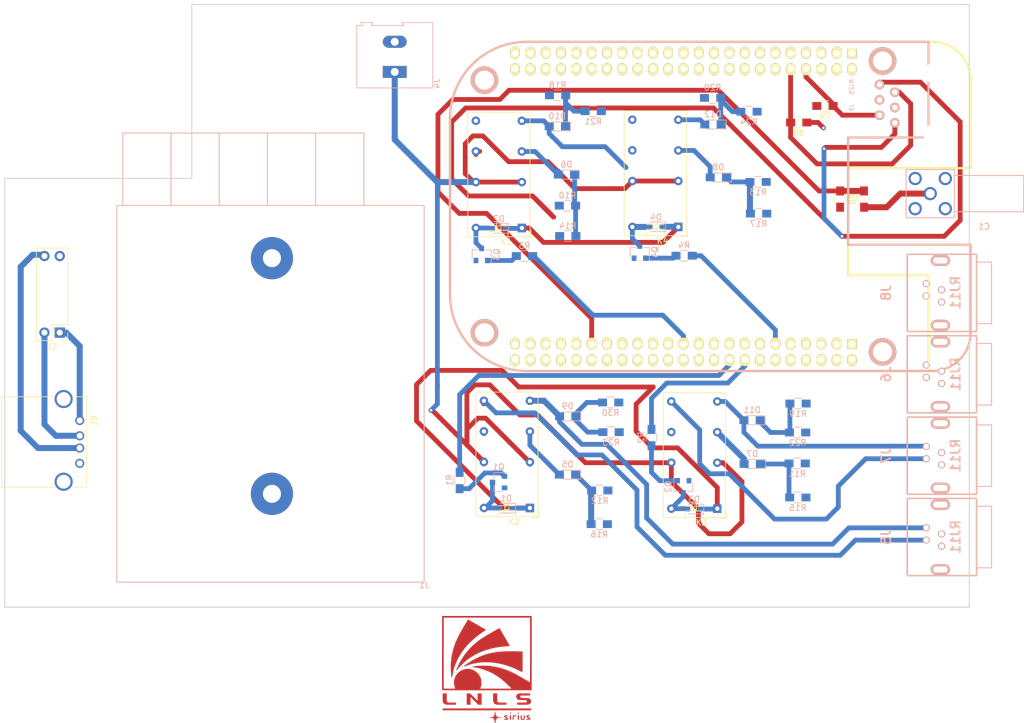
<source format=kicad_pcb>
(kicad_pcb (version 4) (host pcbnew 4.0.7-e2-6376~58~ubuntu16.04.1)

  (general
    (links 123)
    (no_connects 59)
    (area 56.836239 38.055279 217.001481 138.256081)
    (thickness 1.6)
    (drawings 9)
    (tracks 321)
    (zones 0)
    (modules 57)
    (nets 126)
  )

  (page A4)
  (layers
    (0 F.Cu signal)
    (31 B.Cu signal)
    (32 B.Adhes user)
    (33 F.Adhes user)
    (34 B.Paste user)
    (35 F.Paste user)
    (36 B.SilkS user)
    (37 F.SilkS user)
    (38 B.Mask user)
    (39 F.Mask user)
    (40 Dwgs.User user)
    (41 Cmts.User user)
    (42 Eco1.User user)
    (43 Eco2.User user)
    (44 Edge.Cuts user)
    (45 Margin user)
    (46 B.CrtYd user)
    (47 F.CrtYd user)
    (48 B.Fab user)
    (49 F.Fab user)
  )

  (setup
    (last_trace_width 0.8)
    (user_trace_width 0.4)
    (user_trace_width 0.6)
    (user_trace_width 0.8)
    (user_trace_width 1)
    (trace_clearance 0.2)
    (zone_clearance 1)
    (zone_45_only no)
    (trace_min 0.2)
    (segment_width 0.2)
    (edge_width 0.15)
    (via_size 0.6)
    (via_drill 0.4)
    (via_min_size 0.4)
    (via_min_drill 0.3)
    (uvia_size 0.3)
    (uvia_drill 0.1)
    (uvias_allowed no)
    (uvia_min_size 0.2)
    (uvia_min_drill 0.1)
    (pcb_text_width 0.3)
    (pcb_text_size 1.5 1.5)
    (mod_edge_width 0.15)
    (mod_text_size 1 1)
    (mod_text_width 0.15)
    (pad_size 1.5 1.3)
    (pad_drill 0)
    (pad_to_mask_clearance 0.2)
    (aux_axis_origin 0 0)
    (visible_elements FFFFFF7F)
    (pcbplotparams
      (layerselection 0x01000_80000001)
      (usegerberextensions false)
      (excludeedgelayer true)
      (linewidth 0.100000)
      (plotframeref false)
      (viasonmask false)
      (mode 1)
      (useauxorigin false)
      (hpglpennumber 1)
      (hpglpenspeed 20)
      (hpglpendiameter 15)
      (hpglpenoverlay 2)
      (psnegative false)
      (psa4output false)
      (plotreference true)
      (plotvalue true)
      (plotinvisibletext false)
      (padsonsilk false)
      (subtractmaskfromsilk false)
      (outputformat 1)
      (mirror false)
      (drillshape 0)
      (scaleselection 1)
      (outputdirectory "gerber/LPKF version/"))
  )

  (net 0 "")
  (net 1 "Net-(Beagle1-PadC7)")
  (net 2 "Net-(Beagle1-PadC8)")
  (net 3 "Net-(Beagle1-PadC9)")
  (net 4 "Net-(Beagle1-PadC10)")
  (net 5 "Net-(Beagle1-PadC11)")
  (net 6 "Net-(Beagle1-PadC13)")
  (net 7 "Net-(Beagle1-PadC14)")
  (net 8 "Net-(Beagle1-PadC16)")
  (net 9 "Net-(Beagle1-PadC17)")
  (net 10 "Net-(Beagle1-PadC18)")
  (net 11 "Net-(Beagle1-PadC19)")
  (net 12 "Net-(Beagle1-PadC20)")
  (net 13 "Net-(Beagle1-PadC22)")
  (net 14 "Net-(Beagle1-PadC26)")
  (net 15 "Net-(Beagle1-PadC28)")
  (net 16 "Net-(Beagle1-PadC29)")
  (net 17 "Net-(Beagle1-PadC30)")
  (net 18 "Net-(Beagle1-PadC31)")
  (net 19 "Net-(Beagle1-PadC32)")
  (net 20 "Net-(Beagle1-PadC33)")
  (net 21 "Net-(Beagle1-PadC35)")
  (net 22 "Net-(Beagle1-PadC37)")
  (net 23 "Net-(Beagle1-PadC38)")
  (net 24 "Net-(Beagle1-PadC39)")
  (net 25 "Net-(Beagle1-PadC40)")
  (net 26 "Net-(Beagle1-PadC41)")
  (net 27 "Net-(Beagle1-PadC42)")
  (net 28 "Net-(Beagle1-PadB1)")
  (net 29 "Net-(Beagle1-PadB2)")
  (net 30 "Net-(Beagle1-PadB3)")
  (net 31 "Net-(Beagle1-PadB4)")
  (net 32 "Net-(Beagle1-PadB5)")
  (net 33 "Net-(Beagle1-PadB6)")
  (net 34 "Net-(Beagle1-PadB8)")
  (net 35 "Net-(Beagle1-PadB10)")
  (net 36 "Net-(Beagle1-PadB11)")
  (net 37 "Net-(Beagle1-PadB12)")
  (net 38 "Net-(Beagle1-PadB13)")
  (net 39 "Net-(Beagle1-PadB14)")
  (net 40 "Net-(Beagle1-PadB15)")
  (net 41 "Net-(Beagle1-PadB17)")
  (net 42 "Net-(Beagle1-PadB19)")
  (net 43 "Net-(Beagle1-PadB20)")
  (net 44 "Net-(Beagle1-PadB21)")
  (net 45 "Net-(Beagle1-PadB22)")
  (net 46 "Net-(Beagle1-PadB23)")
  (net 47 "Net-(Beagle1-PadB24)")
  (net 48 "Net-(Beagle1-PadB25)")
  (net 49 "Net-(Beagle1-PadB26)")
  (net 50 "Net-(Beagle1-PadB27)")
  (net 51 "Net-(Beagle1-PadB28)")
  (net 52 "Net-(Beagle1-PadB29)")
  (net 53 "Net-(Beagle1-PadB30)")
  (net 54 "Net-(Beagle1-PadB31)")
  (net 55 "Net-(Beagle1-PadB32)")
  (net 56 "Net-(Beagle1-PadB33)")
  (net 57 "Net-(Beagle1-PadB34)")
  (net 58 "Net-(Beagle1-PadB35)")
  (net 59 "Net-(Beagle1-PadB36)")
  (net 60 "Net-(Beagle1-PadB37)")
  (net 61 "Net-(Beagle1-PadB38)")
  (net 62 "Net-(Beagle1-PadB39)")
  (net 63 "Net-(Beagle1-PadB40)")
  (net 64 "Net-(Beagle1-PadB41)")
  (net 65 "Net-(Beagle1-PadB42)")
  (net 66 "Net-(Beagle1-PadB43)")
  (net 67 "Net-(Beagle1-PadB44)")
  (net 68 "Net-(Beagle1-PadB45)")
  (net 69 "Net-(Beagle1-PadB46)")
  (net 70 GND)
  (net 71 "Net-(C1-Pad1)")
  (net 72 VCC)
  (net 73 "Net-(J2-Pad1)")
  (net 74 "Net-(J2-Pad2)")
  (net 75 "Net-(J2-Pad3)")
  (net 76 "Net-(J3-Pad4)")
  (net 77 "Net-(J3-Pad3)")
  (net 78 +24V)
  (net 79 "Net-(Q1-Pad1)")
  (net 80 "Net-(Q2-Pad1)")
  (net 81 "Net-(Q3-Pad1)")
  (net 82 "Net-(Q4-Pad1)")
  (net 83 /AIn_BBB)
  (net 84 "Net-(J1-Pad1)")
  (net 85 /BBB_p1)
  (net 86 /BBB_p3)
  (net 87 /BBB_p2)
  (net 88 /BBB_p4)
  (net 89 /BBB_p5)
  (net 90 /BBB_p6)
  (net 91 "Net-(D1-Pad2)")
  (net 92 "Net-(D2-Pad2)")
  (net 93 "Net-(D3-Pad2)")
  (net 94 "Net-(D4-Pad2)")
  (net 95 "Net-(Beagle1-PadC15)")
  (net 96 "Net-(Beagle1-PadC25)")
  (net 97 "Net-(Beagle1-PadC27)")
  (net 98 /3.3V_BBB)
  (net 99 "Net-(D5-Pad1)")
  (net 100 "Net-(D5-Pad2)")
  (net 101 "Net-(D6-Pad1)")
  (net 102 "Net-(D6-Pad2)")
  (net 103 "Net-(D7-Pad1)")
  (net 104 "Net-(D7-Pad2)")
  (net 105 "Net-(D8-Pad1)")
  (net 106 "Net-(D8-Pad2)")
  (net 107 "Net-(D9-Pad1)")
  (net 108 "Net-(D9-Pad2)")
  (net 109 "Net-(D10-Pad1)")
  (net 110 "Net-(D10-Pad2)")
  (net 111 "Net-(D11-Pad1)")
  (net 112 "Net-(D11-Pad2)")
  (net 113 "Net-(D12-Pad1)")
  (net 114 "Net-(D12-Pad2)")
  (net 115 "Net-(J5-Pad3)")
  (net 116 "Net-(J6-Pad3)")
  (net 117 "Net-(J7-Pad3)")
  (net 118 "Net-(J8-Pad3)")
  (net 119 "Net-(Beagle1-PadC3)")
  (net 120 "Net-(Beagle1-PadC21)")
  (net 121 "Net-(Beagle1-PadC23)")
  (net 122 "Net-(K1-Pad11)")
  (net 123 "Net-(K2-Pad11)")
  (net 124 "Net-(K3-Pad11)")
  (net 125 "Net-(K4-Pad11)")

  (net_class Default "This is the default net class."
    (clearance 0.2)
    (trace_width 0.25)
    (via_dia 0.6)
    (via_drill 0.4)
    (uvia_dia 0.3)
    (uvia_drill 0.1)
    (add_net +24V)
    (add_net /3.3V_BBB)
    (add_net /AIn_BBB)
    (add_net /BBB_p1)
    (add_net /BBB_p2)
    (add_net /BBB_p3)
    (add_net /BBB_p4)
    (add_net /BBB_p5)
    (add_net /BBB_p6)
    (add_net GND)
    (add_net "Net-(Beagle1-PadB1)")
    (add_net "Net-(Beagle1-PadB10)")
    (add_net "Net-(Beagle1-PadB11)")
    (add_net "Net-(Beagle1-PadB12)")
    (add_net "Net-(Beagle1-PadB13)")
    (add_net "Net-(Beagle1-PadB14)")
    (add_net "Net-(Beagle1-PadB15)")
    (add_net "Net-(Beagle1-PadB17)")
    (add_net "Net-(Beagle1-PadB19)")
    (add_net "Net-(Beagle1-PadB2)")
    (add_net "Net-(Beagle1-PadB20)")
    (add_net "Net-(Beagle1-PadB21)")
    (add_net "Net-(Beagle1-PadB22)")
    (add_net "Net-(Beagle1-PadB23)")
    (add_net "Net-(Beagle1-PadB24)")
    (add_net "Net-(Beagle1-PadB25)")
    (add_net "Net-(Beagle1-PadB26)")
    (add_net "Net-(Beagle1-PadB27)")
    (add_net "Net-(Beagle1-PadB28)")
    (add_net "Net-(Beagle1-PadB29)")
    (add_net "Net-(Beagle1-PadB3)")
    (add_net "Net-(Beagle1-PadB30)")
    (add_net "Net-(Beagle1-PadB31)")
    (add_net "Net-(Beagle1-PadB32)")
    (add_net "Net-(Beagle1-PadB33)")
    (add_net "Net-(Beagle1-PadB34)")
    (add_net "Net-(Beagle1-PadB35)")
    (add_net "Net-(Beagle1-PadB36)")
    (add_net "Net-(Beagle1-PadB37)")
    (add_net "Net-(Beagle1-PadB38)")
    (add_net "Net-(Beagle1-PadB39)")
    (add_net "Net-(Beagle1-PadB4)")
    (add_net "Net-(Beagle1-PadB40)")
    (add_net "Net-(Beagle1-PadB41)")
    (add_net "Net-(Beagle1-PadB42)")
    (add_net "Net-(Beagle1-PadB43)")
    (add_net "Net-(Beagle1-PadB44)")
    (add_net "Net-(Beagle1-PadB45)")
    (add_net "Net-(Beagle1-PadB46)")
    (add_net "Net-(Beagle1-PadB5)")
    (add_net "Net-(Beagle1-PadB6)")
    (add_net "Net-(Beagle1-PadB8)")
    (add_net "Net-(Beagle1-PadC10)")
    (add_net "Net-(Beagle1-PadC11)")
    (add_net "Net-(Beagle1-PadC13)")
    (add_net "Net-(Beagle1-PadC14)")
    (add_net "Net-(Beagle1-PadC15)")
    (add_net "Net-(Beagle1-PadC16)")
    (add_net "Net-(Beagle1-PadC17)")
    (add_net "Net-(Beagle1-PadC18)")
    (add_net "Net-(Beagle1-PadC19)")
    (add_net "Net-(Beagle1-PadC20)")
    (add_net "Net-(Beagle1-PadC21)")
    (add_net "Net-(Beagle1-PadC22)")
    (add_net "Net-(Beagle1-PadC23)")
    (add_net "Net-(Beagle1-PadC25)")
    (add_net "Net-(Beagle1-PadC26)")
    (add_net "Net-(Beagle1-PadC27)")
    (add_net "Net-(Beagle1-PadC28)")
    (add_net "Net-(Beagle1-PadC29)")
    (add_net "Net-(Beagle1-PadC3)")
    (add_net "Net-(Beagle1-PadC30)")
    (add_net "Net-(Beagle1-PadC31)")
    (add_net "Net-(Beagle1-PadC32)")
    (add_net "Net-(Beagle1-PadC33)")
    (add_net "Net-(Beagle1-PadC35)")
    (add_net "Net-(Beagle1-PadC37)")
    (add_net "Net-(Beagle1-PadC38)")
    (add_net "Net-(Beagle1-PadC39)")
    (add_net "Net-(Beagle1-PadC40)")
    (add_net "Net-(Beagle1-PadC41)")
    (add_net "Net-(Beagle1-PadC42)")
    (add_net "Net-(Beagle1-PadC7)")
    (add_net "Net-(Beagle1-PadC8)")
    (add_net "Net-(Beagle1-PadC9)")
    (add_net "Net-(C1-Pad1)")
    (add_net "Net-(D1-Pad2)")
    (add_net "Net-(D10-Pad1)")
    (add_net "Net-(D10-Pad2)")
    (add_net "Net-(D11-Pad1)")
    (add_net "Net-(D11-Pad2)")
    (add_net "Net-(D12-Pad1)")
    (add_net "Net-(D12-Pad2)")
    (add_net "Net-(D2-Pad2)")
    (add_net "Net-(D3-Pad2)")
    (add_net "Net-(D4-Pad2)")
    (add_net "Net-(D5-Pad1)")
    (add_net "Net-(D5-Pad2)")
    (add_net "Net-(D6-Pad1)")
    (add_net "Net-(D6-Pad2)")
    (add_net "Net-(D7-Pad1)")
    (add_net "Net-(D7-Pad2)")
    (add_net "Net-(D8-Pad1)")
    (add_net "Net-(D8-Pad2)")
    (add_net "Net-(D9-Pad1)")
    (add_net "Net-(D9-Pad2)")
    (add_net "Net-(J1-Pad1)")
    (add_net "Net-(J2-Pad1)")
    (add_net "Net-(J2-Pad2)")
    (add_net "Net-(J2-Pad3)")
    (add_net "Net-(J3-Pad3)")
    (add_net "Net-(J3-Pad4)")
    (add_net "Net-(J5-Pad3)")
    (add_net "Net-(J6-Pad3)")
    (add_net "Net-(J7-Pad3)")
    (add_net "Net-(J8-Pad3)")
    (add_net "Net-(K1-Pad11)")
    (add_net "Net-(K2-Pad11)")
    (add_net "Net-(K3-Pad11)")
    (add_net "Net-(K4-Pad11)")
    (add_net "Net-(Q1-Pad1)")
    (add_net "Net-(Q2-Pad1)")
    (add_net "Net-(Q3-Pad1)")
    (add_net "Net-(Q4-Pad1)")
    (add_net VCC)
  )

  (module Controle:RJ11-4P4C-HIROSE_2 (layer B.Cu) (tedit 5B44B7FC) (tstamp 5B23A381)
    (at 218.12648 126.5 270)
    (path /5B22C67E)
    (fp_text reference J5 (at 0 14.99 270) (layer B.SilkS)
      (effects (font (thickness 0.3048)) (justify mirror))
    )
    (fp_text value RJ11 (at 0 3.49 270) (layer B.SilkS)
      (effects (font (thickness 0.3048)) (justify mirror))
    )
    (fp_line (start -5.1 -2.5) (end 5.1 -2.5) (layer B.SilkS) (width 0.15))
    (fp_line (start 5.1 0) (end 5.1 -2.5) (layer B.SilkS) (width 0.15))
    (fp_line (start -5.1 0) (end -5.1 -2.5) (layer B.SilkS) (width 0.15))
    (fp_line (start 6.4 11.5) (end 6.4 0) (layer B.SilkS) (width 0.25))
    (fp_line (start -6.4 11.5) (end -6.4 0) (layer B.SilkS) (width 0.25))
    (fp_line (start -6.4 11.5) (end 6.4 11.5) (layer B.SilkS) (width 0.25))
    (fp_line (start -6.4 0) (end 6.4 0) (layer B.SilkS) (width 0.25))
    (pad 3 thru_hole circle (at 0.51 8.34 270) (size 1.16 1.16) (drill 0.8) (layers *.Cu *.Mask B.SilkS)
      (net 115 "Net-(J5-Pad3)"))
    (pad 1 thru_hole circle (at -1.53 8.34 270) (size 1.16 1.16) (drill 0.8) (layers *.Cu *.Mask B.SilkS)
      (net 108 "Net-(D9-Pad2)"))
    (pad 2 thru_hole circle (at -0.51 5.79 270) (size 1.16 1.16) (drill 0.8) (layers *.Cu *.Mask B.SilkS)
      (net 70 GND))
    (pad 4 thru_hole circle (at 1.53 5.79 270) (size 1.16 1.16) (drill 0.8) (layers *.Cu *.Mask B.SilkS)
      (net 70 GND))
    (pad 8 thru_hole oval (at 5.38 5.99 270) (size 1.8 3.2) (drill oval 1 2.4) (layers *.Cu *.Mask B.SilkS))
    (pad 7 thru_hole oval (at -5.38 5.99 270) (size 1.8 3.2) (drill oval 1 2.4) (layers *.Cu *.Mask B.SilkS))
  )

  (module Pin_Headers:Pin_Header_Straight_2x06_Pitch2.54mm (layer F.Cu) (tedit 5B3CB3AD) (tstamp 5B23A365)
    (at 66.04 92.583 180)
    (descr "Through hole straight pin header, 2x06, 2.54mm pitch, double rows")
    (tags "Through hole pin header THT 2x06 2.54mm double row")
    (path /5B217A65)
    (fp_text reference J2 (at 1.27 -2.33 180) (layer F.SilkS)
      (effects (font (size 1 1) (thickness 0.15)))
    )
    (fp_text value USB_OTG (at 1.27 15.03 180) (layer F.Fab)
      (effects (font (size 1 1) (thickness 0.15)))
    )
    (fp_line (start 0 -1.27) (end 3.81 -1.27) (layer F.Fab) (width 0.1))
    (fp_line (start 3.81 -1.27) (end 3.81 13.97) (layer F.Fab) (width 0.1))
    (fp_line (start 3.81 13.97) (end -1.27 13.97) (layer F.Fab) (width 0.1))
    (fp_line (start -1.27 13.97) (end -1.27 0) (layer F.Fab) (width 0.1))
    (fp_line (start -1.27 0) (end 0 -1.27) (layer F.Fab) (width 0.1))
    (fp_line (start -1.33 14.03) (end 3.87 14.03) (layer F.SilkS) (width 0.12))
    (fp_line (start -1.33 1.27) (end -1.33 14.03) (layer F.SilkS) (width 0.12))
    (fp_line (start 3.87 -1.33) (end 3.87 14.03) (layer F.SilkS) (width 0.12))
    (fp_line (start -1.33 1.27) (end 1.27 1.27) (layer F.SilkS) (width 0.12))
    (fp_line (start 1.27 1.27) (end 1.27 -1.33) (layer F.SilkS) (width 0.12))
    (fp_line (start 1.27 -1.33) (end 3.87 -1.33) (layer F.SilkS) (width 0.12))
    (fp_line (start -1.33 0) (end -1.33 -1.33) (layer F.SilkS) (width 0.12))
    (fp_line (start -1.33 -1.33) (end 0 -1.33) (layer F.SilkS) (width 0.12))
    (fp_line (start -1.8 -1.8) (end -1.8 14.5) (layer F.CrtYd) (width 0.05))
    (fp_line (start -1.8 14.5) (end 4.35 14.5) (layer F.CrtYd) (width 0.05))
    (fp_line (start 4.35 14.5) (end 4.35 -1.8) (layer F.CrtYd) (width 0.05))
    (fp_line (start 4.35 -1.8) (end -1.8 -1.8) (layer F.CrtYd) (width 0.05))
    (fp_text user %R (at 1.27 6.35 270) (layer F.Fab)
      (effects (font (size 1 1) (thickness 0.15)))
    )
    (pad 1 thru_hole rect (at 0 0 180) (size 1.7 1.7) (drill 1) (layers *.Cu *.Mask)
      (net 73 "Net-(J2-Pad1)"))
    (pad 2 thru_hole oval (at 2.54 0 180) (size 1.7 1.7) (drill 1) (layers *.Cu *.Mask)
      (net 74 "Net-(J2-Pad2)"))
    (pad 5 thru_hole oval (at 0 12.7 180) (size 1.7 1.7) (drill 1) (layers *.Cu *.Mask)
      (net 70 GND))
    (pad 3 thru_hole oval (at 2.54 12.7 180) (size 1.7 1.7) (drill 1) (layers *.Cu *.Mask)
      (net 75 "Net-(J2-Pad3)"))
    (model ${KISYS3DMOD}/Pin_Headers.3dshapes/Pin_Header_Straight_2x06_Pitch2.54mm.wrl
      (at (xyz 0 0 0))
      (scale (xyz 1 1 1))
      (rotate (xyz 0 0 0))
    )
  )

  (module Controle:BEAGLEBONEBLACK (layer F.Cu) (tedit 59E77929) (tstamp 5B23A348)
    (at 174.63708 71.6534)
    (tags "beaglebone black")
    (path /5B192C7F)
    (fp_text reference Beagle1 (at -0.675 1.778) (layer F.SilkS) hide
      (effects (font (thickness 0.3048)))
    )
    (fp_text value BeagleBone (at -0.675 -1.143) (layer F.SilkS) hide
      (effects (font (thickness 0.3048)))
    )
    (fp_line (start 35.52 11.811) (end 35.52 11.43) (layer F.SilkS) (width 0.381))
    (fp_line (start 35.52 11.43) (end 22.185 11.43) (layer F.SilkS) (width 0.381))
    (fp_line (start 22.185 11.43) (end 22.185 -6.35) (layer F.SilkS) (width 0.381))
    (fp_line (start 22.185 -6.35) (end 42.505 -6.35) (layer F.SilkS) (width 0.381))
    (fp_line (start 42.505 -6.35) (end 42.505 -6.731) (layer F.SilkS) (width 0.381))
    (fp_line (start -31.155 27.305) (end 35.52 27.305) (layer F.SilkS) (width 0.381))
    (fp_line (start 35.52 27.305) (end 35.52 11.811) (layer F.SilkS) (width 0.381))
    (fp_line (start 42.505 -6.731) (end 42.505 -19.685) (layer F.SilkS) (width 0.381))
    (fp_line (start 42.505 -20.955) (end 42.505 -19.685) (layer F.SilkS) (width 0.381))
    (fp_line (start -31.155 -27.305) (end 36.155 -27.305) (layer F.SilkS) (width 0.381))
    (fp_line (start -43.855 -14.605) (end -43.855 14.605) (layer F.SilkS) (width 0.381))
    (fp_arc (start -31.155 -14.605) (end -43.855 -14.605) (angle 90) (layer F.SilkS) (width 0.381))
    (fp_arc (start -31.155 14.605) (end -31.155 27.305) (angle 90) (layer F.SilkS) (width 0.381))
    (fp_arc (start 36.155 -20.955) (end 36.155 -27.305) (angle 90) (layer F.SilkS) (width 0.381))
    (pad C1 thru_hole rect (at 22.82 -25.4) (size 1.6 1.6) (drill 1.1) (layers *.Cu *.Mask F.SilkS)
      (net 70 GND))
    (pad C2 thru_hole oval (at 22.82 -22.86) (size 1.6 2) (drill 1.1 (offset 0 0.1)) (layers *.Cu *.Mask F.SilkS)
      (net 70 GND))
    (pad C3 thru_hole oval (at 20.28 -25.4) (size 1.6 2) (drill 1.1 (offset 0 -0.1)) (layers *.Cu *.Mask F.SilkS)
      (net 119 "Net-(Beagle1-PadC3)"))
    (pad C4 thru_hole oval (at 20.28 -22.86) (size 1.6 2) (drill 1.1 (offset 0 0.1)) (layers *.Cu *.Mask F.SilkS)
      (net 98 /3.3V_BBB))
    (pad C5 thru_hole oval (at 17.74 -25.4) (size 1.6 2) (drill 1.1 (offset 0 -0.1)) (layers *.Cu *.Mask F.SilkS)
      (net 72 VCC))
    (pad C6 thru_hole oval (at 17.74 -22.86) (size 1.6 2) (drill 1.1 (offset 0 0.1)) (layers *.Cu *.Mask F.SilkS)
      (net 72 VCC))
    (pad C7 thru_hole oval (at 15.2 -25.4) (size 1.6 2) (drill 1.1 (offset 0 -0.1)) (layers *.Cu *.Mask F.SilkS)
      (net 1 "Net-(Beagle1-PadC7)"))
    (pad C8 thru_hole oval (at 15.2 -22.86) (size 1.6 2) (drill 1.1 (offset 0 0.1)) (layers *.Cu *.Mask F.SilkS)
      (net 2 "Net-(Beagle1-PadC8)"))
    (pad C9 thru_hole oval (at 12.66 -25.4) (size 1.6 2) (drill 1.1 (offset 0 -0.1)) (layers *.Cu *.Mask F.SilkS)
      (net 3 "Net-(Beagle1-PadC9)"))
    (pad C10 thru_hole oval (at 12.66 -22.86) (size 1.6 2) (drill 1.1 (offset 0 0.1)) (layers *.Cu *.Mask F.SilkS)
      (net 4 "Net-(Beagle1-PadC10)"))
    (pad C11 thru_hole oval (at 10.12 -25.4) (size 1.6 2) (drill 1.1 (offset 0 -0.1)) (layers *.Cu *.Mask F.SilkS)
      (net 5 "Net-(Beagle1-PadC11)"))
    (pad C12 thru_hole oval (at 10.12 -22.86) (size 1.6 2) (drill 1.1 (offset 0 0.1)) (layers *.Cu *.Mask F.SilkS)
      (net 88 /BBB_p4))
    (pad C13 thru_hole oval (at 7.58 -25.4) (size 1.6 2) (drill 1.1 (offset 0 -0.1)) (layers *.Cu *.Mask F.SilkS)
      (net 6 "Net-(Beagle1-PadC13)"))
    (pad C14 thru_hole oval (at 7.58 -22.86) (size 1.6 2) (drill 1.1 (offset 0 0.1)) (layers *.Cu *.Mask F.SilkS)
      (net 7 "Net-(Beagle1-PadC14)"))
    (pad C15 thru_hole oval (at 5.04 -25.4) (size 1.6 2) (drill 1.1 (offset 0 -0.1)) (layers *.Cu *.Mask F.SilkS)
      (net 95 "Net-(Beagle1-PadC15)"))
    (pad C16 thru_hole oval (at 5.04 -22.86) (size 1.6 2) (drill 1.1 (offset 0 0.1)) (layers *.Cu *.Mask F.SilkS)
      (net 8 "Net-(Beagle1-PadC16)"))
    (pad C17 thru_hole oval (at 2.5 -25.4) (size 1.6 2) (drill 1.1 (offset 0 -0.1)) (layers *.Cu *.Mask F.SilkS)
      (net 9 "Net-(Beagle1-PadC17)"))
    (pad C18 thru_hole oval (at 2.5 -22.86) (size 1.6 2) (drill 1.1 (offset 0 0.1)) (layers *.Cu *.Mask F.SilkS)
      (net 10 "Net-(Beagle1-PadC18)"))
    (pad C19 thru_hole oval (at -0.04 -25.4) (size 1.6 2) (drill 1.1 (offset 0 -0.1)) (layers *.Cu *.Mask F.SilkS)
      (net 11 "Net-(Beagle1-PadC19)"))
    (pad C20 thru_hole oval (at -0.04 -22.86) (size 1.6 2) (drill 1.1 (offset 0 0.1)) (layers *.Cu *.Mask F.SilkS)
      (net 12 "Net-(Beagle1-PadC20)"))
    (pad C21 thru_hole oval (at -2.58 -25.4) (size 1.6 2) (drill 1.1 (offset 0 -0.1)) (layers *.Cu *.Mask F.SilkS)
      (net 120 "Net-(Beagle1-PadC21)"))
    (pad C22 thru_hole oval (at -2.58 -22.86) (size 1.6 2) (drill 1.1 (offset 0 0.1)) (layers *.Cu *.Mask F.SilkS)
      (net 13 "Net-(Beagle1-PadC22)"))
    (pad C23 thru_hole oval (at -5.12 -25.4) (size 1.6 2) (drill 1.1 (offset 0 -0.1)) (layers *.Cu *.Mask F.SilkS)
      (net 121 "Net-(Beagle1-PadC23)"))
    (pad C24 thru_hole oval (at -5.12 -22.86) (size 1.6 2) (drill 1.1 (offset 0 0.1)) (layers *.Cu *.Mask F.SilkS)
      (net 87 /BBB_p2))
    (pad C25 thru_hole oval (at -7.66 -25.4) (size 1.6 2) (drill 1.1 (offset 0 -0.1)) (layers *.Cu *.Mask F.SilkS)
      (net 96 "Net-(Beagle1-PadC25)"))
    (pad C26 thru_hole oval (at -7.66 -22.86) (size 1.6 2) (drill 1.1 (offset 0 0.1)) (layers *.Cu *.Mask F.SilkS)
      (net 14 "Net-(Beagle1-PadC26)"))
    (pad C27 thru_hole oval (at -10.2 -25.4) (size 1.6 2) (drill 1.1 (offset 0 -0.1)) (layers *.Cu *.Mask F.SilkS)
      (net 97 "Net-(Beagle1-PadC27)"))
    (pad C28 thru_hole oval (at -10.2 -22.86) (size 1.6 2) (drill 1.1 (offset 0 0.1)) (layers *.Cu *.Mask F.SilkS)
      (net 15 "Net-(Beagle1-PadC28)"))
    (pad C29 thru_hole oval (at -12.74 -25.4) (size 1.6 2) (drill 1.1 (offset 0 -0.1)) (layers *.Cu *.Mask F.SilkS)
      (net 16 "Net-(Beagle1-PadC29)"))
    (pad C30 thru_hole oval (at -12.74 -22.86) (size 1.6 2) (drill 1.1 (offset 0 0.1)) (layers *.Cu *.Mask F.SilkS)
      (net 17 "Net-(Beagle1-PadC30)"))
    (pad C31 thru_hole oval (at -15.28 -25.4) (size 1.6 2) (drill 1.1 (offset 0 -0.1)) (layers *.Cu *.Mask F.SilkS)
      (net 18 "Net-(Beagle1-PadC31)"))
    (pad C32 thru_hole oval (at -15.28 -22.86) (size 1.6 2) (drill 1.1 (offset 0 0.1)) (layers *.Cu *.Mask F.SilkS)
      (net 19 "Net-(Beagle1-PadC32)"))
    (pad C33 thru_hole oval (at -17.82 -25.4) (size 1.6 2) (drill 1.1 (offset 0 -0.1)) (layers *.Cu *.Mask F.SilkS)
      (net 20 "Net-(Beagle1-PadC33)"))
    (pad C34 thru_hole oval (at -17.82 -22.86) (size 1.6 2) (drill 1.1 (offset 0 0.1)) (layers *.Cu *.Mask F.SilkS)
      (net 70 GND))
    (pad C35 thru_hole oval (at -20.36 -25.4) (size 1.6 2) (drill 1.1 (offset 0 -0.1)) (layers *.Cu *.Mask F.SilkS)
      (net 21 "Net-(Beagle1-PadC35)"))
    (pad C36 thru_hole oval (at -20.36 -22.86) (size 1.6 2) (drill 1.1 (offset 0 0.1)) (layers *.Cu *.Mask F.SilkS)
      (net 83 /AIn_BBB))
    (pad C37 thru_hole oval (at -22.9 -25.4) (size 1.6 2) (drill 1.1 (offset 0 -0.1)) (layers *.Cu *.Mask F.SilkS)
      (net 22 "Net-(Beagle1-PadC37)"))
    (pad C38 thru_hole oval (at -22.9 -22.86) (size 1.6 2) (drill 1.1 (offset 0 0.1)) (layers *.Cu *.Mask F.SilkS)
      (net 23 "Net-(Beagle1-PadC38)"))
    (pad C39 thru_hole oval (at -25.44 -25.4) (size 1.6 2) (drill 1.1 (offset 0 -0.1)) (layers *.Cu *.Mask F.SilkS)
      (net 24 "Net-(Beagle1-PadC39)"))
    (pad C40 thru_hole oval (at -25.44 -22.86) (size 1.6 2) (drill 1.1 (offset 0 0.1)) (layers *.Cu *.Mask F.SilkS)
      (net 25 "Net-(Beagle1-PadC40)"))
    (pad C41 thru_hole oval (at -27.98 -25.4) (size 1.6 2) (drill 1.1 (offset 0 -0.1)) (layers *.Cu *.Mask F.SilkS)
      (net 26 "Net-(Beagle1-PadC41)"))
    (pad C42 thru_hole oval (at -27.98 -22.86) (size 1.6 2) (drill 1.1 (offset 0 0.1)) (layers *.Cu *.Mask F.SilkS)
      (net 27 "Net-(Beagle1-PadC42)"))
    (pad C43 thru_hole oval (at -30.52 -25.4) (size 1.6 2) (drill 1.1 (offset 0 -0.1)) (layers *.Cu *.Mask F.SilkS)
      (net 70 GND))
    (pad C44 thru_hole oval (at -30.52 -22.86) (size 1.6 2) (drill 1.1 (offset 0 0.1)) (layers *.Cu *.Mask F.SilkS)
      (net 70 GND))
    (pad C45 thru_hole oval (at -33.06 -25.4) (size 1.6 2) (drill 1.1 (offset 0 -0.1)) (layers *.Cu *.Mask F.SilkS)
      (net 70 GND))
    (pad C46 thru_hole oval (at -33.06 -22.86) (size 1.6 2) (drill 1.1 (offset 0 0.1)) (layers *.Cu *.Mask F.SilkS)
      (net 70 GND))
    (pad B1 thru_hole rect (at 22.82 22.86) (size 1.6 1.6) (drill 1.1) (layers *.Cu *.Mask F.SilkS)
      (net 28 "Net-(Beagle1-PadB1)"))
    (pad B2 thru_hole oval (at 22.82 25.4) (size 1.6 2) (drill 1.1 (offset 0 0.1)) (layers *.Cu *.Mask F.SilkS)
      (net 29 "Net-(Beagle1-PadB2)"))
    (pad B3 thru_hole oval (at 20.28 22.86) (size 1.6 2) (drill 1.1 (offset 0 -0.1)) (layers *.Cu *.Mask F.SilkS)
      (net 30 "Net-(Beagle1-PadB3)"))
    (pad B4 thru_hole oval (at 20.28 25.4) (size 1.6 2) (drill 1.1 (offset 0 0.1)) (layers *.Cu *.Mask F.SilkS)
      (net 31 "Net-(Beagle1-PadB4)"))
    (pad B5 thru_hole oval (at 17.74 22.86) (size 1.6 2) (drill 1.1 (offset 0 -0.1)) (layers *.Cu *.Mask F.SilkS)
      (net 32 "Net-(Beagle1-PadB5)"))
    (pad B6 thru_hole oval (at 17.74 25.4) (size 1.6 2) (drill 1.1 (offset 0 0.1)) (layers *.Cu *.Mask F.SilkS)
      (net 33 "Net-(Beagle1-PadB6)"))
    (pad B7 thru_hole oval (at 15.2 22.86) (size 1.6 2) (drill 1.1 (offset 0 -0.1)) (layers *.Cu *.Mask F.SilkS)
      (net 89 /BBB_p5))
    (pad B8 thru_hole oval (at 15.2 25.4) (size 1.6 2) (drill 1.1 (offset 0 0.1)) (layers *.Cu *.Mask F.SilkS)
      (net 34 "Net-(Beagle1-PadB8)"))
    (pad B9 thru_hole oval (at 12.66 22.86) (size 1.6 2) (drill 1.1 (offset 0 -0.1)) (layers *.Cu *.Mask F.SilkS)
      (net 90 /BBB_p6))
    (pad B10 thru_hole oval (at 12.66 25.4) (size 1.6 2) (drill 1.1 (offset 0 0.1)) (layers *.Cu *.Mask F.SilkS)
      (net 35 "Net-(Beagle1-PadB10)"))
    (pad B11 thru_hole oval (at 10.12 22.86) (size 1.6 2) (drill 1.1 (offset 0 -0.1)) (layers *.Cu *.Mask F.SilkS)
      (net 36 "Net-(Beagle1-PadB11)"))
    (pad B12 thru_hole oval (at 10.12 25.4) (size 1.6 2) (drill 1.1 (offset 0 0.1)) (layers *.Cu *.Mask F.SilkS)
      (net 37 "Net-(Beagle1-PadB12)"))
    (pad B13 thru_hole oval (at 7.58 22.86) (size 1.6 2) (drill 1.1 (offset 0 -0.1)) (layers *.Cu *.Mask F.SilkS)
      (net 38 "Net-(Beagle1-PadB13)"))
    (pad B14 thru_hole oval (at 7.58 25.4) (size 1.6 2) (drill 1.1 (offset 0 0.1)) (layers *.Cu *.Mask F.SilkS)
      (net 39 "Net-(Beagle1-PadB14)"))
    (pad B15 thru_hole oval (at 5.04 22.86) (size 1.6 2) (drill 1.1 (offset 0 -0.1)) (layers *.Cu *.Mask F.SilkS)
      (net 40 "Net-(Beagle1-PadB15)"))
    (pad B16 thru_hole oval (at 5.04 25.4) (size 1.6 2) (drill 1.1 (offset 0 0.1)) (layers *.Cu *.Mask F.SilkS)
      (net 86 /BBB_p3))
    (pad B17 thru_hole oval (at 2.5 22.86) (size 1.6 2) (drill 1.1 (offset 0 -0.1)) (layers *.Cu *.Mask F.SilkS)
      (net 41 "Net-(Beagle1-PadB17)"))
    (pad B18 thru_hole oval (at 2.5 25.4) (size 1.6 2) (drill 1.1 (offset 0 0.1)) (layers *.Cu *.Mask F.SilkS)
      (net 85 /BBB_p1))
    (pad B19 thru_hole oval (at -0.04 22.86) (size 1.6 2) (drill 1.1 (offset 0 -0.1)) (layers *.Cu *.Mask F.SilkS)
      (net 42 "Net-(Beagle1-PadB19)"))
    (pad B20 thru_hole oval (at -0.04 25.4) (size 1.6 2) (drill 1.1 (offset 0 0.1)) (layers *.Cu *.Mask F.SilkS)
      (net 43 "Net-(Beagle1-PadB20)"))
    (pad B21 thru_hole oval (at -2.58 22.86) (size 1.6 2) (drill 1.1 (offset 0 -0.1)) (layers *.Cu *.Mask F.SilkS)
      (net 44 "Net-(Beagle1-PadB21)"))
    (pad B22 thru_hole oval (at -2.58 25.4) (size 1.6 2) (drill 1.1 (offset 0 0.1)) (layers *.Cu *.Mask F.SilkS)
      (net 45 "Net-(Beagle1-PadB22)"))
    (pad B23 thru_hole oval (at -5.12 22.86) (size 1.6 2) (drill 1.1 (offset 0 -0.1)) (layers *.Cu *.Mask F.SilkS)
      (net 46 "Net-(Beagle1-PadB23)"))
    (pad B24 thru_hole oval (at -5.12 25.4) (size 1.6 2) (drill 1.1 (offset 0 0.1)) (layers *.Cu *.Mask F.SilkS)
      (net 47 "Net-(Beagle1-PadB24)"))
    (pad B25 thru_hole oval (at -7.66 22.86) (size 1.6 2) (drill 1.1 (offset 0 -0.1)) (layers *.Cu *.Mask F.SilkS)
      (net 48 "Net-(Beagle1-PadB25)"))
    (pad B26 thru_hole oval (at -7.66 25.4) (size 1.6 2) (drill 1.1 (offset 0 0.1)) (layers *.Cu *.Mask F.SilkS)
      (net 49 "Net-(Beagle1-PadB26)"))
    (pad B27 thru_hole oval (at -10.2 22.86) (size 1.6 2) (drill 1.1 (offset 0 -0.1)) (layers *.Cu *.Mask F.SilkS)
      (net 50 "Net-(Beagle1-PadB27)"))
    (pad B28 thru_hole oval (at -10.2 25.4) (size 1.6 2) (drill 1.1 (offset 0 0.1)) (layers *.Cu *.Mask F.SilkS)
      (net 51 "Net-(Beagle1-PadB28)"))
    (pad B29 thru_hole oval (at -12.74 22.86) (size 1.6 2) (drill 1.1 (offset 0 -0.1)) (layers *.Cu *.Mask F.SilkS)
      (net 52 "Net-(Beagle1-PadB29)"))
    (pad B30 thru_hole oval (at -12.74 25.4) (size 1.6 2) (drill 1.1 (offset 0 0.1)) (layers *.Cu *.Mask F.SilkS)
      (net 53 "Net-(Beagle1-PadB30)"))
    (pad B31 thru_hole oval (at -15.28 22.86) (size 1.6 2) (drill 1.1 (offset 0 -0.1)) (layers *.Cu *.Mask F.SilkS)
      (net 54 "Net-(Beagle1-PadB31)"))
    (pad B32 thru_hole oval (at -15.28 25.4) (size 1.6 2) (drill 1.1 (offset 0 0.1)) (layers *.Cu *.Mask F.SilkS)
      (net 55 "Net-(Beagle1-PadB32)"))
    (pad B33 thru_hole oval (at -17.82 22.86) (size 1.6 2) (drill 1.1 (offset 0 -0.1)) (layers *.Cu *.Mask F.SilkS)
      (net 56 "Net-(Beagle1-PadB33)"))
    (pad B34 thru_hole oval (at -17.82 25.4) (size 1.6 2) (drill 1.1 (offset 0 0.1)) (layers *.Cu *.Mask F.SilkS)
      (net 57 "Net-(Beagle1-PadB34)"))
    (pad B35 thru_hole oval (at -20.36 22.86) (size 1.6 2) (drill 1.1 (offset 0 -0.1)) (layers *.Cu *.Mask F.SilkS)
      (net 58 "Net-(Beagle1-PadB35)"))
    (pad B36 thru_hole oval (at -20.36 25.4) (size 1.6 2) (drill 1.1 (offset 0 0.1)) (layers *.Cu *.Mask F.SilkS)
      (net 59 "Net-(Beagle1-PadB36)"))
    (pad B37 thru_hole oval (at -22.9 22.86) (size 1.6 2) (drill 1.1 (offset 0 -0.1)) (layers *.Cu *.Mask F.SilkS)
      (net 60 "Net-(Beagle1-PadB37)"))
    (pad B38 thru_hole oval (at -22.9 25.4) (size 1.6 2) (drill 1.1 (offset 0 0.1)) (layers *.Cu *.Mask F.SilkS)
      (net 61 "Net-(Beagle1-PadB38)"))
    (pad B39 thru_hole oval (at -25.44 22.86) (size 1.6 2) (drill 1.1 (offset 0 -0.1)) (layers *.Cu *.Mask F.SilkS)
      (net 62 "Net-(Beagle1-PadB39)"))
    (pad B40 thru_hole oval (at -25.44 25.4) (size 1.6 2) (drill 1.1 (offset 0 0.1)) (layers *.Cu *.Mask F.SilkS)
      (net 63 "Net-(Beagle1-PadB40)"))
    (pad B41 thru_hole oval (at -27.98 22.86) (size 1.6 2) (drill 1.1 (offset 0 -0.1)) (layers *.Cu *.Mask F.SilkS)
      (net 64 "Net-(Beagle1-PadB41)"))
    (pad B42 thru_hole oval (at -27.98 25.4) (size 1.6 2) (drill 1.1 (offset 0 0.1)) (layers *.Cu *.Mask F.SilkS)
      (net 65 "Net-(Beagle1-PadB42)"))
    (pad B43 thru_hole oval (at -30.52 22.86) (size 1.6 2) (drill 1.1 (offset 0 -0.1)) (layers *.Cu *.Mask F.SilkS)
      (net 66 "Net-(Beagle1-PadB43)"))
    (pad B44 thru_hole oval (at -30.52 25.4) (size 1.6 2) (drill 1.1 (offset 0 0.1)) (layers *.Cu *.Mask F.SilkS)
      (net 67 "Net-(Beagle1-PadB44)"))
    (pad B45 thru_hole oval (at -33.06 22.86) (size 1.6 2) (drill 1.1 (offset 0 -0.1)) (layers *.Cu *.Mask F.SilkS)
      (net 68 "Net-(Beagle1-PadB45)"))
    (pad B46 thru_hole oval (at -33.06 25.4) (size 1.6 2) (drill 1.1 (offset 0 0.1)) (layers *.Cu *.Mask F.SilkS)
      (net 69 "Net-(Beagle1-PadB46)"))
  )

  (module Relays_THT:Relay_DPDT_Omron_G5V-2 (layer F.Cu) (tedit 59D689A9) (tstamp 5B23A3B5)
    (at 142.69982 75.23306 180)
    (descr http://omronfs.omron.com/en_US/ecb/products/pdf/en-g5v2.pdf)
    (tags "Omron G5V-2 Relay DPDT")
    (path /5B1EC145)
    (fp_text reference K1 (at 2.6 -2.3 180) (layer F.SilkS)
      (effects (font (size 1 1) (thickness 0.15)))
    )
    (fp_text value RELAY_Metaltex (at -2.41 9.01 270) (layer F.Fab)
      (effects (font (size 1 1) (thickness 0.15)))
    )
    (fp_line (start -1.51 -1.6) (end -0.3 -1.6) (layer F.SilkS) (width 0.12))
    (fp_line (start -1.51 -0.3) (end -1.51 -1.6) (layer F.SilkS) (width 0.12))
    (fp_line (start -1.21 -0.3) (end -0.3 -1.31) (layer F.Fab) (width 0.12))
    (fp_line (start 8.83 -1.31) (end -0.3 -1.31) (layer F.Fab) (width 0.12))
    (fp_line (start -1.21 -0.3) (end -1.21 19.58) (layer F.Fab) (width 0.12))
    (fp_line (start -1.21 19.07) (end 8.83 19.07) (layer F.Fab) (width 0.12))
    (fp_line (start 8.83 19.07) (end 8.83 -1.31) (layer F.Fab) (width 0.12))
    (fp_line (start -1.35 -1.45) (end -1.35 19.22) (layer F.SilkS) (width 0.12))
    (fp_line (start -1.35 19.22) (end 8.97 19.22) (layer F.SilkS) (width 0.12))
    (fp_line (start 8.97 19.22) (end 8.97 -1.45) (layer F.SilkS) (width 0.12))
    (fp_line (start 8.97 -1.45) (end -1.35 -1.45) (layer F.SilkS) (width 0.12))
    (fp_line (start 2.3 -1.45) (end 2.3 -0.41) (layer F.SilkS) (width 0.12))
    (fp_line (start 2.3 -0.39) (end 5.3 -0.39) (layer F.SilkS) (width 0.12))
    (fp_line (start 5.3 -0.39) (end 5.3 -1.45) (layer F.SilkS) (width 0.12))
    (fp_line (start 9.07 19.33) (end -1.45 19.33) (layer F.CrtYd) (width 0.05))
    (fp_line (start -1.45 -1.55) (end 9.07 -1.55) (layer F.CrtYd) (width 0.05))
    (fp_line (start 9.07 -1.55) (end 9.07 19.33) (layer F.CrtYd) (width 0.05))
    (fp_text user %R (at 3.94 9.16 180) (layer F.Fab)
      (effects (font (size 1 1) (thickness 0.15)))
    )
    (fp_line (start 3.47 0.39) (end 2.37 0.39) (layer F.SilkS) (width 0.12))
    (fp_line (start 4.17 0.39) (end 5.27 0.39) (layer F.SilkS) (width 0.12))
    (fp_line (start 3.47 0.56) (end 4.17 0.16) (layer F.SilkS) (width 0.12))
    (fp_line (start 3.47 -0.24) (end 3.47 0.96) (layer F.SilkS) (width 0.12))
    (fp_line (start 3.47 0.96) (end 4.17 0.96) (layer F.SilkS) (width 0.12))
    (fp_line (start 4.17 0.96) (end 4.17 -0.24) (layer F.SilkS) (width 0.12))
    (fp_line (start 4.17 -0.24) (end 3.47 -0.24) (layer F.SilkS) (width 0.12))
    (fp_line (start -1.45 -1.55) (end -1.45 19.33) (layer F.CrtYd) (width 0.05))
    (pad 1 thru_hole rect (at 0 0 180) (size 1.4 1.4) (drill 0.7) (layers *.Cu *.Mask)
      (net 72 VCC))
    (pad 16 thru_hole circle (at 7.62 0 180) (size 1.4 1.4) (drill 0.7) (layers *.Cu *.Mask)
      (net 92 "Net-(D2-Pad2)"))
    (pad 6 thru_hole circle (at 0 12.69 180) (size 1.4 1.4) (drill 0.7) (layers *.Cu *.Mask)
      (net 102 "Net-(D6-Pad2)"))
    (pad 8 thru_hole circle (at 0 17.78 180) (size 1.4 1.4) (drill 0.7) (layers *.Cu *.Mask)
      (net 110 "Net-(D10-Pad2)"))
    (pad 4 thru_hole circle (at 0 7.62 180) (size 1.4 1.4) (drill 0.7) (layers *.Cu *.Mask)
      (net 78 +24V))
    (pad 11 thru_hole circle (at 7.63 12.71 180) (size 1.4 1.4) (drill 0.7) (layers *.Cu *.Mask)
      (net 122 "Net-(K1-Pad11)"))
    (pad 9 thru_hole circle (at 7.63 17.79 180) (size 1.4 1.4) (drill 0.7) (layers *.Cu *.Mask)
      (net 116 "Net-(J6-Pad3)"))
    (pad 13 thru_hole circle (at 7.62 7.62 180) (size 1.4 1.4) (drill 0.7) (layers *.Cu *.Mask)
      (net 78 +24V))
    (model ${KISYS3DMOD}/Relays_THT.3dshapes/Relay_DPDT_Omron_G5V-2.wrl
      (at (xyz 0 0 0))
      (scale (xyz 1 1 1))
      (rotate (xyz 0 0 0))
    )
  )

  (module "Controle:BEAGLEBONEBLACK_(fixation_holes)" (layer B.Cu) (tedit 57767A7B) (tstamp 5B23AB61)
    (at 173.96208 71.6534)
    (tags "beaglebone black")
    (path /5B23B2D1)
    (fp_text reference J10 (at 0 -1.778) (layer B.SilkS) hide
      (effects (font (thickness 0.3048)) (justify mirror))
    )
    (fp_text value Conn_01x01 (at 0 1.143) (layer B.SilkS) hide
      (effects (font (thickness 0.3048)) (justify mirror))
    )
    (fp_line (start 36.195 -11.811) (end 36.195 -11.43) (layer B.SilkS) (width 0.381))
    (fp_line (start 36.195 -11.43) (end 22.86 -11.43) (layer B.SilkS) (width 0.381))
    (fp_line (start 22.86 -11.43) (end 22.86 6.35) (layer B.SilkS) (width 0.381))
    (fp_line (start 22.86 6.35) (end 43.18 6.35) (layer B.SilkS) (width 0.381))
    (fp_line (start 43.18 6.35) (end 43.18 6.731) (layer B.SilkS) (width 0.381))
    (fp_line (start -30.48 -27.305) (end 36.195 -27.305) (layer B.SilkS) (width 0.381))
    (fp_line (start 36.195 -27.305) (end 36.195 -11.811) (layer B.SilkS) (width 0.381))
    (fp_line (start 43.18 6.731) (end 43.18 19.685) (layer B.SilkS) (width 0.381))
    (fp_line (start 43.18 20.955) (end 43.18 19.685) (layer B.SilkS) (width 0.381))
    (fp_line (start -30.48 27.305) (end 36.83 27.305) (layer B.SilkS) (width 0.381))
    (fp_line (start -43.18 14.605) (end -43.18 -14.605) (layer B.SilkS) (width 0.381))
    (fp_arc (start -30.48 14.605) (end -43.18 14.605) (angle -90) (layer B.SilkS) (width 0.381))
    (fp_arc (start -30.48 -14.605) (end -30.48 -27.305) (angle -90) (layer B.SilkS) (width 0.381))
    (fp_arc (start 36.83 20.955) (end 36.83 27.305) (angle -90) (layer B.SilkS) (width 0.381))
    (pad M1 thru_hole circle (at -37.465 20.955) (size 4.572 4.572) (drill 3.175) (layers *.Cu *.Mask B.SilkS))
    (pad M2 thru_hole circle (at 28.575 24.13) (size 4.572 4.572) (drill 3.175) (layers *.Cu *.Mask B.SilkS))
    (pad M3 thru_hole circle (at 28.575 -24.13) (size 4.572 4.572) (drill 3.175) (layers *.Cu *.Mask B.SilkS))
    (pad M4 thru_hole circle (at -37.465 -20.955) (size 4.572 4.572) (drill 3.175) (layers *.Cu *.Mask B.SilkS))
  )

  (module Connectors_Terminal_Blocks:TerminalBlock_Altech_AK300-2_P5.00mm (layer B.Cu) (tedit 59FF0306) (tstamp 5B23A377)
    (at 121.6152 49.3395 90)
    (descr "Altech AK300 terminal block, pitch 5.0mm, 45 degree angled, see http://www.mouser.com/ds/2/16/PCBMETRC-24178.pdf")
    (tags "Altech AK300 terminal block pitch 5.0mm")
    (path /5B227EDA)
    (fp_text reference J4 (at -1.92 6.99 90) (layer B.SilkS)
      (effects (font (size 1 1) (thickness 0.15)) (justify mirror))
    )
    (fp_text value Conn_01x02 (at 2.78 -7.75 90) (layer B.Fab)
      (effects (font (size 1 1) (thickness 0.15)) (justify mirror))
    )
    (fp_text user %R (at 2.5 2 90) (layer B.Fab)
      (effects (font (size 1 1) (thickness 0.15)) (justify mirror))
    )
    (fp_line (start -2.65 6.3) (end -2.65 -6.3) (layer B.SilkS) (width 0.12))
    (fp_line (start -2.65 -6.3) (end 7.7 -6.3) (layer B.SilkS) (width 0.12))
    (fp_line (start 7.7 -6.3) (end 7.7 -5.35) (layer B.SilkS) (width 0.12))
    (fp_line (start 7.7 -5.35) (end 8.2 -5.6) (layer B.SilkS) (width 0.12))
    (fp_line (start 8.2 -5.6) (end 8.2 -3.7) (layer B.SilkS) (width 0.12))
    (fp_line (start 8.2 -3.7) (end 8.2 -3.65) (layer B.SilkS) (width 0.12))
    (fp_line (start 8.2 -3.65) (end 7.7 -3.9) (layer B.SilkS) (width 0.12))
    (fp_line (start 7.7 -3.9) (end 7.7 1.5) (layer B.SilkS) (width 0.12))
    (fp_line (start 7.7 1.5) (end 8.2 1.2) (layer B.SilkS) (width 0.12))
    (fp_line (start 8.2 1.2) (end 8.2 6.3) (layer B.SilkS) (width 0.12))
    (fp_line (start 8.2 6.3) (end -2.65 6.3) (layer B.SilkS) (width 0.12))
    (fp_line (start -1.26 -2.54) (end 1.28 -2.54) (layer B.Fab) (width 0.1))
    (fp_line (start 1.28 -2.54) (end 1.28 0.25) (layer B.Fab) (width 0.1))
    (fp_line (start -1.26 0.25) (end 1.28 0.25) (layer B.Fab) (width 0.1))
    (fp_line (start -1.26 -2.54) (end -1.26 0.25) (layer B.Fab) (width 0.1))
    (fp_line (start 3.74 -2.54) (end 6.28 -2.54) (layer B.Fab) (width 0.1))
    (fp_line (start 6.28 -2.54) (end 6.28 0.25) (layer B.Fab) (width 0.1))
    (fp_line (start 3.74 0.25) (end 6.28 0.25) (layer B.Fab) (width 0.1))
    (fp_line (start 3.74 -2.54) (end 3.74 0.25) (layer B.Fab) (width 0.1))
    (fp_line (start 7.61 6.22) (end 7.61 3.17) (layer B.Fab) (width 0.1))
    (fp_line (start 7.61 6.22) (end -2.58 6.22) (layer B.Fab) (width 0.1))
    (fp_line (start 7.61 6.22) (end 8.11 6.22) (layer B.Fab) (width 0.1))
    (fp_line (start 8.11 6.22) (end 8.11 1.4) (layer B.Fab) (width 0.1))
    (fp_line (start 8.11 1.4) (end 7.61 1.65) (layer B.Fab) (width 0.1))
    (fp_line (start 8.11 -5.46) (end 7.61 -5.21) (layer B.Fab) (width 0.1))
    (fp_line (start 7.61 -5.21) (end 7.61 -6.22) (layer B.Fab) (width 0.1))
    (fp_line (start 8.11 -3.81) (end 7.61 -4.06) (layer B.Fab) (width 0.1))
    (fp_line (start 7.61 -4.06) (end 7.61 -5.21) (layer B.Fab) (width 0.1))
    (fp_line (start 8.11 -3.81) (end 8.11 -5.46) (layer B.Fab) (width 0.1))
    (fp_line (start 2.98 -6.22) (end 2.98 -4.32) (layer B.Fab) (width 0.1))
    (fp_line (start 7.05 0.25) (end 7.05 -4.32) (layer B.Fab) (width 0.1))
    (fp_line (start 2.98 -6.22) (end 7.05 -6.22) (layer B.Fab) (width 0.1))
    (fp_line (start 7.05 -6.22) (end 7.61 -6.22) (layer B.Fab) (width 0.1))
    (fp_line (start 2.04 -6.22) (end 2.04 -4.32) (layer B.Fab) (width 0.1))
    (fp_line (start 2.04 -6.22) (end 2.98 -6.22) (layer B.Fab) (width 0.1))
    (fp_line (start -2.02 0.25) (end -2.02 -4.32) (layer B.Fab) (width 0.1))
    (fp_line (start -2.58 -6.22) (end -2.02 -6.22) (layer B.Fab) (width 0.1))
    (fp_line (start -2.02 -6.22) (end 2.04 -6.22) (layer B.Fab) (width 0.1))
    (fp_line (start 2.98 -4.32) (end 7.05 -4.32) (layer B.Fab) (width 0.1))
    (fp_line (start 2.98 -4.32) (end 2.98 0.25) (layer B.Fab) (width 0.1))
    (fp_line (start 7.05 -4.32) (end 7.05 -6.22) (layer B.Fab) (width 0.1))
    (fp_line (start 2.04 -4.32) (end -2.02 -4.32) (layer B.Fab) (width 0.1))
    (fp_line (start 2.04 -4.32) (end 2.04 0.25) (layer B.Fab) (width 0.1))
    (fp_line (start -2.02 -4.32) (end -2.02 -6.22) (layer B.Fab) (width 0.1))
    (fp_line (start 6.67 -3.68) (end 6.67 -0.51) (layer B.Fab) (width 0.1))
    (fp_line (start 6.67 -3.68) (end 3.36 -3.68) (layer B.Fab) (width 0.1))
    (fp_line (start 3.36 -3.68) (end 3.36 -0.51) (layer B.Fab) (width 0.1))
    (fp_line (start 1.66 -3.68) (end 1.66 -0.51) (layer B.Fab) (width 0.1))
    (fp_line (start 1.66 -3.68) (end -1.64 -3.68) (layer B.Fab) (width 0.1))
    (fp_line (start -1.64 -3.68) (end -1.64 -0.51) (layer B.Fab) (width 0.1))
    (fp_line (start -1.64 -0.51) (end -1.26 -0.51) (layer B.Fab) (width 0.1))
    (fp_line (start 1.66 -0.51) (end 1.28 -0.51) (layer B.Fab) (width 0.1))
    (fp_line (start 3.36 -0.51) (end 3.74 -0.51) (layer B.Fab) (width 0.1))
    (fp_line (start 6.67 -0.51) (end 6.28 -0.51) (layer B.Fab) (width 0.1))
    (fp_line (start -2.58 -6.22) (end -2.58 0.64) (layer B.Fab) (width 0.1))
    (fp_line (start -2.58 0.64) (end -2.58 3.17) (layer B.Fab) (width 0.1))
    (fp_line (start 7.61 1.65) (end 7.61 0.64) (layer B.Fab) (width 0.1))
    (fp_line (start 7.61 0.64) (end 7.61 -4.06) (layer B.Fab) (width 0.1))
    (fp_line (start -2.58 3.17) (end 7.61 3.17) (layer B.Fab) (width 0.1))
    (fp_line (start -2.58 3.17) (end -2.58 6.22) (layer B.Fab) (width 0.1))
    (fp_line (start 7.61 3.17) (end 7.61 1.65) (layer B.Fab) (width 0.1))
    (fp_line (start 2.98 3.43) (end 2.98 5.97) (layer B.Fab) (width 0.1))
    (fp_line (start 2.98 5.97) (end 7.05 5.97) (layer B.Fab) (width 0.1))
    (fp_line (start 7.05 5.97) (end 7.05 3.43) (layer B.Fab) (width 0.1))
    (fp_line (start 7.05 3.43) (end 2.98 3.43) (layer B.Fab) (width 0.1))
    (fp_line (start 2.04 3.43) (end 2.04 5.97) (layer B.Fab) (width 0.1))
    (fp_line (start 2.04 3.43) (end -2.02 3.43) (layer B.Fab) (width 0.1))
    (fp_line (start -2.02 3.43) (end -2.02 5.97) (layer B.Fab) (width 0.1))
    (fp_line (start 2.04 5.97) (end -2.02 5.97) (layer B.Fab) (width 0.1))
    (fp_line (start 3.39 4.45) (end 6.44 5.08) (layer B.Fab) (width 0.1))
    (fp_line (start 3.52 4.32) (end 6.56 4.95) (layer B.Fab) (width 0.1))
    (fp_line (start -1.62 4.45) (end 1.44 5.08) (layer B.Fab) (width 0.1))
    (fp_line (start -1.49 4.32) (end 1.56 4.95) (layer B.Fab) (width 0.1))
    (fp_line (start -2.02 0.25) (end -1.64 0.25) (layer B.Fab) (width 0.1))
    (fp_line (start 2.04 0.25) (end 1.66 0.25) (layer B.Fab) (width 0.1))
    (fp_line (start 1.66 0.25) (end -1.64 0.25) (layer B.Fab) (width 0.1))
    (fp_line (start -2.58 0.64) (end -1.64 0.64) (layer B.Fab) (width 0.1))
    (fp_line (start -1.64 0.64) (end 1.66 0.64) (layer B.Fab) (width 0.1))
    (fp_line (start 1.66 0.64) (end 3.36 0.64) (layer B.Fab) (width 0.1))
    (fp_line (start 7.61 0.64) (end 6.67 0.64) (layer B.Fab) (width 0.1))
    (fp_line (start 6.67 0.64) (end 3.36 0.64) (layer B.Fab) (width 0.1))
    (fp_line (start 7.05 0.25) (end 6.67 0.25) (layer B.Fab) (width 0.1))
    (fp_line (start 2.98 0.25) (end 3.36 0.25) (layer B.Fab) (width 0.1))
    (fp_line (start 3.36 0.25) (end 6.67 0.25) (layer B.Fab) (width 0.1))
    (fp_line (start -2.83 6.47) (end 8.36 6.47) (layer B.CrtYd) (width 0.05))
    (fp_line (start -2.83 6.47) (end -2.83 -6.47) (layer B.CrtYd) (width 0.05))
    (fp_line (start 8.36 -6.47) (end 8.36 6.47) (layer B.CrtYd) (width 0.05))
    (fp_line (start 8.36 -6.47) (end -2.83 -6.47) (layer B.CrtYd) (width 0.05))
    (fp_arc (start 6.03 4.59) (end 6.54 5.05) (angle -90.5) (layer B.Fab) (width 0.1))
    (fp_arc (start 5.07 6.07) (end 6.53 4.12) (angle -75.5) (layer B.Fab) (width 0.1))
    (fp_arc (start 4.99 3.71) (end 3.39 5) (angle -100) (layer B.Fab) (width 0.1))
    (fp_arc (start 3.87 4.65) (end 3.58 4.13) (angle -104.2) (layer B.Fab) (width 0.1))
    (fp_arc (start 1.03 4.59) (end 1.53 5.05) (angle -90.5) (layer B.Fab) (width 0.1))
    (fp_arc (start 0.06 6.07) (end 1.53 4.12) (angle -75.5) (layer B.Fab) (width 0.1))
    (fp_arc (start -0.01 3.71) (end -1.62 5) (angle -100) (layer B.Fab) (width 0.1))
    (fp_arc (start -1.13 4.65) (end -1.42 4.13) (angle -104.2) (layer B.Fab) (width 0.1))
    (pad 1 thru_hole rect (at 0 0 90) (size 1.98 3.96) (drill 1.32) (layers *.Cu *.Mask)
      (net 78 +24V))
    (pad 2 thru_hole oval (at 5 0 90) (size 1.98 3.96) (drill 1.32) (layers *.Cu *.Mask)
      (net 70 GND))
    (model ${KISYS3DMOD}/Terminal_Blocks.3dshapes/TerminalBlock_Altech_AK300-2_P5.00mm.wrl
      (at (xyz 0 0 0))
      (scale (xyz 1 1 1))
      (rotate (xyz 0 0 0))
    )
  )

  (module Connectors:USB_A (layer F.Cu) (tedit 5543E289) (tstamp 5B23A3A9)
    (at 69.35216 107.16512 270)
    (descr "USB A connector")
    (tags "USB USB_A")
    (path /5B22F8E0)
    (fp_text reference J9 (at 0 -2.35 270) (layer F.SilkS)
      (effects (font (size 1 1) (thickness 0.15)))
    )
    (fp_text value USB_A (at 3.84 7.44 270) (layer F.Fab)
      (effects (font (size 1 1) (thickness 0.15)))
    )
    (fp_line (start -5.3 13.2) (end -5.3 -1.4) (layer F.CrtYd) (width 0.05))
    (fp_line (start 11.95 -1.4) (end 11.95 13.2) (layer F.CrtYd) (width 0.05))
    (fp_line (start -5.3 13.2) (end 11.95 13.2) (layer F.CrtYd) (width 0.05))
    (fp_line (start -5.3 -1.4) (end 11.95 -1.4) (layer F.CrtYd) (width 0.05))
    (fp_line (start 11.05 -1.14) (end 11.05 1.19) (layer F.SilkS) (width 0.12))
    (fp_line (start -3.94 -1.14) (end -3.94 0.98) (layer F.SilkS) (width 0.12))
    (fp_line (start 11.05 -1.14) (end -3.94 -1.14) (layer F.SilkS) (width 0.12))
    (fp_line (start 11.05 12.95) (end -3.94 12.95) (layer F.SilkS) (width 0.12))
    (fp_line (start 11.05 4.15) (end 11.05 12.95) (layer F.SilkS) (width 0.12))
    (fp_line (start -3.94 4.35) (end -3.94 12.95) (layer F.SilkS) (width 0.12))
    (pad 4 thru_hole circle (at 7.11 0 180) (size 1.5 1.5) (drill 1) (layers *.Cu *.Mask)
      (net 70 GND))
    (pad 3 thru_hole circle (at 4.57 0 180) (size 1.5 1.5) (drill 1) (layers *.Cu *.Mask)
      (net 75 "Net-(J2-Pad3)"))
    (pad 2 thru_hole circle (at 2.54 0 180) (size 1.5 1.5) (drill 1) (layers *.Cu *.Mask)
      (net 74 "Net-(J2-Pad2)"))
    (pad 1 thru_hole circle (at 0 0 180) (size 1.5 1.5) (drill 1) (layers *.Cu *.Mask)
      (net 73 "Net-(J2-Pad1)"))
    (pad 5 thru_hole circle (at 10.16 2.67 180) (size 3 3) (drill 2.3) (layers *.Cu *.Mask)
      (net 70 GND))
    (pad 5 thru_hole circle (at -3.56 2.67 180) (size 3 3) (drill 2.3) (layers *.Cu *.Mask)
      (net 70 GND))
    (model ${KISYS3DMOD}/Connectors.3dshapes/USB_A.wrl
      (at (xyz 0.14 0 0))
      (scale (xyz 1 1 1))
      (rotate (xyz 0 0 90))
    )
  )

  (module Relays_THT:Relay_DPDT_Omron_G5V-2 (layer F.Cu) (tedit 59D689A9) (tstamp 5B23A3C1)
    (at 144.03324 121.6795 180)
    (descr http://omronfs.omron.com/en_US/ecb/products/pdf/en-g5v2.pdf)
    (tags "Omron G5V-2 Relay DPDT")
    (path /5B215EDE)
    (fp_text reference K2 (at 2.6 -2.3 180) (layer F.SilkS)
      (effects (font (size 1 1) (thickness 0.15)))
    )
    (fp_text value RELAY_Metaltex (at -2.41 9.01 270) (layer F.Fab)
      (effects (font (size 1 1) (thickness 0.15)))
    )
    (fp_line (start -1.51 -1.6) (end -0.3 -1.6) (layer F.SilkS) (width 0.12))
    (fp_line (start -1.51 -0.3) (end -1.51 -1.6) (layer F.SilkS) (width 0.12))
    (fp_line (start -1.21 -0.3) (end -0.3 -1.31) (layer F.Fab) (width 0.12))
    (fp_line (start 8.83 -1.31) (end -0.3 -1.31) (layer F.Fab) (width 0.12))
    (fp_line (start -1.21 -0.3) (end -1.21 19.58) (layer F.Fab) (width 0.12))
    (fp_line (start -1.21 19.07) (end 8.83 19.07) (layer F.Fab) (width 0.12))
    (fp_line (start 8.83 19.07) (end 8.83 -1.31) (layer F.Fab) (width 0.12))
    (fp_line (start -1.35 -1.45) (end -1.35 19.22) (layer F.SilkS) (width 0.12))
    (fp_line (start -1.35 19.22) (end 8.97 19.22) (layer F.SilkS) (width 0.12))
    (fp_line (start 8.97 19.22) (end 8.97 -1.45) (layer F.SilkS) (width 0.12))
    (fp_line (start 8.97 -1.45) (end -1.35 -1.45) (layer F.SilkS) (width 0.12))
    (fp_line (start 2.3 -1.45) (end 2.3 -0.41) (layer F.SilkS) (width 0.12))
    (fp_line (start 2.3 -0.39) (end 5.3 -0.39) (layer F.SilkS) (width 0.12))
    (fp_line (start 5.3 -0.39) (end 5.3 -1.45) (layer F.SilkS) (width 0.12))
    (fp_line (start 9.07 19.33) (end -1.45 19.33) (layer F.CrtYd) (width 0.05))
    (fp_line (start -1.45 -1.55) (end 9.07 -1.55) (layer F.CrtYd) (width 0.05))
    (fp_line (start 9.07 -1.55) (end 9.07 19.33) (layer F.CrtYd) (width 0.05))
    (fp_text user %R (at 3.94 9.16 180) (layer F.Fab)
      (effects (font (size 1 1) (thickness 0.15)))
    )
    (fp_line (start 3.47 0.39) (end 2.37 0.39) (layer F.SilkS) (width 0.12))
    (fp_line (start 4.17 0.39) (end 5.27 0.39) (layer F.SilkS) (width 0.12))
    (fp_line (start 3.47 0.56) (end 4.17 0.16) (layer F.SilkS) (width 0.12))
    (fp_line (start 3.47 -0.24) (end 3.47 0.96) (layer F.SilkS) (width 0.12))
    (fp_line (start 3.47 0.96) (end 4.17 0.96) (layer F.SilkS) (width 0.12))
    (fp_line (start 4.17 0.96) (end 4.17 -0.24) (layer F.SilkS) (width 0.12))
    (fp_line (start 4.17 -0.24) (end 3.47 -0.24) (layer F.SilkS) (width 0.12))
    (fp_line (start -1.45 -1.55) (end -1.45 19.33) (layer F.CrtYd) (width 0.05))
    (pad 1 thru_hole rect (at 0 0 180) (size 1.4 1.4) (drill 0.7) (layers *.Cu *.Mask)
      (net 72 VCC))
    (pad 16 thru_hole circle (at 7.62 0 180) (size 1.4 1.4) (drill 0.7) (layers *.Cu *.Mask)
      (net 91 "Net-(D1-Pad2)"))
    (pad 6 thru_hole circle (at 0 12.69 180) (size 1.4 1.4) (drill 0.7) (layers *.Cu *.Mask)
      (net 100 "Net-(D5-Pad2)"))
    (pad 8 thru_hole circle (at 0 17.78 180) (size 1.4 1.4) (drill 0.7) (layers *.Cu *.Mask)
      (net 108 "Net-(D9-Pad2)"))
    (pad 4 thru_hole circle (at 0 7.62 180) (size 1.4 1.4) (drill 0.7) (layers *.Cu *.Mask)
      (net 78 +24V))
    (pad 11 thru_hole circle (at 7.63 12.71 180) (size 1.4 1.4) (drill 0.7) (layers *.Cu *.Mask)
      (net 123 "Net-(K2-Pad11)"))
    (pad 9 thru_hole circle (at 7.63 17.79 180) (size 1.4 1.4) (drill 0.7) (layers *.Cu *.Mask)
      (net 115 "Net-(J5-Pad3)"))
    (pad 13 thru_hole circle (at 7.62 7.62 180) (size 1.4 1.4) (drill 0.7) (layers *.Cu *.Mask)
      (net 78 +24V))
    (model ${KISYS3DMOD}/Relays_THT.3dshapes/Relay_DPDT_Omron_G5V-2.wrl
      (at (xyz 0 0 0))
      (scale (xyz 1 1 1))
      (rotate (xyz 0 0 0))
    )
  )

  (module Relays_THT:Relay_DPDT_Omron_G5V-2 (layer F.Cu) (tedit 59D689A9) (tstamp 5B23A3CD)
    (at 175.12034 121.79126 180)
    (descr http://omronfs.omron.com/en_US/ecb/products/pdf/en-g5v2.pdf)
    (tags "Omron G5V-2 Relay DPDT")
    (path /5B216627)
    (fp_text reference K3 (at 2.6 -2.3 180) (layer F.SilkS)
      (effects (font (size 1 1) (thickness 0.15)))
    )
    (fp_text value RELAY_Metaltex (at -2.41 9.01 270) (layer F.Fab)
      (effects (font (size 1 1) (thickness 0.15)))
    )
    (fp_line (start -1.51 -1.6) (end -0.3 -1.6) (layer F.SilkS) (width 0.12))
    (fp_line (start -1.51 -0.3) (end -1.51 -1.6) (layer F.SilkS) (width 0.12))
    (fp_line (start -1.21 -0.3) (end -0.3 -1.31) (layer F.Fab) (width 0.12))
    (fp_line (start 8.83 -1.31) (end -0.3 -1.31) (layer F.Fab) (width 0.12))
    (fp_line (start -1.21 -0.3) (end -1.21 19.58) (layer F.Fab) (width 0.12))
    (fp_line (start -1.21 19.07) (end 8.83 19.07) (layer F.Fab) (width 0.12))
    (fp_line (start 8.83 19.07) (end 8.83 -1.31) (layer F.Fab) (width 0.12))
    (fp_line (start -1.35 -1.45) (end -1.35 19.22) (layer F.SilkS) (width 0.12))
    (fp_line (start -1.35 19.22) (end 8.97 19.22) (layer F.SilkS) (width 0.12))
    (fp_line (start 8.97 19.22) (end 8.97 -1.45) (layer F.SilkS) (width 0.12))
    (fp_line (start 8.97 -1.45) (end -1.35 -1.45) (layer F.SilkS) (width 0.12))
    (fp_line (start 2.3 -1.45) (end 2.3 -0.41) (layer F.SilkS) (width 0.12))
    (fp_line (start 2.3 -0.39) (end 5.3 -0.39) (layer F.SilkS) (width 0.12))
    (fp_line (start 5.3 -0.39) (end 5.3 -1.45) (layer F.SilkS) (width 0.12))
    (fp_line (start 9.07 19.33) (end -1.45 19.33) (layer F.CrtYd) (width 0.05))
    (fp_line (start -1.45 -1.55) (end 9.07 -1.55) (layer F.CrtYd) (width 0.05))
    (fp_line (start 9.07 -1.55) (end 9.07 19.33) (layer F.CrtYd) (width 0.05))
    (fp_text user %R (at 3.94 9.16 180) (layer F.Fab)
      (effects (font (size 1 1) (thickness 0.15)))
    )
    (fp_line (start 3.47 0.39) (end 2.37 0.39) (layer F.SilkS) (width 0.12))
    (fp_line (start 4.17 0.39) (end 5.27 0.39) (layer F.SilkS) (width 0.12))
    (fp_line (start 3.47 0.56) (end 4.17 0.16) (layer F.SilkS) (width 0.12))
    (fp_line (start 3.47 -0.24) (end 3.47 0.96) (layer F.SilkS) (width 0.12))
    (fp_line (start 3.47 0.96) (end 4.17 0.96) (layer F.SilkS) (width 0.12))
    (fp_line (start 4.17 0.96) (end 4.17 -0.24) (layer F.SilkS) (width 0.12))
    (fp_line (start 4.17 -0.24) (end 3.47 -0.24) (layer F.SilkS) (width 0.12))
    (fp_line (start -1.45 -1.55) (end -1.45 19.33) (layer F.CrtYd) (width 0.05))
    (pad 1 thru_hole rect (at 0 0 180) (size 1.4 1.4) (drill 0.7) (layers *.Cu *.Mask)
      (net 72 VCC))
    (pad 16 thru_hole circle (at 7.62 0 180) (size 1.4 1.4) (drill 0.7) (layers *.Cu *.Mask)
      (net 93 "Net-(D3-Pad2)"))
    (pad 6 thru_hole circle (at 0 12.69 180) (size 1.4 1.4) (drill 0.7) (layers *.Cu *.Mask)
      (net 104 "Net-(D7-Pad2)"))
    (pad 8 thru_hole circle (at 0 17.78 180) (size 1.4 1.4) (drill 0.7) (layers *.Cu *.Mask)
      (net 112 "Net-(D11-Pad2)"))
    (pad 4 thru_hole circle (at 0 7.62 180) (size 1.4 1.4) (drill 0.7) (layers *.Cu *.Mask)
      (net 78 +24V))
    (pad 11 thru_hole circle (at 7.63 12.71 180) (size 1.4 1.4) (drill 0.7) (layers *.Cu *.Mask)
      (net 124 "Net-(K3-Pad11)"))
    (pad 9 thru_hole circle (at 7.63 17.79 180) (size 1.4 1.4) (drill 0.7) (layers *.Cu *.Mask)
      (net 117 "Net-(J7-Pad3)"))
    (pad 13 thru_hole circle (at 7.62 7.62 180) (size 1.4 1.4) (drill 0.7) (layers *.Cu *.Mask)
      (net 78 +24V))
    (model ${KISYS3DMOD}/Relays_THT.3dshapes/Relay_DPDT_Omron_G5V-2.wrl
      (at (xyz 0 0 0))
      (scale (xyz 1 1 1))
      (rotate (xyz 0 0 0))
    )
  )

  (module Relays_THT:Relay_DPDT_Omron_G5V-2 (layer F.Cu) (tedit 59D689A9) (tstamp 5B23A3D9)
    (at 168.656 75.057 180)
    (descr http://omronfs.omron.com/en_US/ecb/products/pdf/en-g5v2.pdf)
    (tags "Omron G5V-2 Relay DPDT")
    (path /5B216604)
    (fp_text reference K4 (at 2.6 -2.3 180) (layer F.SilkS)
      (effects (font (size 1 1) (thickness 0.15)))
    )
    (fp_text value RELAY_Metaltex (at -2.41 9.01 270) (layer F.Fab)
      (effects (font (size 1 1) (thickness 0.15)))
    )
    (fp_line (start -1.51 -1.6) (end -0.3 -1.6) (layer F.SilkS) (width 0.12))
    (fp_line (start -1.51 -0.3) (end -1.51 -1.6) (layer F.SilkS) (width 0.12))
    (fp_line (start -1.21 -0.3) (end -0.3 -1.31) (layer F.Fab) (width 0.12))
    (fp_line (start 8.83 -1.31) (end -0.3 -1.31) (layer F.Fab) (width 0.12))
    (fp_line (start -1.21 -0.3) (end -1.21 19.58) (layer F.Fab) (width 0.12))
    (fp_line (start -1.21 19.07) (end 8.83 19.07) (layer F.Fab) (width 0.12))
    (fp_line (start 8.83 19.07) (end 8.83 -1.31) (layer F.Fab) (width 0.12))
    (fp_line (start -1.35 -1.45) (end -1.35 19.22) (layer F.SilkS) (width 0.12))
    (fp_line (start -1.35 19.22) (end 8.97 19.22) (layer F.SilkS) (width 0.12))
    (fp_line (start 8.97 19.22) (end 8.97 -1.45) (layer F.SilkS) (width 0.12))
    (fp_line (start 8.97 -1.45) (end -1.35 -1.45) (layer F.SilkS) (width 0.12))
    (fp_line (start 2.3 -1.45) (end 2.3 -0.41) (layer F.SilkS) (width 0.12))
    (fp_line (start 2.3 -0.39) (end 5.3 -0.39) (layer F.SilkS) (width 0.12))
    (fp_line (start 5.3 -0.39) (end 5.3 -1.45) (layer F.SilkS) (width 0.12))
    (fp_line (start 9.07 19.33) (end -1.45 19.33) (layer F.CrtYd) (width 0.05))
    (fp_line (start -1.45 -1.55) (end 9.07 -1.55) (layer F.CrtYd) (width 0.05))
    (fp_line (start 9.07 -1.55) (end 9.07 19.33) (layer F.CrtYd) (width 0.05))
    (fp_text user %R (at 3.94 9.16 180) (layer F.Fab)
      (effects (font (size 1 1) (thickness 0.15)))
    )
    (fp_line (start 3.47 0.39) (end 2.37 0.39) (layer F.SilkS) (width 0.12))
    (fp_line (start 4.17 0.39) (end 5.27 0.39) (layer F.SilkS) (width 0.12))
    (fp_line (start 3.47 0.56) (end 4.17 0.16) (layer F.SilkS) (width 0.12))
    (fp_line (start 3.47 -0.24) (end 3.47 0.96) (layer F.SilkS) (width 0.12))
    (fp_line (start 3.47 0.96) (end 4.17 0.96) (layer F.SilkS) (width 0.12))
    (fp_line (start 4.17 0.96) (end 4.17 -0.24) (layer F.SilkS) (width 0.12))
    (fp_line (start 4.17 -0.24) (end 3.47 -0.24) (layer F.SilkS) (width 0.12))
    (fp_line (start -1.45 -1.55) (end -1.45 19.33) (layer F.CrtYd) (width 0.05))
    (pad 1 thru_hole rect (at 0 0 180) (size 1.4 1.4) (drill 0.7) (layers *.Cu *.Mask)
      (net 72 VCC))
    (pad 16 thru_hole circle (at 7.62 0 180) (size 1.4 1.4) (drill 0.7) (layers *.Cu *.Mask)
      (net 94 "Net-(D4-Pad2)"))
    (pad 6 thru_hole circle (at 0 12.69 180) (size 1.4 1.4) (drill 0.7) (layers *.Cu *.Mask)
      (net 106 "Net-(D8-Pad2)"))
    (pad 8 thru_hole circle (at 0 17.78 180) (size 1.4 1.4) (drill 0.7) (layers *.Cu *.Mask)
      (net 114 "Net-(D12-Pad2)"))
    (pad 4 thru_hole circle (at 0 7.62 180) (size 1.4 1.4) (drill 0.7) (layers *.Cu *.Mask)
      (net 78 +24V))
    (pad 11 thru_hole circle (at 7.63 12.71 180) (size 1.4 1.4) (drill 0.7) (layers *.Cu *.Mask)
      (net 125 "Net-(K4-Pad11)"))
    (pad 9 thru_hole circle (at 7.63 17.79 180) (size 1.4 1.4) (drill 0.7) (layers *.Cu *.Mask)
      (net 118 "Net-(J8-Pad3)"))
    (pad 13 thru_hole circle (at 7.62 7.62 180) (size 1.4 1.4) (drill 0.7) (layers *.Cu *.Mask)
      (net 78 +24V))
    (model ${KISYS3DMOD}/Relays_THT.3dshapes/Relay_DPDT_Omron_G5V-2.wrl
      (at (xyz 0 0 0))
      (scale (xyz 1 1 1))
      (rotate (xyz 0 0 0))
    )
  )

  (module TO_SOT_Packages_SMD:SOT-23 (layer B.Cu) (tedit 58CE4E7E) (tstamp 5B23A3E4)
    (at 138.82878 117.38864 180)
    (descr "SOT-23, Standard")
    (tags SOT-23)
    (path /5B215ED8)
    (attr smd)
    (fp_text reference Q1 (at 0 2.5 180) (layer B.SilkS)
      (effects (font (size 1 1) (thickness 0.15)) (justify mirror))
    )
    (fp_text value BC817 (at 0 -2.5 180) (layer B.Fab)
      (effects (font (size 1 1) (thickness 0.15)) (justify mirror))
    )
    (fp_text user %R (at 0 0 450) (layer B.Fab)
      (effects (font (size 0.5 0.5) (thickness 0.075)) (justify mirror))
    )
    (fp_line (start -0.7 0.95) (end -0.7 -1.5) (layer B.Fab) (width 0.1))
    (fp_line (start -0.15 1.52) (end 0.7 1.52) (layer B.Fab) (width 0.1))
    (fp_line (start -0.7 0.95) (end -0.15 1.52) (layer B.Fab) (width 0.1))
    (fp_line (start 0.7 1.52) (end 0.7 -1.52) (layer B.Fab) (width 0.1))
    (fp_line (start -0.7 -1.52) (end 0.7 -1.52) (layer B.Fab) (width 0.1))
    (fp_line (start 0.76 -1.58) (end 0.76 -0.65) (layer B.SilkS) (width 0.12))
    (fp_line (start 0.76 1.58) (end 0.76 0.65) (layer B.SilkS) (width 0.12))
    (fp_line (start -1.7 1.75) (end 1.7 1.75) (layer B.CrtYd) (width 0.05))
    (fp_line (start 1.7 1.75) (end 1.7 -1.75) (layer B.CrtYd) (width 0.05))
    (fp_line (start 1.7 -1.75) (end -1.7 -1.75) (layer B.CrtYd) (width 0.05))
    (fp_line (start -1.7 -1.75) (end -1.7 1.75) (layer B.CrtYd) (width 0.05))
    (fp_line (start 0.76 1.58) (end -1.4 1.58) (layer B.SilkS) (width 0.12))
    (fp_line (start 0.76 -1.58) (end -0.7 -1.58) (layer B.SilkS) (width 0.12))
    (pad 1 smd rect (at -1 0.95 180) (size 0.9 0.8) (layers B.Cu B.Paste B.Mask)
      (net 79 "Net-(Q1-Pad1)"))
    (pad 2 smd rect (at -1 -0.95 180) (size 0.9 0.8) (layers B.Cu B.Paste B.Mask)
      (net 70 GND))
    (pad 3 smd rect (at 1 0 180) (size 0.9 0.8) (layers B.Cu B.Paste B.Mask)
      (net 91 "Net-(D1-Pad2)"))
    (model ${KISYS3DMOD}/TO_SOT_Packages_SMD.3dshapes/SOT-23.wrl
      (at (xyz 0 0 0))
      (scale (xyz 1 1 1))
      (rotate (xyz 0 0 0))
    )
  )

  (module TO_SOT_Packages_SMD:SOT-23 (layer B.Cu) (tedit 58CE4E7E) (tstamp 5B23A3EB)
    (at 169.475 118.15 270)
    (descr "SOT-23, Standard")
    (tags SOT-23)
    (path /5B216621)
    (attr smd)
    (fp_text reference Q2 (at 0 2.5 270) (layer B.SilkS)
      (effects (font (size 1 1) (thickness 0.15)) (justify mirror))
    )
    (fp_text value BC817 (at 0 -2.5 270) (layer B.Fab)
      (effects (font (size 1 1) (thickness 0.15)) (justify mirror))
    )
    (fp_text user %R (at 0 0 540) (layer B.Fab)
      (effects (font (size 0.5 0.5) (thickness 0.075)) (justify mirror))
    )
    (fp_line (start -0.7 0.95) (end -0.7 -1.5) (layer B.Fab) (width 0.1))
    (fp_line (start -0.15 1.52) (end 0.7 1.52) (layer B.Fab) (width 0.1))
    (fp_line (start -0.7 0.95) (end -0.15 1.52) (layer B.Fab) (width 0.1))
    (fp_line (start 0.7 1.52) (end 0.7 -1.52) (layer B.Fab) (width 0.1))
    (fp_line (start -0.7 -1.52) (end 0.7 -1.52) (layer B.Fab) (width 0.1))
    (fp_line (start 0.76 -1.58) (end 0.76 -0.65) (layer B.SilkS) (width 0.12))
    (fp_line (start 0.76 1.58) (end 0.76 0.65) (layer B.SilkS) (width 0.12))
    (fp_line (start -1.7 1.75) (end 1.7 1.75) (layer B.CrtYd) (width 0.05))
    (fp_line (start 1.7 1.75) (end 1.7 -1.75) (layer B.CrtYd) (width 0.05))
    (fp_line (start 1.7 -1.75) (end -1.7 -1.75) (layer B.CrtYd) (width 0.05))
    (fp_line (start -1.7 -1.75) (end -1.7 1.75) (layer B.CrtYd) (width 0.05))
    (fp_line (start 0.76 1.58) (end -1.4 1.58) (layer B.SilkS) (width 0.12))
    (fp_line (start 0.76 -1.58) (end -0.7 -1.58) (layer B.SilkS) (width 0.12))
    (pad 1 smd rect (at -1 0.95 270) (size 0.9 0.8) (layers B.Cu B.Paste B.Mask)
      (net 80 "Net-(Q2-Pad1)"))
    (pad 2 smd rect (at -1 -0.95 270) (size 0.9 0.8) (layers B.Cu B.Paste B.Mask)
      (net 70 GND))
    (pad 3 smd rect (at 1 0 270) (size 0.9 0.8) (layers B.Cu B.Paste B.Mask)
      (net 93 "Net-(D3-Pad2)"))
    (model ${KISYS3DMOD}/TO_SOT_Packages_SMD.3dshapes/SOT-23.wrl
      (at (xyz 0 0 0))
      (scale (xyz 1 1 1))
      (rotate (xyz 0 0 0))
    )
  )

  (module TO_SOT_Packages_SMD:SOT-23 (layer B.Cu) (tedit 58CE4E7E) (tstamp 5B23A3F2)
    (at 136.03224 79.62392 90)
    (descr "SOT-23, Standard")
    (tags SOT-23)
    (path /5B2153FC)
    (attr smd)
    (fp_text reference Q3 (at 0 2.5 90) (layer B.SilkS)
      (effects (font (size 1 1) (thickness 0.15)) (justify mirror))
    )
    (fp_text value BC817 (at 0 -2.5 90) (layer B.Fab)
      (effects (font (size 1 1) (thickness 0.15)) (justify mirror))
    )
    (fp_text user %R (at 0 0 360) (layer B.Fab)
      (effects (font (size 0.5 0.5) (thickness 0.075)) (justify mirror))
    )
    (fp_line (start -0.7 0.95) (end -0.7 -1.5) (layer B.Fab) (width 0.1))
    (fp_line (start -0.15 1.52) (end 0.7 1.52) (layer B.Fab) (width 0.1))
    (fp_line (start -0.7 0.95) (end -0.15 1.52) (layer B.Fab) (width 0.1))
    (fp_line (start 0.7 1.52) (end 0.7 -1.52) (layer B.Fab) (width 0.1))
    (fp_line (start -0.7 -1.52) (end 0.7 -1.52) (layer B.Fab) (width 0.1))
    (fp_line (start 0.76 -1.58) (end 0.76 -0.65) (layer B.SilkS) (width 0.12))
    (fp_line (start 0.76 1.58) (end 0.76 0.65) (layer B.SilkS) (width 0.12))
    (fp_line (start -1.7 1.75) (end 1.7 1.75) (layer B.CrtYd) (width 0.05))
    (fp_line (start 1.7 1.75) (end 1.7 -1.75) (layer B.CrtYd) (width 0.05))
    (fp_line (start 1.7 -1.75) (end -1.7 -1.75) (layer B.CrtYd) (width 0.05))
    (fp_line (start -1.7 -1.75) (end -1.7 1.75) (layer B.CrtYd) (width 0.05))
    (fp_line (start 0.76 1.58) (end -1.4 1.58) (layer B.SilkS) (width 0.12))
    (fp_line (start 0.76 -1.58) (end -0.7 -1.58) (layer B.SilkS) (width 0.12))
    (pad 1 smd rect (at -1 0.95 90) (size 0.9 0.8) (layers B.Cu B.Paste B.Mask)
      (net 81 "Net-(Q3-Pad1)"))
    (pad 2 smd rect (at -1 -0.95 90) (size 0.9 0.8) (layers B.Cu B.Paste B.Mask)
      (net 70 GND))
    (pad 3 smd rect (at 1 0 90) (size 0.9 0.8) (layers B.Cu B.Paste B.Mask)
      (net 92 "Net-(D2-Pad2)"))
    (model ${KISYS3DMOD}/TO_SOT_Packages_SMD.3dshapes/SOT-23.wrl
      (at (xyz 0 0 0))
      (scale (xyz 1 1 1))
      (rotate (xyz 0 0 0))
    )
  )

  (module TO_SOT_Packages_SMD:SOT-23 (layer B.Cu) (tedit 58CE4E7E) (tstamp 5B23A3F9)
    (at 162.26282 79.24038 90)
    (descr "SOT-23, Standard")
    (tags SOT-23)
    (path /5B2165FE)
    (attr smd)
    (fp_text reference Q4 (at 0 2.5 90) (layer B.SilkS)
      (effects (font (size 1 1) (thickness 0.15)) (justify mirror))
    )
    (fp_text value BC817 (at 0 -2.5 90) (layer B.Fab)
      (effects (font (size 1 1) (thickness 0.15)) (justify mirror))
    )
    (fp_text user %R (at 0 0 360) (layer B.Fab)
      (effects (font (size 0.5 0.5) (thickness 0.075)) (justify mirror))
    )
    (fp_line (start -0.7 0.95) (end -0.7 -1.5) (layer B.Fab) (width 0.1))
    (fp_line (start -0.15 1.52) (end 0.7 1.52) (layer B.Fab) (width 0.1))
    (fp_line (start -0.7 0.95) (end -0.15 1.52) (layer B.Fab) (width 0.1))
    (fp_line (start 0.7 1.52) (end 0.7 -1.52) (layer B.Fab) (width 0.1))
    (fp_line (start -0.7 -1.52) (end 0.7 -1.52) (layer B.Fab) (width 0.1))
    (fp_line (start 0.76 -1.58) (end 0.76 -0.65) (layer B.SilkS) (width 0.12))
    (fp_line (start 0.76 1.58) (end 0.76 0.65) (layer B.SilkS) (width 0.12))
    (fp_line (start -1.7 1.75) (end 1.7 1.75) (layer B.CrtYd) (width 0.05))
    (fp_line (start 1.7 1.75) (end 1.7 -1.75) (layer B.CrtYd) (width 0.05))
    (fp_line (start 1.7 -1.75) (end -1.7 -1.75) (layer B.CrtYd) (width 0.05))
    (fp_line (start -1.7 -1.75) (end -1.7 1.75) (layer B.CrtYd) (width 0.05))
    (fp_line (start 0.76 1.58) (end -1.4 1.58) (layer B.SilkS) (width 0.12))
    (fp_line (start 0.76 -1.58) (end -0.7 -1.58) (layer B.SilkS) (width 0.12))
    (pad 1 smd rect (at -1 0.95 90) (size 0.9 0.8) (layers B.Cu B.Paste B.Mask)
      (net 82 "Net-(Q4-Pad1)"))
    (pad 2 smd rect (at -1 -0.95 90) (size 0.9 0.8) (layers B.Cu B.Paste B.Mask)
      (net 70 GND))
    (pad 3 smd rect (at 1 0 90) (size 0.9 0.8) (layers B.Cu B.Paste B.Mask)
      (net 94 "Net-(D4-Pad2)"))
    (model ${KISYS3DMOD}/TO_SOT_Packages_SMD.3dshapes/SOT-23.wrl
      (at (xyz 0 0 0))
      (scale (xyz 1 1 1))
      (rotate (xyz 0 0 0))
    )
  )

  (module Controle:Mean_Well_RS15 (layer B.Cu) (tedit 5B1FDCCD) (tstamp 5B273E95)
    (at 126.492 133.985 180)
    (path /5B23F7C8)
    (fp_text reference J1 (at 0 -0.5 180) (layer B.SilkS)
      (effects (font (size 1 1) (thickness 0.15)) (justify mirror))
    )
    (fp_text value Conn_01x01 (at 0 0.5 180) (layer B.Fab)
      (effects (font (size 1 1) (thickness 0.15)) (justify mirror))
    )
    (fp_line (start 42 74.5) (end 42 62.5) (layer B.SilkS) (width 0.15))
    (fp_line (start 34 62.5) (end 34 74.5) (layer B.SilkS) (width 0.15))
    (fp_line (start 26 74.5) (end 26 62.5) (layer B.SilkS) (width 0.15))
    (fp_line (start 18 62.5) (end 18 74.5) (layer B.SilkS) (width 0.15))
    (fp_line (start 50 74.5) (end 10 74.5) (layer B.SilkS) (width 0.15))
    (fp_line (start 10 74.5) (end 10 62.5) (layer B.SilkS) (width 0.15))
    (fp_line (start 50 62.5) (end 50 74.5) (layer B.SilkS) (width 0.15))
    (fp_line (start 0 0) (end 51 0) (layer B.SilkS) (width 0.15))
    (fp_line (start 51 0) (end 51 62.5) (layer B.SilkS) (width 0.15))
    (fp_line (start 51 62.5) (end 0 62.5) (layer B.SilkS) (width 0.15))
    (fp_line (start 0 62.5) (end 0 0) (layer B.SilkS) (width 0.15))
    (pad 1 thru_hole circle (at 25.25 14.65 180) (size 7 7) (drill 3) (layers *.Cu *.Mask)
      (net 84 "Net-(J1-Pad1)"))
    (pad 2 thru_hole circle (at 25.25 53.75 180) (size 7 7) (drill 3) (layers *.Cu *.Mask))
  )

  (module "Controle:RJ25_(conversor)" (layer B.Cu) (tedit 57E3F111) (tstamp 5B23B557)
    (at 210.92648 54.60924 270)
    (path /5B27EE1D)
    (fp_text reference J3 (at 0.61 13.52 270) (layer B.SilkS)
      (effects (font (size 0.7 0.7) (thickness 0.1)) (justify mirror))
    )
    (fp_text value RJ25 (at -2.8 13.51 270) (layer B.SilkS)
      (effects (font (size 0.7 0.7) (thickness 0.1)) (justify mirror))
    )
    (pad "" np_thru_hole circle (at -5.08 0 270) (size 3.25 3.25) (drill 3.25) (layers *.Cu *.Mask))
    (pad 1 thru_hole circle (at -3.17 8.89 270) (size 1.59 1.59) (drill 0.89) (layers *.Cu *.Mask B.SilkS)
      (net 98 /3.3V_BBB))
    (pad 2 thru_hole circle (at -1.9 6.35 270) (size 1.59 1.59) (drill 0.89) (layers *.Cu *.Mask B.SilkS)
      (net 90 /BBB_p6))
    (pad 3 thru_hole circle (at -0.63 8.89 270) (size 1.59 1.59) (drill 0.89) (layers *.Cu *.Mask B.SilkS)
      (net 77 "Net-(J3-Pad3)"))
    (pad 4 thru_hole circle (at 0.64 6.35 270) (size 1.59 1.59) (drill 0.89) (layers *.Cu *.Mask B.SilkS)
      (net 76 "Net-(J3-Pad4)"))
    (pad 5 thru_hole circle (at 1.91 8.89 270) (size 1.59 1.59) (drill 0.89) (layers *.Cu *.Mask B.SilkS)
      (net 89 /BBB_p5))
    (pad 6 thru_hole circle (at 3.18 6.35 270) (size 1.59 1.59) (drill 0.89) (layers *.Cu *.Mask B.SilkS)
      (net 98 /3.3V_BBB))
    (pad "" np_thru_hole circle (at 5.08 0 270) (size 3.25 3.25) (drill 3.25) (layers *.Cu *.Mask))
  )

  (module Controle:SMA_Molex_73251-2201 (layer B.Cu) (tedit 587F7EF0) (tstamp 5B23A351)
    (at 219.3798 74.4855 180)
    (path /5B2176A6)
    (fp_text reference C1 (at 0 -0.5 180) (layer B.SilkS)
      (effects (font (size 1 1) (thickness 0.15)) (justify mirror))
    )
    (fp_text value Conn_SMA_90graus (at 0.93 -3.54 180) (layer B.Fab)
      (effects (font (size 1 1) (thickness 0.15)) (justify mirror))
    )
    (fp_line (start 4.93 1.96) (end -6.57 1.96) (layer B.SilkS) (width 0.15))
    (fp_line (start -6.57 1.96) (end -6.57 2.46) (layer B.SilkS) (width 0.15))
    (fp_line (start 4.93 7.96) (end -6.57 7.96) (layer B.SilkS) (width 0.15))
    (fp_line (start -6.57 7.96) (end -6.57 1.96) (layer B.SilkS) (width 0.15))
    (fp_line (start 12.93 8.96) (end 4.93 8.96) (layer B.SilkS) (width 0.15))
    (fp_line (start 4.93 8.96) (end 4.93 0.96) (layer B.SilkS) (width 0.15))
    (fp_line (start 4.93 0.96) (end 12.93 0.96) (layer B.SilkS) (width 0.15))
    (fp_line (start 12.93 8.96) (end 12.93 0.96) (layer B.SilkS) (width 0.15))
    (pad 2 thru_hole circle (at 6.43 7.46 180) (size 2.2 2.2) (drill 1.5) (layers *.Cu *.Mask)
      (net 70 GND))
    (pad 2 thru_hole circle (at 11.43 7.46 180) (size 2.2 2.2) (drill 1.5) (layers *.Cu *.Mask)
      (net 70 GND))
    (pad 2 thru_hole circle (at 11.43 2.46 180) (size 2.2 2.2) (drill 1.5) (layers *.Cu *.Mask)
      (net 70 GND))
    (pad 2 thru_hole circle (at 6.43 2.46 180) (size 2.2 2.2) (drill 1.5) (layers *.Cu *.Mask)
      (net 70 GND))
    (pad 1 thru_hole circle (at 8.93 4.96 180) (size 2.2 2.2) (drill 1.5) (layers *.Cu *.Mask)
      (net 71 "Net-(C1-Pad1)"))
  )

  (module Diodes_SMD:D_0805 (layer B.Cu) (tedit 590CE9A4) (tstamp 5B2A9BD3)
    (at 140.0683 121.71934 180)
    (descr "Diode SMD in 0805 package http://datasheets.avx.com/schottky.pdf")
    (tags "smd diode")
    (path /5B2B106E)
    (attr smd)
    (fp_text reference D1 (at 0 1.6 180) (layer B.SilkS)
      (effects (font (size 1 1) (thickness 0.15)) (justify mirror))
    )
    (fp_text value D (at 0 -1.7 180) (layer B.Fab)
      (effects (font (size 1 1) (thickness 0.15)) (justify mirror))
    )
    (fp_text user %R (at 0 1.6 180) (layer B.Fab)
      (effects (font (size 1 1) (thickness 0.15)) (justify mirror))
    )
    (fp_line (start -1.6 0.8) (end -1.6 -0.8) (layer B.SilkS) (width 0.12))
    (fp_line (start -1.7 -0.88) (end -1.7 0.88) (layer B.CrtYd) (width 0.05))
    (fp_line (start 1.7 -0.88) (end -1.7 -0.88) (layer B.CrtYd) (width 0.05))
    (fp_line (start 1.7 0.88) (end 1.7 -0.88) (layer B.CrtYd) (width 0.05))
    (fp_line (start -1.7 0.88) (end 1.7 0.88) (layer B.CrtYd) (width 0.05))
    (fp_line (start 0.2 0) (end 0.4 0) (layer B.Fab) (width 0.1))
    (fp_line (start -0.1 0) (end -0.3 0) (layer B.Fab) (width 0.1))
    (fp_line (start -0.1 0.2) (end -0.1 -0.2) (layer B.Fab) (width 0.1))
    (fp_line (start 0.2 -0.2) (end 0.2 0.2) (layer B.Fab) (width 0.1))
    (fp_line (start -0.1 0) (end 0.2 -0.2) (layer B.Fab) (width 0.1))
    (fp_line (start 0.2 0.2) (end -0.1 0) (layer B.Fab) (width 0.1))
    (fp_line (start -1 -0.65) (end -1 0.65) (layer B.Fab) (width 0.1))
    (fp_line (start 1 -0.65) (end -1 -0.65) (layer B.Fab) (width 0.1))
    (fp_line (start 1 0.65) (end 1 -0.65) (layer B.Fab) (width 0.1))
    (fp_line (start -1 0.65) (end 1 0.65) (layer B.Fab) (width 0.1))
    (fp_line (start -1.6 -0.8) (end 1 -0.8) (layer B.SilkS) (width 0.12))
    (fp_line (start -1.6 0.8) (end 1 0.8) (layer B.SilkS) (width 0.12))
    (pad 1 smd rect (at -1.05 0 180) (size 0.8 0.9) (layers B.Cu B.Paste B.Mask)
      (net 72 VCC))
    (pad 2 smd rect (at 1.05 0 180) (size 0.8 0.9) (layers B.Cu B.Paste B.Mask)
      (net 91 "Net-(D1-Pad2)"))
    (model ${KISYS3DMOD}/Diodes_SMD.3dshapes/D_0805.wrl
      (at (xyz 0 0 0))
      (scale (xyz 1 1 1))
      (rotate (xyz 0 0 0))
    )
  )

  (module Diodes_SMD:D_0805 (layer B.Cu) (tedit 590CE9A4) (tstamp 5B2A9BD9)
    (at 138.89736 75.30338 180)
    (descr "Diode SMD in 0805 package http://datasheets.avx.com/schottky.pdf")
    (tags "smd diode")
    (path /5B2B0BB7)
    (attr smd)
    (fp_text reference D2 (at 0 1.6 180) (layer B.SilkS)
      (effects (font (size 1 1) (thickness 0.15)) (justify mirror))
    )
    (fp_text value D (at 0 -1.7 180) (layer B.Fab)
      (effects (font (size 1 1) (thickness 0.15)) (justify mirror))
    )
    (fp_text user %R (at 0 1.6 180) (layer B.Fab)
      (effects (font (size 1 1) (thickness 0.15)) (justify mirror))
    )
    (fp_line (start -1.6 0.8) (end -1.6 -0.8) (layer B.SilkS) (width 0.12))
    (fp_line (start -1.7 -0.88) (end -1.7 0.88) (layer B.CrtYd) (width 0.05))
    (fp_line (start 1.7 -0.88) (end -1.7 -0.88) (layer B.CrtYd) (width 0.05))
    (fp_line (start 1.7 0.88) (end 1.7 -0.88) (layer B.CrtYd) (width 0.05))
    (fp_line (start -1.7 0.88) (end 1.7 0.88) (layer B.CrtYd) (width 0.05))
    (fp_line (start 0.2 0) (end 0.4 0) (layer B.Fab) (width 0.1))
    (fp_line (start -0.1 0) (end -0.3 0) (layer B.Fab) (width 0.1))
    (fp_line (start -0.1 0.2) (end -0.1 -0.2) (layer B.Fab) (width 0.1))
    (fp_line (start 0.2 -0.2) (end 0.2 0.2) (layer B.Fab) (width 0.1))
    (fp_line (start -0.1 0) (end 0.2 -0.2) (layer B.Fab) (width 0.1))
    (fp_line (start 0.2 0.2) (end -0.1 0) (layer B.Fab) (width 0.1))
    (fp_line (start -1 -0.65) (end -1 0.65) (layer B.Fab) (width 0.1))
    (fp_line (start 1 -0.65) (end -1 -0.65) (layer B.Fab) (width 0.1))
    (fp_line (start 1 0.65) (end 1 -0.65) (layer B.Fab) (width 0.1))
    (fp_line (start -1 0.65) (end 1 0.65) (layer B.Fab) (width 0.1))
    (fp_line (start -1.6 -0.8) (end 1 -0.8) (layer B.SilkS) (width 0.12))
    (fp_line (start -1.6 0.8) (end 1 0.8) (layer B.SilkS) (width 0.12))
    (pad 1 smd rect (at -1.05 0 180) (size 0.8 0.9) (layers B.Cu B.Paste B.Mask)
      (net 72 VCC))
    (pad 2 smd rect (at 1.05 0 180) (size 0.8 0.9) (layers B.Cu B.Paste B.Mask)
      (net 92 "Net-(D2-Pad2)"))
    (model ${KISYS3DMOD}/Diodes_SMD.3dshapes/D_0805.wrl
      (at (xyz 0 0 0))
      (scale (xyz 1 1 1))
      (rotate (xyz 0 0 0))
    )
  )

  (module Diodes_SMD:D_0805 (layer B.Cu) (tedit 590CE9A4) (tstamp 5B2A9BDF)
    (at 171.2722 121.85904 180)
    (descr "Diode SMD in 0805 package http://datasheets.avx.com/schottky.pdf")
    (tags "smd diode")
    (path /5B2B1759)
    (attr smd)
    (fp_text reference D3 (at 0 1.6 180) (layer B.SilkS)
      (effects (font (size 1 1) (thickness 0.15)) (justify mirror))
    )
    (fp_text value D (at 0 -1.7 180) (layer B.Fab)
      (effects (font (size 1 1) (thickness 0.15)) (justify mirror))
    )
    (fp_text user %R (at 0 1.6 180) (layer B.Fab)
      (effects (font (size 1 1) (thickness 0.15)) (justify mirror))
    )
    (fp_line (start -1.6 0.8) (end -1.6 -0.8) (layer B.SilkS) (width 0.12))
    (fp_line (start -1.7 -0.88) (end -1.7 0.88) (layer B.CrtYd) (width 0.05))
    (fp_line (start 1.7 -0.88) (end -1.7 -0.88) (layer B.CrtYd) (width 0.05))
    (fp_line (start 1.7 0.88) (end 1.7 -0.88) (layer B.CrtYd) (width 0.05))
    (fp_line (start -1.7 0.88) (end 1.7 0.88) (layer B.CrtYd) (width 0.05))
    (fp_line (start 0.2 0) (end 0.4 0) (layer B.Fab) (width 0.1))
    (fp_line (start -0.1 0) (end -0.3 0) (layer B.Fab) (width 0.1))
    (fp_line (start -0.1 0.2) (end -0.1 -0.2) (layer B.Fab) (width 0.1))
    (fp_line (start 0.2 -0.2) (end 0.2 0.2) (layer B.Fab) (width 0.1))
    (fp_line (start -0.1 0) (end 0.2 -0.2) (layer B.Fab) (width 0.1))
    (fp_line (start 0.2 0.2) (end -0.1 0) (layer B.Fab) (width 0.1))
    (fp_line (start -1 -0.65) (end -1 0.65) (layer B.Fab) (width 0.1))
    (fp_line (start 1 -0.65) (end -1 -0.65) (layer B.Fab) (width 0.1))
    (fp_line (start 1 0.65) (end 1 -0.65) (layer B.Fab) (width 0.1))
    (fp_line (start -1 0.65) (end 1 0.65) (layer B.Fab) (width 0.1))
    (fp_line (start -1.6 -0.8) (end 1 -0.8) (layer B.SilkS) (width 0.12))
    (fp_line (start -1.6 0.8) (end 1 0.8) (layer B.SilkS) (width 0.12))
    (pad 1 smd rect (at -1.05 0 180) (size 0.8 0.9) (layers B.Cu B.Paste B.Mask)
      (net 72 VCC))
    (pad 2 smd rect (at 1.05 0 180) (size 0.8 0.9) (layers B.Cu B.Paste B.Mask)
      (net 93 "Net-(D3-Pad2)"))
    (model ${KISYS3DMOD}/Diodes_SMD.3dshapes/D_0805.wrl
      (at (xyz 0 0 0))
      (scale (xyz 1 1 1))
      (rotate (xyz 0 0 0))
    )
  )

  (module Diodes_SMD:D_0805 (layer B.Cu) (tedit 590CE9A4) (tstamp 5B2A9BE5)
    (at 164.9476 75.03922 180)
    (descr "Diode SMD in 0805 package http://datasheets.avx.com/schottky.pdf")
    (tags "smd diode")
    (path /5B2B1A71)
    (attr smd)
    (fp_text reference D4 (at 0 1.6 180) (layer B.SilkS)
      (effects (font (size 1 1) (thickness 0.15)) (justify mirror))
    )
    (fp_text value D (at 0 -1.7 180) (layer B.Fab)
      (effects (font (size 1 1) (thickness 0.15)) (justify mirror))
    )
    (fp_text user %R (at 0 1.6 180) (layer B.Fab)
      (effects (font (size 1 1) (thickness 0.15)) (justify mirror))
    )
    (fp_line (start -1.6 0.8) (end -1.6 -0.8) (layer B.SilkS) (width 0.12))
    (fp_line (start -1.7 -0.88) (end -1.7 0.88) (layer B.CrtYd) (width 0.05))
    (fp_line (start 1.7 -0.88) (end -1.7 -0.88) (layer B.CrtYd) (width 0.05))
    (fp_line (start 1.7 0.88) (end 1.7 -0.88) (layer B.CrtYd) (width 0.05))
    (fp_line (start -1.7 0.88) (end 1.7 0.88) (layer B.CrtYd) (width 0.05))
    (fp_line (start 0.2 0) (end 0.4 0) (layer B.Fab) (width 0.1))
    (fp_line (start -0.1 0) (end -0.3 0) (layer B.Fab) (width 0.1))
    (fp_line (start -0.1 0.2) (end -0.1 -0.2) (layer B.Fab) (width 0.1))
    (fp_line (start 0.2 -0.2) (end 0.2 0.2) (layer B.Fab) (width 0.1))
    (fp_line (start -0.1 0) (end 0.2 -0.2) (layer B.Fab) (width 0.1))
    (fp_line (start 0.2 0.2) (end -0.1 0) (layer B.Fab) (width 0.1))
    (fp_line (start -1 -0.65) (end -1 0.65) (layer B.Fab) (width 0.1))
    (fp_line (start 1 -0.65) (end -1 -0.65) (layer B.Fab) (width 0.1))
    (fp_line (start 1 0.65) (end 1 -0.65) (layer B.Fab) (width 0.1))
    (fp_line (start -1 0.65) (end 1 0.65) (layer B.Fab) (width 0.1))
    (fp_line (start -1.6 -0.8) (end 1 -0.8) (layer B.SilkS) (width 0.12))
    (fp_line (start -1.6 0.8) (end 1 0.8) (layer B.SilkS) (width 0.12))
    (pad 1 smd rect (at -1.05 0 180) (size 0.8 0.9) (layers B.Cu B.Paste B.Mask)
      (net 72 VCC))
    (pad 2 smd rect (at 1.05 0 180) (size 0.8 0.9) (layers B.Cu B.Paste B.Mask)
      (net 94 "Net-(D4-Pad2)"))
    (model ${KISYS3DMOD}/Diodes_SMD.3dshapes/D_0805.wrl
      (at (xyz 0 0 0))
      (scale (xyz 1 1 1))
      (rotate (xyz 0 0 0))
    )
  )

  (module LEDs:LED_0805_HandSoldering (layer B.Cu) (tedit 595FCA25) (tstamp 5B3A80CA)
    (at 150.275 116.15 180)
    (descr "Resistor SMD 0805, hand soldering")
    (tags "resistor 0805")
    (path /5B3AE242)
    (attr smd)
    (fp_text reference D5 (at 0 1.7 180) (layer B.SilkS)
      (effects (font (size 1 1) (thickness 0.15)) (justify mirror))
    )
    (fp_text value "LED green" (at 0 -1.75 180) (layer B.Fab)
      (effects (font (size 1 1) (thickness 0.15)) (justify mirror))
    )
    (fp_line (start -0.4 0.4) (end -0.4 -0.4) (layer B.Fab) (width 0.1))
    (fp_line (start -0.4 0) (end 0.2 0.4) (layer B.Fab) (width 0.1))
    (fp_line (start 0.2 -0.4) (end -0.4 0) (layer B.Fab) (width 0.1))
    (fp_line (start 0.2 0.4) (end 0.2 -0.4) (layer B.Fab) (width 0.1))
    (fp_line (start -1 -0.62) (end -1 0.62) (layer B.Fab) (width 0.1))
    (fp_line (start 1 -0.62) (end -1 -0.62) (layer B.Fab) (width 0.1))
    (fp_line (start 1 0.62) (end 1 -0.62) (layer B.Fab) (width 0.1))
    (fp_line (start -1 0.62) (end 1 0.62) (layer B.Fab) (width 0.1))
    (fp_line (start 1 -0.75) (end -2.2 -0.75) (layer B.SilkS) (width 0.12))
    (fp_line (start -2.2 0.75) (end 1 0.75) (layer B.SilkS) (width 0.12))
    (fp_line (start -2.35 0.9) (end 2.35 0.9) (layer B.CrtYd) (width 0.05))
    (fp_line (start -2.35 0.9) (end -2.35 -0.9) (layer B.CrtYd) (width 0.05))
    (fp_line (start 2.35 -0.9) (end 2.35 0.9) (layer B.CrtYd) (width 0.05))
    (fp_line (start 2.35 -0.9) (end -2.35 -0.9) (layer B.CrtYd) (width 0.05))
    (fp_line (start -2.2 0.75) (end -2.2 -0.75) (layer B.SilkS) (width 0.12))
    (pad 1 smd rect (at -1.35 0 180) (size 1.5 1.3) (layers B.Cu B.Paste B.Mask)
      (net 99 "Net-(D5-Pad1)"))
    (pad 2 smd rect (at 1.35 0 180) (size 1.5 1.3) (layers B.Cu B.Paste B.Mask)
      (net 100 "Net-(D5-Pad2)"))
    (model ${KISYS3DMOD}/LEDs.3dshapes/LED_0805.wrl
      (at (xyz 0 0 0))
      (scale (xyz 1 1 1))
      (rotate (xyz 0 0 0))
    )
  )

  (module LEDs:LED_0805_HandSoldering (layer B.Cu) (tedit 595FCA25) (tstamp 5B3A80D0)
    (at 150.09368 66.38544 180)
    (descr "Resistor SMD 0805, hand soldering")
    (tags "resistor 0805")
    (path /5B3AEC51)
    (attr smd)
    (fp_text reference D6 (at 0 1.7 180) (layer B.SilkS)
      (effects (font (size 1 1) (thickness 0.15)) (justify mirror))
    )
    (fp_text value "LED green" (at 0 -1.75 180) (layer B.Fab)
      (effects (font (size 1 1) (thickness 0.15)) (justify mirror))
    )
    (fp_line (start -0.4 0.4) (end -0.4 -0.4) (layer B.Fab) (width 0.1))
    (fp_line (start -0.4 0) (end 0.2 0.4) (layer B.Fab) (width 0.1))
    (fp_line (start 0.2 -0.4) (end -0.4 0) (layer B.Fab) (width 0.1))
    (fp_line (start 0.2 0.4) (end 0.2 -0.4) (layer B.Fab) (width 0.1))
    (fp_line (start -1 -0.62) (end -1 0.62) (layer B.Fab) (width 0.1))
    (fp_line (start 1 -0.62) (end -1 -0.62) (layer B.Fab) (width 0.1))
    (fp_line (start 1 0.62) (end 1 -0.62) (layer B.Fab) (width 0.1))
    (fp_line (start -1 0.62) (end 1 0.62) (layer B.Fab) (width 0.1))
    (fp_line (start 1 -0.75) (end -2.2 -0.75) (layer B.SilkS) (width 0.12))
    (fp_line (start -2.2 0.75) (end 1 0.75) (layer B.SilkS) (width 0.12))
    (fp_line (start -2.35 0.9) (end 2.35 0.9) (layer B.CrtYd) (width 0.05))
    (fp_line (start -2.35 0.9) (end -2.35 -0.9) (layer B.CrtYd) (width 0.05))
    (fp_line (start 2.35 -0.9) (end 2.35 0.9) (layer B.CrtYd) (width 0.05))
    (fp_line (start 2.35 -0.9) (end -2.35 -0.9) (layer B.CrtYd) (width 0.05))
    (fp_line (start -2.2 0.75) (end -2.2 -0.75) (layer B.SilkS) (width 0.12))
    (pad 1 smd rect (at -1.35 0 180) (size 1.5 1.3) (layers B.Cu B.Paste B.Mask)
      (net 101 "Net-(D6-Pad1)"))
    (pad 2 smd rect (at 1.35 0 180) (size 1.5 1.3) (layers B.Cu B.Paste B.Mask)
      (net 102 "Net-(D6-Pad2)"))
    (model ${KISYS3DMOD}/LEDs.3dshapes/LED_0805.wrl
      (at (xyz 0 0 0))
      (scale (xyz 1 1 1))
      (rotate (xyz 0 0 0))
    )
  )

  (module LEDs:LED_0805_HandSoldering (layer B.Cu) (tedit 595FCA25) (tstamp 5B3A80D6)
    (at 180.92674 114.3889 180)
    (descr "Resistor SMD 0805, hand soldering")
    (tags "resistor 0805")
    (path /5B3AF3E6)
    (attr smd)
    (fp_text reference D7 (at 0 1.7 180) (layer B.SilkS)
      (effects (font (size 1 1) (thickness 0.15)) (justify mirror))
    )
    (fp_text value "LED green" (at 0 -1.75 180) (layer B.Fab)
      (effects (font (size 1 1) (thickness 0.15)) (justify mirror))
    )
    (fp_line (start -0.4 0.4) (end -0.4 -0.4) (layer B.Fab) (width 0.1))
    (fp_line (start -0.4 0) (end 0.2 0.4) (layer B.Fab) (width 0.1))
    (fp_line (start 0.2 -0.4) (end -0.4 0) (layer B.Fab) (width 0.1))
    (fp_line (start 0.2 0.4) (end 0.2 -0.4) (layer B.Fab) (width 0.1))
    (fp_line (start -1 -0.62) (end -1 0.62) (layer B.Fab) (width 0.1))
    (fp_line (start 1 -0.62) (end -1 -0.62) (layer B.Fab) (width 0.1))
    (fp_line (start 1 0.62) (end 1 -0.62) (layer B.Fab) (width 0.1))
    (fp_line (start -1 0.62) (end 1 0.62) (layer B.Fab) (width 0.1))
    (fp_line (start 1 -0.75) (end -2.2 -0.75) (layer B.SilkS) (width 0.12))
    (fp_line (start -2.2 0.75) (end 1 0.75) (layer B.SilkS) (width 0.12))
    (fp_line (start -2.35 0.9) (end 2.35 0.9) (layer B.CrtYd) (width 0.05))
    (fp_line (start -2.35 0.9) (end -2.35 -0.9) (layer B.CrtYd) (width 0.05))
    (fp_line (start 2.35 -0.9) (end 2.35 0.9) (layer B.CrtYd) (width 0.05))
    (fp_line (start 2.35 -0.9) (end -2.35 -0.9) (layer B.CrtYd) (width 0.05))
    (fp_line (start -2.2 0.75) (end -2.2 -0.75) (layer B.SilkS) (width 0.12))
    (pad 1 smd rect (at -1.35 0 180) (size 1.5 1.3) (layers B.Cu B.Paste B.Mask)
      (net 103 "Net-(D7-Pad1)"))
    (pad 2 smd rect (at 1.35 0 180) (size 1.5 1.3) (layers B.Cu B.Paste B.Mask)
      (net 104 "Net-(D7-Pad2)"))
    (model ${KISYS3DMOD}/LEDs.3dshapes/LED_0805.wrl
      (at (xyz 0 0 0))
      (scale (xyz 1 1 1))
      (rotate (xyz 0 0 0))
    )
  )

  (module LEDs:LED_0805_HandSoldering (layer B.Cu) (tedit 595FCA25) (tstamp 5B3A80DC)
    (at 175.29556 66.83248 180)
    (descr "Resistor SMD 0805, hand soldering")
    (tags "resistor 0805")
    (path /5B3AD602)
    (attr smd)
    (fp_text reference D8 (at 0 1.7 180) (layer B.SilkS)
      (effects (font (size 1 1) (thickness 0.15)) (justify mirror))
    )
    (fp_text value "LED green" (at 0 -1.75 180) (layer B.Fab)
      (effects (font (size 1 1) (thickness 0.15)) (justify mirror))
    )
    (fp_line (start -0.4 0.4) (end -0.4 -0.4) (layer B.Fab) (width 0.1))
    (fp_line (start -0.4 0) (end 0.2 0.4) (layer B.Fab) (width 0.1))
    (fp_line (start 0.2 -0.4) (end -0.4 0) (layer B.Fab) (width 0.1))
    (fp_line (start 0.2 0.4) (end 0.2 -0.4) (layer B.Fab) (width 0.1))
    (fp_line (start -1 -0.62) (end -1 0.62) (layer B.Fab) (width 0.1))
    (fp_line (start 1 -0.62) (end -1 -0.62) (layer B.Fab) (width 0.1))
    (fp_line (start 1 0.62) (end 1 -0.62) (layer B.Fab) (width 0.1))
    (fp_line (start -1 0.62) (end 1 0.62) (layer B.Fab) (width 0.1))
    (fp_line (start 1 -0.75) (end -2.2 -0.75) (layer B.SilkS) (width 0.12))
    (fp_line (start -2.2 0.75) (end 1 0.75) (layer B.SilkS) (width 0.12))
    (fp_line (start -2.35 0.9) (end 2.35 0.9) (layer B.CrtYd) (width 0.05))
    (fp_line (start -2.35 0.9) (end -2.35 -0.9) (layer B.CrtYd) (width 0.05))
    (fp_line (start 2.35 -0.9) (end 2.35 0.9) (layer B.CrtYd) (width 0.05))
    (fp_line (start 2.35 -0.9) (end -2.35 -0.9) (layer B.CrtYd) (width 0.05))
    (fp_line (start -2.2 0.75) (end -2.2 -0.75) (layer B.SilkS) (width 0.12))
    (pad 1 smd rect (at -1.35 0 180) (size 1.5 1.3) (layers B.Cu B.Paste B.Mask)
      (net 105 "Net-(D8-Pad1)"))
    (pad 2 smd rect (at 1.35 0 180) (size 1.5 1.3) (layers B.Cu B.Paste B.Mask)
      (net 106 "Net-(D8-Pad2)"))
    (model ${KISYS3DMOD}/LEDs.3dshapes/LED_0805.wrl
      (at (xyz 0 0 0))
      (scale (xyz 1 1 1))
      (rotate (xyz 0 0 0))
    )
  )

  (module LEDs:LED_0805_HandSoldering (layer B.Cu) (tedit 595FCA25) (tstamp 5B3A80E2)
    (at 150.3045 106.47426 180)
    (descr "Resistor SMD 0805, hand soldering")
    (tags "resistor 0805")
    (path /5B3AAF77)
    (attr smd)
    (fp_text reference D9 (at 0 1.7 180) (layer B.SilkS)
      (effects (font (size 1 1) (thickness 0.15)) (justify mirror))
    )
    (fp_text value "LED red" (at 0 -1.75 180) (layer B.Fab)
      (effects (font (size 1 1) (thickness 0.15)) (justify mirror))
    )
    (fp_line (start -0.4 0.4) (end -0.4 -0.4) (layer B.Fab) (width 0.1))
    (fp_line (start -0.4 0) (end 0.2 0.4) (layer B.Fab) (width 0.1))
    (fp_line (start 0.2 -0.4) (end -0.4 0) (layer B.Fab) (width 0.1))
    (fp_line (start 0.2 0.4) (end 0.2 -0.4) (layer B.Fab) (width 0.1))
    (fp_line (start -1 -0.62) (end -1 0.62) (layer B.Fab) (width 0.1))
    (fp_line (start 1 -0.62) (end -1 -0.62) (layer B.Fab) (width 0.1))
    (fp_line (start 1 0.62) (end 1 -0.62) (layer B.Fab) (width 0.1))
    (fp_line (start -1 0.62) (end 1 0.62) (layer B.Fab) (width 0.1))
    (fp_line (start 1 -0.75) (end -2.2 -0.75) (layer B.SilkS) (width 0.12))
    (fp_line (start -2.2 0.75) (end 1 0.75) (layer B.SilkS) (width 0.12))
    (fp_line (start -2.35 0.9) (end 2.35 0.9) (layer B.CrtYd) (width 0.05))
    (fp_line (start -2.35 0.9) (end -2.35 -0.9) (layer B.CrtYd) (width 0.05))
    (fp_line (start 2.35 -0.9) (end 2.35 0.9) (layer B.CrtYd) (width 0.05))
    (fp_line (start 2.35 -0.9) (end -2.35 -0.9) (layer B.CrtYd) (width 0.05))
    (fp_line (start -2.2 0.75) (end -2.2 -0.75) (layer B.SilkS) (width 0.12))
    (pad 1 smd rect (at -1.35 0 180) (size 1.5 1.3) (layers B.Cu B.Paste B.Mask)
      (net 107 "Net-(D9-Pad1)"))
    (pad 2 smd rect (at 1.35 0 180) (size 1.5 1.3) (layers B.Cu B.Paste B.Mask)
      (net 108 "Net-(D9-Pad2)"))
    (model ${KISYS3DMOD}/LEDs.3dshapes/LED_0805.wrl
      (at (xyz 0 0 0))
      (scale (xyz 1 1 1))
      (rotate (xyz 0 0 0))
    )
  )

  (module LEDs:LED_0805_HandSoldering (layer B.Cu) (tedit 595FCA25) (tstamp 5B3A80E8)
    (at 148.59 58.3692 180)
    (descr "Resistor SMD 0805, hand soldering")
    (tags "resistor 0805")
    (path /5B3AEC39)
    (attr smd)
    (fp_text reference D10 (at 0 1.7 180) (layer B.SilkS)
      (effects (font (size 1 1) (thickness 0.15)) (justify mirror))
    )
    (fp_text value "LED red" (at 0 -1.75 180) (layer B.Fab)
      (effects (font (size 1 1) (thickness 0.15)) (justify mirror))
    )
    (fp_line (start -0.4 0.4) (end -0.4 -0.4) (layer B.Fab) (width 0.1))
    (fp_line (start -0.4 0) (end 0.2 0.4) (layer B.Fab) (width 0.1))
    (fp_line (start 0.2 -0.4) (end -0.4 0) (layer B.Fab) (width 0.1))
    (fp_line (start 0.2 0.4) (end 0.2 -0.4) (layer B.Fab) (width 0.1))
    (fp_line (start -1 -0.62) (end -1 0.62) (layer B.Fab) (width 0.1))
    (fp_line (start 1 -0.62) (end -1 -0.62) (layer B.Fab) (width 0.1))
    (fp_line (start 1 0.62) (end 1 -0.62) (layer B.Fab) (width 0.1))
    (fp_line (start -1 0.62) (end 1 0.62) (layer B.Fab) (width 0.1))
    (fp_line (start 1 -0.75) (end -2.2 -0.75) (layer B.SilkS) (width 0.12))
    (fp_line (start -2.2 0.75) (end 1 0.75) (layer B.SilkS) (width 0.12))
    (fp_line (start -2.35 0.9) (end 2.35 0.9) (layer B.CrtYd) (width 0.05))
    (fp_line (start -2.35 0.9) (end -2.35 -0.9) (layer B.CrtYd) (width 0.05))
    (fp_line (start 2.35 -0.9) (end 2.35 0.9) (layer B.CrtYd) (width 0.05))
    (fp_line (start 2.35 -0.9) (end -2.35 -0.9) (layer B.CrtYd) (width 0.05))
    (fp_line (start -2.2 0.75) (end -2.2 -0.75) (layer B.SilkS) (width 0.12))
    (pad 1 smd rect (at -1.35 0 180) (size 1.5 1.3) (layers B.Cu B.Paste B.Mask)
      (net 109 "Net-(D10-Pad1)"))
    (pad 2 smd rect (at 1.35 0 180) (size 1.5 1.3) (layers B.Cu B.Paste B.Mask)
      (net 110 "Net-(D10-Pad2)"))
    (model ${KISYS3DMOD}/LEDs.3dshapes/LED_0805.wrl
      (at (xyz 0 0 0))
      (scale (xyz 1 1 1))
      (rotate (xyz 0 0 0))
    )
  )

  (module LEDs:LED_0805_HandSoldering (layer B.Cu) (tedit 595FCA25) (tstamp 5B3A80EE)
    (at 180.8861 107.11942 180)
    (descr "Resistor SMD 0805, hand soldering")
    (tags "resistor 0805")
    (path /5B3AF3CE)
    (attr smd)
    (fp_text reference D11 (at 0 1.7 180) (layer B.SilkS)
      (effects (font (size 1 1) (thickness 0.15)) (justify mirror))
    )
    (fp_text value "LED red" (at 0 -1.75 180) (layer B.Fab)
      (effects (font (size 1 1) (thickness 0.15)) (justify mirror))
    )
    (fp_line (start -0.4 0.4) (end -0.4 -0.4) (layer B.Fab) (width 0.1))
    (fp_line (start -0.4 0) (end 0.2 0.4) (layer B.Fab) (width 0.1))
    (fp_line (start 0.2 -0.4) (end -0.4 0) (layer B.Fab) (width 0.1))
    (fp_line (start 0.2 0.4) (end 0.2 -0.4) (layer B.Fab) (width 0.1))
    (fp_line (start -1 -0.62) (end -1 0.62) (layer B.Fab) (width 0.1))
    (fp_line (start 1 -0.62) (end -1 -0.62) (layer B.Fab) (width 0.1))
    (fp_line (start 1 0.62) (end 1 -0.62) (layer B.Fab) (width 0.1))
    (fp_line (start -1 0.62) (end 1 0.62) (layer B.Fab) (width 0.1))
    (fp_line (start 1 -0.75) (end -2.2 -0.75) (layer B.SilkS) (width 0.12))
    (fp_line (start -2.2 0.75) (end 1 0.75) (layer B.SilkS) (width 0.12))
    (fp_line (start -2.35 0.9) (end 2.35 0.9) (layer B.CrtYd) (width 0.05))
    (fp_line (start -2.35 0.9) (end -2.35 -0.9) (layer B.CrtYd) (width 0.05))
    (fp_line (start 2.35 -0.9) (end 2.35 0.9) (layer B.CrtYd) (width 0.05))
    (fp_line (start 2.35 -0.9) (end -2.35 -0.9) (layer B.CrtYd) (width 0.05))
    (fp_line (start -2.2 0.75) (end -2.2 -0.75) (layer B.SilkS) (width 0.12))
    (pad 1 smd rect (at -1.35 0 180) (size 1.5 1.3) (layers B.Cu B.Paste B.Mask)
      (net 111 "Net-(D11-Pad1)"))
    (pad 2 smd rect (at 1.35 0 180) (size 1.5 1.3) (layers B.Cu B.Paste B.Mask)
      (net 112 "Net-(D11-Pad2)"))
    (model ${KISYS3DMOD}/LEDs.3dshapes/LED_0805.wrl
      (at (xyz 0 0 0))
      (scale (xyz 1 1 1))
      (rotate (xyz 0 0 0))
    )
  )

  (module LEDs:LED_0805_HandSoldering (layer B.Cu) (tedit 595FCA25) (tstamp 5B3A80F4)
    (at 174.40148 58.05932 180)
    (descr "Resistor SMD 0805, hand soldering")
    (tags "resistor 0805")
    (path /5B3AD5EA)
    (attr smd)
    (fp_text reference D12 (at 0 1.7 180) (layer B.SilkS)
      (effects (font (size 1 1) (thickness 0.15)) (justify mirror))
    )
    (fp_text value "LED red" (at 0 -1.75 180) (layer B.Fab)
      (effects (font (size 1 1) (thickness 0.15)) (justify mirror))
    )
    (fp_line (start -0.4 0.4) (end -0.4 -0.4) (layer B.Fab) (width 0.1))
    (fp_line (start -0.4 0) (end 0.2 0.4) (layer B.Fab) (width 0.1))
    (fp_line (start 0.2 -0.4) (end -0.4 0) (layer B.Fab) (width 0.1))
    (fp_line (start 0.2 0.4) (end 0.2 -0.4) (layer B.Fab) (width 0.1))
    (fp_line (start -1 -0.62) (end -1 0.62) (layer B.Fab) (width 0.1))
    (fp_line (start 1 -0.62) (end -1 -0.62) (layer B.Fab) (width 0.1))
    (fp_line (start 1 0.62) (end 1 -0.62) (layer B.Fab) (width 0.1))
    (fp_line (start -1 0.62) (end 1 0.62) (layer B.Fab) (width 0.1))
    (fp_line (start 1 -0.75) (end -2.2 -0.75) (layer B.SilkS) (width 0.12))
    (fp_line (start -2.2 0.75) (end 1 0.75) (layer B.SilkS) (width 0.12))
    (fp_line (start -2.35 0.9) (end 2.35 0.9) (layer B.CrtYd) (width 0.05))
    (fp_line (start -2.35 0.9) (end -2.35 -0.9) (layer B.CrtYd) (width 0.05))
    (fp_line (start 2.35 -0.9) (end 2.35 0.9) (layer B.CrtYd) (width 0.05))
    (fp_line (start 2.35 -0.9) (end -2.35 -0.9) (layer B.CrtYd) (width 0.05))
    (fp_line (start -2.2 0.75) (end -2.2 -0.75) (layer B.SilkS) (width 0.12))
    (pad 1 smd rect (at -1.35 0 180) (size 1.5 1.3) (layers B.Cu B.Paste B.Mask)
      (net 113 "Net-(D12-Pad1)"))
    (pad 2 smd rect (at 1.35 0 180) (size 1.5 1.3) (layers B.Cu B.Paste B.Mask)
      (net 114 "Net-(D12-Pad2)"))
    (model ${KISYS3DMOD}/LEDs.3dshapes/LED_0805.wrl
      (at (xyz 0 0 0))
      (scale (xyz 1 1 1))
      (rotate (xyz 0 0 0))
    )
  )

  (module Resistors_SMD:R_0805_HandSoldering (layer B.Cu) (tedit 58E0A804) (tstamp 5B3A80FA)
    (at 150.26132 71.5264 180)
    (descr "Resistor SMD 0805, hand soldering")
    (tags "resistor 0805")
    (path /5B3AEC4B)
    (attr smd)
    (fp_text reference R10 (at 0 1.7 180) (layer B.SilkS)
      (effects (font (size 1 1) (thickness 0.15)) (justify mirror))
    )
    (fp_text value 4k7 (at 0 -1.75 180) (layer B.Fab)
      (effects (font (size 1 1) (thickness 0.15)) (justify mirror))
    )
    (fp_text user %R (at 0 0 180) (layer B.Fab)
      (effects (font (size 0.5 0.5) (thickness 0.075)) (justify mirror))
    )
    (fp_line (start -1 -0.62) (end -1 0.62) (layer B.Fab) (width 0.1))
    (fp_line (start 1 -0.62) (end -1 -0.62) (layer B.Fab) (width 0.1))
    (fp_line (start 1 0.62) (end 1 -0.62) (layer B.Fab) (width 0.1))
    (fp_line (start -1 0.62) (end 1 0.62) (layer B.Fab) (width 0.1))
    (fp_line (start 0.6 -0.88) (end -0.6 -0.88) (layer B.SilkS) (width 0.12))
    (fp_line (start -0.6 0.88) (end 0.6 0.88) (layer B.SilkS) (width 0.12))
    (fp_line (start -2.35 0.9) (end 2.35 0.9) (layer B.CrtYd) (width 0.05))
    (fp_line (start -2.35 0.9) (end -2.35 -0.9) (layer B.CrtYd) (width 0.05))
    (fp_line (start 2.35 -0.9) (end 2.35 0.9) (layer B.CrtYd) (width 0.05))
    (fp_line (start 2.35 -0.9) (end -2.35 -0.9) (layer B.CrtYd) (width 0.05))
    (pad 1 smd rect (at -1.35 0 180) (size 1.5 1.3) (layers B.Cu B.Paste B.Mask)
      (net 101 "Net-(D6-Pad1)"))
    (pad 2 smd rect (at 1.35 0 180) (size 1.5 1.3) (layers B.Cu B.Paste B.Mask)
      (net 70 GND))
    (model ${KISYS3DMOD}/Resistors_SMD.3dshapes/R_0805.wrl
      (at (xyz 0 0 0))
      (scale (xyz 1 1 1))
      (rotate (xyz 0 0 0))
    )
  )

  (module Resistors_SMD:R_0805_HandSoldering (layer B.Cu) (tedit 58E0A804) (tstamp 5B3A8100)
    (at 188.36894 114.29492)
    (descr "Resistor SMD 0805, hand soldering")
    (tags "resistor 0805")
    (path /5B3AF3E0)
    (attr smd)
    (fp_text reference R11 (at 0 1.7) (layer B.SilkS)
      (effects (font (size 1 1) (thickness 0.15)) (justify mirror))
    )
    (fp_text value 4k7 (at 0 -1.75) (layer B.Fab)
      (effects (font (size 1 1) (thickness 0.15)) (justify mirror))
    )
    (fp_text user %R (at 0 0) (layer B.Fab)
      (effects (font (size 0.5 0.5) (thickness 0.075)) (justify mirror))
    )
    (fp_line (start -1 -0.62) (end -1 0.62) (layer B.Fab) (width 0.1))
    (fp_line (start 1 -0.62) (end -1 -0.62) (layer B.Fab) (width 0.1))
    (fp_line (start 1 0.62) (end 1 -0.62) (layer B.Fab) (width 0.1))
    (fp_line (start -1 0.62) (end 1 0.62) (layer B.Fab) (width 0.1))
    (fp_line (start 0.6 -0.88) (end -0.6 -0.88) (layer B.SilkS) (width 0.12))
    (fp_line (start -0.6 0.88) (end 0.6 0.88) (layer B.SilkS) (width 0.12))
    (fp_line (start -2.35 0.9) (end 2.35 0.9) (layer B.CrtYd) (width 0.05))
    (fp_line (start -2.35 0.9) (end -2.35 -0.9) (layer B.CrtYd) (width 0.05))
    (fp_line (start 2.35 -0.9) (end 2.35 0.9) (layer B.CrtYd) (width 0.05))
    (fp_line (start 2.35 -0.9) (end -2.35 -0.9) (layer B.CrtYd) (width 0.05))
    (pad 1 smd rect (at -1.35 0) (size 1.5 1.3) (layers B.Cu B.Paste B.Mask)
      (net 103 "Net-(D7-Pad1)"))
    (pad 2 smd rect (at 1.35 0) (size 1.5 1.3) (layers B.Cu B.Paste B.Mask)
      (net 70 GND))
    (model ${KISYS3DMOD}/Resistors_SMD.3dshapes/R_0805.wrl
      (at (xyz 0 0 0))
      (scale (xyz 1 1 1))
      (rotate (xyz 0 0 0))
    )
  )

  (module Resistors_SMD:R_0805_HandSoldering (layer B.Cu) (tedit 58E0A804) (tstamp 5B3A8106)
    (at 155.6258 118.77294)
    (descr "Resistor SMD 0805, hand soldering")
    (tags "resistor 0805")
    (path /5B3AE23C)
    (attr smd)
    (fp_text reference R12 (at 0 1.7) (layer B.SilkS)
      (effects (font (size 1 1) (thickness 0.15)) (justify mirror))
    )
    (fp_text value 4k7 (at 0 -1.75) (layer B.Fab)
      (effects (font (size 1 1) (thickness 0.15)) (justify mirror))
    )
    (fp_text user %R (at 0 0) (layer B.Fab)
      (effects (font (size 0.5 0.5) (thickness 0.075)) (justify mirror))
    )
    (fp_line (start -1 -0.62) (end -1 0.62) (layer B.Fab) (width 0.1))
    (fp_line (start 1 -0.62) (end -1 -0.62) (layer B.Fab) (width 0.1))
    (fp_line (start 1 0.62) (end 1 -0.62) (layer B.Fab) (width 0.1))
    (fp_line (start -1 0.62) (end 1 0.62) (layer B.Fab) (width 0.1))
    (fp_line (start 0.6 -0.88) (end -0.6 -0.88) (layer B.SilkS) (width 0.12))
    (fp_line (start -0.6 0.88) (end 0.6 0.88) (layer B.SilkS) (width 0.12))
    (fp_line (start -2.35 0.9) (end 2.35 0.9) (layer B.CrtYd) (width 0.05))
    (fp_line (start -2.35 0.9) (end -2.35 -0.9) (layer B.CrtYd) (width 0.05))
    (fp_line (start 2.35 -0.9) (end 2.35 0.9) (layer B.CrtYd) (width 0.05))
    (fp_line (start 2.35 -0.9) (end -2.35 -0.9) (layer B.CrtYd) (width 0.05))
    (pad 1 smd rect (at -1.35 0) (size 1.5 1.3) (layers B.Cu B.Paste B.Mask)
      (net 99 "Net-(D5-Pad1)"))
    (pad 2 smd rect (at 1.35 0) (size 1.5 1.3) (layers B.Cu B.Paste B.Mask)
      (net 70 GND))
    (model ${KISYS3DMOD}/Resistors_SMD.3dshapes/R_0805.wrl
      (at (xyz 0 0 0))
      (scale (xyz 1 1 1))
      (rotate (xyz 0 0 0))
    )
  )

  (module Resistors_SMD:R_0805_HandSoldering (layer B.Cu) (tedit 58E0A804) (tstamp 5B3A810C)
    (at 181.8894 67.5894)
    (descr "Resistor SMD 0805, hand soldering")
    (tags "resistor 0805")
    (path /5B3AD5FC)
    (attr smd)
    (fp_text reference R13 (at 0 1.7) (layer B.SilkS)
      (effects (font (size 1 1) (thickness 0.15)) (justify mirror))
    )
    (fp_text value 4k7 (at 0 -1.75) (layer B.Fab)
      (effects (font (size 1 1) (thickness 0.15)) (justify mirror))
    )
    (fp_text user %R (at 0 0) (layer B.Fab)
      (effects (font (size 0.5 0.5) (thickness 0.075)) (justify mirror))
    )
    (fp_line (start -1 -0.62) (end -1 0.62) (layer B.Fab) (width 0.1))
    (fp_line (start 1 -0.62) (end -1 -0.62) (layer B.Fab) (width 0.1))
    (fp_line (start 1 0.62) (end 1 -0.62) (layer B.Fab) (width 0.1))
    (fp_line (start -1 0.62) (end 1 0.62) (layer B.Fab) (width 0.1))
    (fp_line (start 0.6 -0.88) (end -0.6 -0.88) (layer B.SilkS) (width 0.12))
    (fp_line (start -0.6 0.88) (end 0.6 0.88) (layer B.SilkS) (width 0.12))
    (fp_line (start -2.35 0.9) (end 2.35 0.9) (layer B.CrtYd) (width 0.05))
    (fp_line (start -2.35 0.9) (end -2.35 -0.9) (layer B.CrtYd) (width 0.05))
    (fp_line (start 2.35 -0.9) (end 2.35 0.9) (layer B.CrtYd) (width 0.05))
    (fp_line (start 2.35 -0.9) (end -2.35 -0.9) (layer B.CrtYd) (width 0.05))
    (pad 1 smd rect (at -1.35 0) (size 1.5 1.3) (layers B.Cu B.Paste B.Mask)
      (net 105 "Net-(D8-Pad1)"))
    (pad 2 smd rect (at 1.35 0) (size 1.5 1.3) (layers B.Cu B.Paste B.Mask)
      (net 70 GND))
    (model ${KISYS3DMOD}/Resistors_SMD.3dshapes/R_0805.wrl
      (at (xyz 0 0 0))
      (scale (xyz 1 1 1))
      (rotate (xyz 0 0 0))
    )
  )

  (module Resistors_SMD:R_0805_HandSoldering (layer B.Cu) (tedit 58E0A804) (tstamp 5B3A8112)
    (at 150.3172 76.5556 180)
    (descr "Resistor SMD 0805, hand soldering")
    (tags "resistor 0805")
    (path /5B3AEC45)
    (attr smd)
    (fp_text reference R14 (at 0 1.7 180) (layer B.SilkS)
      (effects (font (size 1 1) (thickness 0.15)) (justify mirror))
    )
    (fp_text value 4k7 (at 0 -1.75 180) (layer B.Fab)
      (effects (font (size 1 1) (thickness 0.15)) (justify mirror))
    )
    (fp_text user %R (at 0 0 180) (layer B.Fab)
      (effects (font (size 0.5 0.5) (thickness 0.075)) (justify mirror))
    )
    (fp_line (start -1 -0.62) (end -1 0.62) (layer B.Fab) (width 0.1))
    (fp_line (start 1 -0.62) (end -1 -0.62) (layer B.Fab) (width 0.1))
    (fp_line (start 1 0.62) (end 1 -0.62) (layer B.Fab) (width 0.1))
    (fp_line (start -1 0.62) (end 1 0.62) (layer B.Fab) (width 0.1))
    (fp_line (start 0.6 -0.88) (end -0.6 -0.88) (layer B.SilkS) (width 0.12))
    (fp_line (start -0.6 0.88) (end 0.6 0.88) (layer B.SilkS) (width 0.12))
    (fp_line (start -2.35 0.9) (end 2.35 0.9) (layer B.CrtYd) (width 0.05))
    (fp_line (start -2.35 0.9) (end -2.35 -0.9) (layer B.CrtYd) (width 0.05))
    (fp_line (start 2.35 -0.9) (end 2.35 0.9) (layer B.CrtYd) (width 0.05))
    (fp_line (start 2.35 -0.9) (end -2.35 -0.9) (layer B.CrtYd) (width 0.05))
    (pad 1 smd rect (at -1.35 0 180) (size 1.5 1.3) (layers B.Cu B.Paste B.Mask)
      (net 101 "Net-(D6-Pad1)"))
    (pad 2 smd rect (at 1.35 0 180) (size 1.5 1.3) (layers B.Cu B.Paste B.Mask)
      (net 70 GND))
    (model ${KISYS3DMOD}/Resistors_SMD.3dshapes/R_0805.wrl
      (at (xyz 0 0 0))
      (scale (xyz 1 1 1))
      (rotate (xyz 0 0 0))
    )
  )

  (module Resistors_SMD:R_0805_HandSoldering (layer B.Cu) (tedit 58E0A804) (tstamp 5B3A8118)
    (at 188.47816 119.93626)
    (descr "Resistor SMD 0805, hand soldering")
    (tags "resistor 0805")
    (path /5B3AF3DA)
    (attr smd)
    (fp_text reference R15 (at 0 1.7) (layer B.SilkS)
      (effects (font (size 1 1) (thickness 0.15)) (justify mirror))
    )
    (fp_text value 4k7 (at 0 -1.75) (layer B.Fab)
      (effects (font (size 1 1) (thickness 0.15)) (justify mirror))
    )
    (fp_text user %R (at 0 0) (layer B.Fab)
      (effects (font (size 0.5 0.5) (thickness 0.075)) (justify mirror))
    )
    (fp_line (start -1 -0.62) (end -1 0.62) (layer B.Fab) (width 0.1))
    (fp_line (start 1 -0.62) (end -1 -0.62) (layer B.Fab) (width 0.1))
    (fp_line (start 1 0.62) (end 1 -0.62) (layer B.Fab) (width 0.1))
    (fp_line (start -1 0.62) (end 1 0.62) (layer B.Fab) (width 0.1))
    (fp_line (start 0.6 -0.88) (end -0.6 -0.88) (layer B.SilkS) (width 0.12))
    (fp_line (start -0.6 0.88) (end 0.6 0.88) (layer B.SilkS) (width 0.12))
    (fp_line (start -2.35 0.9) (end 2.35 0.9) (layer B.CrtYd) (width 0.05))
    (fp_line (start -2.35 0.9) (end -2.35 -0.9) (layer B.CrtYd) (width 0.05))
    (fp_line (start 2.35 -0.9) (end 2.35 0.9) (layer B.CrtYd) (width 0.05))
    (fp_line (start 2.35 -0.9) (end -2.35 -0.9) (layer B.CrtYd) (width 0.05))
    (pad 1 smd rect (at -1.35 0) (size 1.5 1.3) (layers B.Cu B.Paste B.Mask)
      (net 103 "Net-(D7-Pad1)"))
    (pad 2 smd rect (at 1.35 0) (size 1.5 1.3) (layers B.Cu B.Paste B.Mask)
      (net 70 GND))
    (model ${KISYS3DMOD}/Resistors_SMD.3dshapes/R_0805.wrl
      (at (xyz 0 0 0))
      (scale (xyz 1 1 1))
      (rotate (xyz 0 0 0))
    )
  )

  (module Resistors_SMD:R_0805_HandSoldering (layer B.Cu) (tedit 58E0A804) (tstamp 5B3A811E)
    (at 155.54198 124.36094)
    (descr "Resistor SMD 0805, hand soldering")
    (tags "resistor 0805")
    (path /5B3AE236)
    (attr smd)
    (fp_text reference R16 (at 0 1.7) (layer B.SilkS)
      (effects (font (size 1 1) (thickness 0.15)) (justify mirror))
    )
    (fp_text value 4k7 (at 0 -1.75) (layer B.Fab)
      (effects (font (size 1 1) (thickness 0.15)) (justify mirror))
    )
    (fp_text user %R (at 0 0) (layer B.Fab)
      (effects (font (size 0.5 0.5) (thickness 0.075)) (justify mirror))
    )
    (fp_line (start -1 -0.62) (end -1 0.62) (layer B.Fab) (width 0.1))
    (fp_line (start 1 -0.62) (end -1 -0.62) (layer B.Fab) (width 0.1))
    (fp_line (start 1 0.62) (end 1 -0.62) (layer B.Fab) (width 0.1))
    (fp_line (start -1 0.62) (end 1 0.62) (layer B.Fab) (width 0.1))
    (fp_line (start 0.6 -0.88) (end -0.6 -0.88) (layer B.SilkS) (width 0.12))
    (fp_line (start -0.6 0.88) (end 0.6 0.88) (layer B.SilkS) (width 0.12))
    (fp_line (start -2.35 0.9) (end 2.35 0.9) (layer B.CrtYd) (width 0.05))
    (fp_line (start -2.35 0.9) (end -2.35 -0.9) (layer B.CrtYd) (width 0.05))
    (fp_line (start 2.35 -0.9) (end 2.35 0.9) (layer B.CrtYd) (width 0.05))
    (fp_line (start 2.35 -0.9) (end -2.35 -0.9) (layer B.CrtYd) (width 0.05))
    (pad 1 smd rect (at -1.35 0) (size 1.5 1.3) (layers B.Cu B.Paste B.Mask)
      (net 99 "Net-(D5-Pad1)"))
    (pad 2 smd rect (at 1.35 0) (size 1.5 1.3) (layers B.Cu B.Paste B.Mask)
      (net 70 GND))
    (model ${KISYS3DMOD}/Resistors_SMD.3dshapes/R_0805.wrl
      (at (xyz 0 0 0))
      (scale (xyz 1 1 1))
      (rotate (xyz 0 0 0))
    )
  )

  (module Resistors_SMD:R_0805_HandSoldering (layer B.Cu) (tedit 58E0A804) (tstamp 5B3A8124)
    (at 181.9656 72.8472)
    (descr "Resistor SMD 0805, hand soldering")
    (tags "resistor 0805")
    (path /5B3AD5F6)
    (attr smd)
    (fp_text reference R17 (at 0 1.7) (layer B.SilkS)
      (effects (font (size 1 1) (thickness 0.15)) (justify mirror))
    )
    (fp_text value 4k7 (at 0 -1.75) (layer B.Fab)
      (effects (font (size 1 1) (thickness 0.15)) (justify mirror))
    )
    (fp_text user %R (at 0 0) (layer B.Fab)
      (effects (font (size 0.5 0.5) (thickness 0.075)) (justify mirror))
    )
    (fp_line (start -1 -0.62) (end -1 0.62) (layer B.Fab) (width 0.1))
    (fp_line (start 1 -0.62) (end -1 -0.62) (layer B.Fab) (width 0.1))
    (fp_line (start 1 0.62) (end 1 -0.62) (layer B.Fab) (width 0.1))
    (fp_line (start -1 0.62) (end 1 0.62) (layer B.Fab) (width 0.1))
    (fp_line (start 0.6 -0.88) (end -0.6 -0.88) (layer B.SilkS) (width 0.12))
    (fp_line (start -0.6 0.88) (end 0.6 0.88) (layer B.SilkS) (width 0.12))
    (fp_line (start -2.35 0.9) (end 2.35 0.9) (layer B.CrtYd) (width 0.05))
    (fp_line (start -2.35 0.9) (end -2.35 -0.9) (layer B.CrtYd) (width 0.05))
    (fp_line (start 2.35 -0.9) (end 2.35 0.9) (layer B.CrtYd) (width 0.05))
    (fp_line (start 2.35 -0.9) (end -2.35 -0.9) (layer B.CrtYd) (width 0.05))
    (pad 1 smd rect (at -1.35 0) (size 1.5 1.3) (layers B.Cu B.Paste B.Mask)
      (net 105 "Net-(D8-Pad1)"))
    (pad 2 smd rect (at 1.35 0) (size 1.5 1.3) (layers B.Cu B.Paste B.Mask)
      (net 70 GND))
    (model ${KISYS3DMOD}/Resistors_SMD.3dshapes/R_0805.wrl
      (at (xyz 0 0 0))
      (scale (xyz 1 1 1))
      (rotate (xyz 0 0 0))
    )
  )

  (module Resistors_SMD:R_0805_HandSoldering (layer B.Cu) (tedit 58E0A804) (tstamp 5B3A812A)
    (at 148.6281 53.2257 180)
    (descr "Resistor SMD 0805, hand soldering")
    (tags "resistor 0805")
    (path /5B3AEC2D)
    (attr smd)
    (fp_text reference R18 (at 0 1.7 180) (layer B.SilkS)
      (effects (font (size 1 1) (thickness 0.15)) (justify mirror))
    )
    (fp_text value 4k7 (at 0 -1.75 180) (layer B.Fab)
      (effects (font (size 1 1) (thickness 0.15)) (justify mirror))
    )
    (fp_text user %R (at 0 0 180) (layer B.Fab)
      (effects (font (size 0.5 0.5) (thickness 0.075)) (justify mirror))
    )
    (fp_line (start -1 -0.62) (end -1 0.62) (layer B.Fab) (width 0.1))
    (fp_line (start 1 -0.62) (end -1 -0.62) (layer B.Fab) (width 0.1))
    (fp_line (start 1 0.62) (end 1 -0.62) (layer B.Fab) (width 0.1))
    (fp_line (start -1 0.62) (end 1 0.62) (layer B.Fab) (width 0.1))
    (fp_line (start 0.6 -0.88) (end -0.6 -0.88) (layer B.SilkS) (width 0.12))
    (fp_line (start -0.6 0.88) (end 0.6 0.88) (layer B.SilkS) (width 0.12))
    (fp_line (start -2.35 0.9) (end 2.35 0.9) (layer B.CrtYd) (width 0.05))
    (fp_line (start -2.35 0.9) (end -2.35 -0.9) (layer B.CrtYd) (width 0.05))
    (fp_line (start 2.35 -0.9) (end 2.35 0.9) (layer B.CrtYd) (width 0.05))
    (fp_line (start 2.35 -0.9) (end -2.35 -0.9) (layer B.CrtYd) (width 0.05))
    (pad 1 smd rect (at -1.35 0 180) (size 1.5 1.3) (layers B.Cu B.Paste B.Mask)
      (net 109 "Net-(D10-Pad1)"))
    (pad 2 smd rect (at 1.35 0 180) (size 1.5 1.3) (layers B.Cu B.Paste B.Mask)
      (net 70 GND))
    (model ${KISYS3DMOD}/Resistors_SMD.3dshapes/R_0805.wrl
      (at (xyz 0 0 0))
      (scale (xyz 1 1 1))
      (rotate (xyz 0 0 0))
    )
  )

  (module Resistors_SMD:R_0805_HandSoldering (layer B.Cu) (tedit 58E0A804) (tstamp 5B3A8130)
    (at 188.51626 104.35336)
    (descr "Resistor SMD 0805, hand soldering")
    (tags "resistor 0805")
    (path /5B3AF3C2)
    (attr smd)
    (fp_text reference R19 (at 0 1.7) (layer B.SilkS)
      (effects (font (size 1 1) (thickness 0.15)) (justify mirror))
    )
    (fp_text value 4k7 (at 0 -1.75) (layer B.Fab)
      (effects (font (size 1 1) (thickness 0.15)) (justify mirror))
    )
    (fp_text user %R (at 0 0) (layer B.Fab)
      (effects (font (size 0.5 0.5) (thickness 0.075)) (justify mirror))
    )
    (fp_line (start -1 -0.62) (end -1 0.62) (layer B.Fab) (width 0.1))
    (fp_line (start 1 -0.62) (end -1 -0.62) (layer B.Fab) (width 0.1))
    (fp_line (start 1 0.62) (end 1 -0.62) (layer B.Fab) (width 0.1))
    (fp_line (start -1 0.62) (end 1 0.62) (layer B.Fab) (width 0.1))
    (fp_line (start 0.6 -0.88) (end -0.6 -0.88) (layer B.SilkS) (width 0.12))
    (fp_line (start -0.6 0.88) (end 0.6 0.88) (layer B.SilkS) (width 0.12))
    (fp_line (start -2.35 0.9) (end 2.35 0.9) (layer B.CrtYd) (width 0.05))
    (fp_line (start -2.35 0.9) (end -2.35 -0.9) (layer B.CrtYd) (width 0.05))
    (fp_line (start 2.35 -0.9) (end 2.35 0.9) (layer B.CrtYd) (width 0.05))
    (fp_line (start 2.35 -0.9) (end -2.35 -0.9) (layer B.CrtYd) (width 0.05))
    (pad 1 smd rect (at -1.35 0) (size 1.5 1.3) (layers B.Cu B.Paste B.Mask)
      (net 111 "Net-(D11-Pad1)"))
    (pad 2 smd rect (at 1.35 0) (size 1.5 1.3) (layers B.Cu B.Paste B.Mask)
      (net 70 GND))
    (model ${KISYS3DMOD}/Resistors_SMD.3dshapes/R_0805.wrl
      (at (xyz 0 0 0))
      (scale (xyz 1 1 1))
      (rotate (xyz 0 0 0))
    )
  )

  (module Resistors_SMD:R_0805_HandSoldering (layer B.Cu) (tedit 58E0A804) (tstamp 5B3A8136)
    (at 174.3456 53.6448 180)
    (descr "Resistor SMD 0805, hand soldering")
    (tags "resistor 0805")
    (path /5B3AD5DE)
    (attr smd)
    (fp_text reference R20 (at 0 1.7 180) (layer B.SilkS)
      (effects (font (size 1 1) (thickness 0.15)) (justify mirror))
    )
    (fp_text value 4k7 (at 0 -1.75 180) (layer B.Fab)
      (effects (font (size 1 1) (thickness 0.15)) (justify mirror))
    )
    (fp_text user %R (at 0 0 180) (layer B.Fab)
      (effects (font (size 0.5 0.5) (thickness 0.075)) (justify mirror))
    )
    (fp_line (start -1 -0.62) (end -1 0.62) (layer B.Fab) (width 0.1))
    (fp_line (start 1 -0.62) (end -1 -0.62) (layer B.Fab) (width 0.1))
    (fp_line (start 1 0.62) (end 1 -0.62) (layer B.Fab) (width 0.1))
    (fp_line (start -1 0.62) (end 1 0.62) (layer B.Fab) (width 0.1))
    (fp_line (start 0.6 -0.88) (end -0.6 -0.88) (layer B.SilkS) (width 0.12))
    (fp_line (start -0.6 0.88) (end 0.6 0.88) (layer B.SilkS) (width 0.12))
    (fp_line (start -2.35 0.9) (end 2.35 0.9) (layer B.CrtYd) (width 0.05))
    (fp_line (start -2.35 0.9) (end -2.35 -0.9) (layer B.CrtYd) (width 0.05))
    (fp_line (start 2.35 -0.9) (end 2.35 0.9) (layer B.CrtYd) (width 0.05))
    (fp_line (start 2.35 -0.9) (end -2.35 -0.9) (layer B.CrtYd) (width 0.05))
    (pad 1 smd rect (at -1.35 0 180) (size 1.5 1.3) (layers B.Cu B.Paste B.Mask)
      (net 113 "Net-(D12-Pad1)"))
    (pad 2 smd rect (at 1.35 0 180) (size 1.5 1.3) (layers B.Cu B.Paste B.Mask)
      (net 70 GND))
    (model ${KISYS3DMOD}/Resistors_SMD.3dshapes/R_0805.wrl
      (at (xyz 0 0 0))
      (scale (xyz 1 1 1))
      (rotate (xyz 0 0 0))
    )
  )

  (module Resistors_SMD:R_0805_HandSoldering (layer B.Cu) (tedit 58E0A804) (tstamp 5B3A813C)
    (at 154.5336 55.8546)
    (descr "Resistor SMD 0805, hand soldering")
    (tags "resistor 0805")
    (path /5B3AEC33)
    (attr smd)
    (fp_text reference R21 (at 0 1.7) (layer B.SilkS)
      (effects (font (size 1 1) (thickness 0.15)) (justify mirror))
    )
    (fp_text value 4k7 (at 0 -1.75) (layer B.Fab)
      (effects (font (size 1 1) (thickness 0.15)) (justify mirror))
    )
    (fp_text user %R (at 0 0) (layer B.Fab)
      (effects (font (size 0.5 0.5) (thickness 0.075)) (justify mirror))
    )
    (fp_line (start -1 -0.62) (end -1 0.62) (layer B.Fab) (width 0.1))
    (fp_line (start 1 -0.62) (end -1 -0.62) (layer B.Fab) (width 0.1))
    (fp_line (start 1 0.62) (end 1 -0.62) (layer B.Fab) (width 0.1))
    (fp_line (start -1 0.62) (end 1 0.62) (layer B.Fab) (width 0.1))
    (fp_line (start 0.6 -0.88) (end -0.6 -0.88) (layer B.SilkS) (width 0.12))
    (fp_line (start -0.6 0.88) (end 0.6 0.88) (layer B.SilkS) (width 0.12))
    (fp_line (start -2.35 0.9) (end 2.35 0.9) (layer B.CrtYd) (width 0.05))
    (fp_line (start -2.35 0.9) (end -2.35 -0.9) (layer B.CrtYd) (width 0.05))
    (fp_line (start 2.35 -0.9) (end 2.35 0.9) (layer B.CrtYd) (width 0.05))
    (fp_line (start 2.35 -0.9) (end -2.35 -0.9) (layer B.CrtYd) (width 0.05))
    (pad 1 smd rect (at -1.35 0) (size 1.5 1.3) (layers B.Cu B.Paste B.Mask)
      (net 109 "Net-(D10-Pad1)"))
    (pad 2 smd rect (at 1.35 0) (size 1.5 1.3) (layers B.Cu B.Paste B.Mask)
      (net 70 GND))
    (model ${KISYS3DMOD}/Resistors_SMD.3dshapes/R_0805.wrl
      (at (xyz 0 0 0))
      (scale (xyz 1 1 1))
      (rotate (xyz 0 0 0))
    )
  )

  (module Resistors_SMD:R_0805_HandSoldering (layer B.Cu) (tedit 58E0A804) (tstamp 5B3A8142)
    (at 188.44006 109.15396)
    (descr "Resistor SMD 0805, hand soldering")
    (tags "resistor 0805")
    (path /5B3AF3C8)
    (attr smd)
    (fp_text reference R22 (at 0 1.7) (layer B.SilkS)
      (effects (font (size 1 1) (thickness 0.15)) (justify mirror))
    )
    (fp_text value 4k7 (at 0 -1.75) (layer B.Fab)
      (effects (font (size 1 1) (thickness 0.15)) (justify mirror))
    )
    (fp_text user %R (at 0 0) (layer B.Fab)
      (effects (font (size 0.5 0.5) (thickness 0.075)) (justify mirror))
    )
    (fp_line (start -1 -0.62) (end -1 0.62) (layer B.Fab) (width 0.1))
    (fp_line (start 1 -0.62) (end -1 -0.62) (layer B.Fab) (width 0.1))
    (fp_line (start 1 0.62) (end 1 -0.62) (layer B.Fab) (width 0.1))
    (fp_line (start -1 0.62) (end 1 0.62) (layer B.Fab) (width 0.1))
    (fp_line (start 0.6 -0.88) (end -0.6 -0.88) (layer B.SilkS) (width 0.12))
    (fp_line (start -0.6 0.88) (end 0.6 0.88) (layer B.SilkS) (width 0.12))
    (fp_line (start -2.35 0.9) (end 2.35 0.9) (layer B.CrtYd) (width 0.05))
    (fp_line (start -2.35 0.9) (end -2.35 -0.9) (layer B.CrtYd) (width 0.05))
    (fp_line (start 2.35 -0.9) (end 2.35 0.9) (layer B.CrtYd) (width 0.05))
    (fp_line (start 2.35 -0.9) (end -2.35 -0.9) (layer B.CrtYd) (width 0.05))
    (pad 1 smd rect (at -1.35 0) (size 1.5 1.3) (layers B.Cu B.Paste B.Mask)
      (net 111 "Net-(D11-Pad1)"))
    (pad 2 smd rect (at 1.35 0) (size 1.5 1.3) (layers B.Cu B.Paste B.Mask)
      (net 70 GND))
    (model ${KISYS3DMOD}/Resistors_SMD.3dshapes/R_0805.wrl
      (at (xyz 0 0 0))
      (scale (xyz 1 1 1))
      (rotate (xyz 0 0 0))
    )
  )

  (module Resistors_SMD:R_0805_HandSoldering (layer B.Cu) (tedit 58E0A804) (tstamp 5B3A8148)
    (at 157.5 109.1)
    (descr "Resistor SMD 0805, hand soldering")
    (tags "resistor 0805")
    (path /5B3AACC5)
    (attr smd)
    (fp_text reference R23 (at 0 1.7) (layer B.SilkS)
      (effects (font (size 1 1) (thickness 0.15)) (justify mirror))
    )
    (fp_text value 4k7 (at 0 -1.75) (layer B.Fab)
      (effects (font (size 1 1) (thickness 0.15)) (justify mirror))
    )
    (fp_text user %R (at 0 0) (layer B.Fab)
      (effects (font (size 0.5 0.5) (thickness 0.075)) (justify mirror))
    )
    (fp_line (start -1 -0.62) (end -1 0.62) (layer B.Fab) (width 0.1))
    (fp_line (start 1 -0.62) (end -1 -0.62) (layer B.Fab) (width 0.1))
    (fp_line (start 1 0.62) (end 1 -0.62) (layer B.Fab) (width 0.1))
    (fp_line (start -1 0.62) (end 1 0.62) (layer B.Fab) (width 0.1))
    (fp_line (start 0.6 -0.88) (end -0.6 -0.88) (layer B.SilkS) (width 0.12))
    (fp_line (start -0.6 0.88) (end 0.6 0.88) (layer B.SilkS) (width 0.12))
    (fp_line (start -2.35 0.9) (end 2.35 0.9) (layer B.CrtYd) (width 0.05))
    (fp_line (start -2.35 0.9) (end -2.35 -0.9) (layer B.CrtYd) (width 0.05))
    (fp_line (start 2.35 -0.9) (end 2.35 0.9) (layer B.CrtYd) (width 0.05))
    (fp_line (start 2.35 -0.9) (end -2.35 -0.9) (layer B.CrtYd) (width 0.05))
    (pad 1 smd rect (at -1.35 0) (size 1.5 1.3) (layers B.Cu B.Paste B.Mask)
      (net 107 "Net-(D9-Pad1)"))
    (pad 2 smd rect (at 1.35 0) (size 1.5 1.3) (layers B.Cu B.Paste B.Mask)
      (net 70 GND))
    (model ${KISYS3DMOD}/Resistors_SMD.3dshapes/R_0805.wrl
      (at (xyz 0 0 0))
      (scale (xyz 1 1 1))
      (rotate (xyz 0 0 0))
    )
  )

  (module Resistors_SMD:R_0805_HandSoldering (layer B.Cu) (tedit 58E0A804) (tstamp 5B3A814E)
    (at 180.38064 55.93588)
    (descr "Resistor SMD 0805, hand soldering")
    (tags "resistor 0805")
    (path /5B3AD5E4)
    (attr smd)
    (fp_text reference R24 (at 0 1.7) (layer B.SilkS)
      (effects (font (size 1 1) (thickness 0.15)) (justify mirror))
    )
    (fp_text value 4k7 (at 0 -1.75) (layer B.Fab)
      (effects (font (size 1 1) (thickness 0.15)) (justify mirror))
    )
    (fp_text user %R (at 0 0) (layer B.Fab)
      (effects (font (size 0.5 0.5) (thickness 0.075)) (justify mirror))
    )
    (fp_line (start -1 -0.62) (end -1 0.62) (layer B.Fab) (width 0.1))
    (fp_line (start 1 -0.62) (end -1 -0.62) (layer B.Fab) (width 0.1))
    (fp_line (start 1 0.62) (end 1 -0.62) (layer B.Fab) (width 0.1))
    (fp_line (start -1 0.62) (end 1 0.62) (layer B.Fab) (width 0.1))
    (fp_line (start 0.6 -0.88) (end -0.6 -0.88) (layer B.SilkS) (width 0.12))
    (fp_line (start -0.6 0.88) (end 0.6 0.88) (layer B.SilkS) (width 0.12))
    (fp_line (start -2.35 0.9) (end 2.35 0.9) (layer B.CrtYd) (width 0.05))
    (fp_line (start -2.35 0.9) (end -2.35 -0.9) (layer B.CrtYd) (width 0.05))
    (fp_line (start 2.35 -0.9) (end 2.35 0.9) (layer B.CrtYd) (width 0.05))
    (fp_line (start 2.35 -0.9) (end -2.35 -0.9) (layer B.CrtYd) (width 0.05))
    (pad 1 smd rect (at -1.35 0) (size 1.5 1.3) (layers B.Cu B.Paste B.Mask)
      (net 113 "Net-(D12-Pad1)"))
    (pad 2 smd rect (at 1.35 0) (size 1.5 1.3) (layers B.Cu B.Paste B.Mask)
      (net 70 GND))
    (model ${KISYS3DMOD}/Resistors_SMD.3dshapes/R_0805.wrl
      (at (xyz 0 0 0))
      (scale (xyz 1 1 1))
      (rotate (xyz 0 0 0))
    )
  )

  (module Resistors_SMD:R_0805_HandSoldering (layer B.Cu) (tedit 58E0A804) (tstamp 5B3B5D36)
    (at 132.37972 117.12448 270)
    (descr "Resistor SMD 0805, hand soldering")
    (tags "resistor 0805")
    (path /5B215EF0)
    (attr smd)
    (fp_text reference R1 (at 0 1.7 270) (layer B.SilkS)
      (effects (font (size 1 1) (thickness 0.15)) (justify mirror))
    )
    (fp_text value 1k (at 0 -1.75 270) (layer B.Fab)
      (effects (font (size 1 1) (thickness 0.15)) (justify mirror))
    )
    (fp_text user %R (at 0 0 270) (layer B.Fab)
      (effects (font (size 0.5 0.5) (thickness 0.075)) (justify mirror))
    )
    (fp_line (start -1 -0.62) (end -1 0.62) (layer B.Fab) (width 0.1))
    (fp_line (start 1 -0.62) (end -1 -0.62) (layer B.Fab) (width 0.1))
    (fp_line (start 1 0.62) (end 1 -0.62) (layer B.Fab) (width 0.1))
    (fp_line (start -1 0.62) (end 1 0.62) (layer B.Fab) (width 0.1))
    (fp_line (start 0.6 -0.88) (end -0.6 -0.88) (layer B.SilkS) (width 0.12))
    (fp_line (start -0.6 0.88) (end 0.6 0.88) (layer B.SilkS) (width 0.12))
    (fp_line (start -2.35 0.9) (end 2.35 0.9) (layer B.CrtYd) (width 0.05))
    (fp_line (start -2.35 0.9) (end -2.35 -0.9) (layer B.CrtYd) (width 0.05))
    (fp_line (start 2.35 -0.9) (end 2.35 0.9) (layer B.CrtYd) (width 0.05))
    (fp_line (start 2.35 -0.9) (end -2.35 -0.9) (layer B.CrtYd) (width 0.05))
    (pad 1 smd rect (at -1.35 0 270) (size 1.5 1.3) (layers B.Cu B.Paste B.Mask)
      (net 85 /BBB_p1))
    (pad 2 smd rect (at 1.35 0 270) (size 1.5 1.3) (layers B.Cu B.Paste B.Mask)
      (net 79 "Net-(Q1-Pad1)"))
    (model ${KISYS3DMOD}/Resistors_SMD.3dshapes/R_0805.wrl
      (at (xyz 0 0 0))
      (scale (xyz 1 1 1))
      (rotate (xyz 0 0 0))
    )
  )

  (module Resistors_SMD:R_0805_HandSoldering (layer B.Cu) (tedit 5B3B669B) (tstamp 5B3B5D47)
    (at 164.20338 109.99978 270)
    (descr "Resistor SMD 0805, hand soldering")
    (tags "resistor 0805")
    (path /5B216639)
    (attr smd)
    (fp_text reference R2 (at 0 1.7 270) (layer B.SilkS)
      (effects (font (size 1 1) (thickness 0.15)) (justify mirror))
    )
    (fp_text value 1k (at 0 -1.75 270) (layer B.Fab)
      (effects (font (size 1 1) (thickness 0.15)) (justify mirror))
    )
    (fp_text user %R (at 0 0 270) (layer B.Fab)
      (effects (font (size 0.5 0.5) (thickness 0.075)) (justify mirror))
    )
    (fp_line (start -1 -0.62) (end -1 0.62) (layer B.Fab) (width 0.1))
    (fp_line (start 1 -0.62) (end -1 -0.62) (layer B.Fab) (width 0.1))
    (fp_line (start 1 0.62) (end 1 -0.62) (layer B.Fab) (width 0.1))
    (fp_line (start -1 0.62) (end 1 0.62) (layer B.Fab) (width 0.1))
    (fp_line (start 0.6 -0.88) (end -0.6 -0.88) (layer B.SilkS) (width 0.12))
    (fp_line (start -0.6 0.88) (end 0.6 0.88) (layer B.SilkS) (width 0.12))
    (fp_line (start -2.35 0.9) (end 2.35 0.9) (layer B.CrtYd) (width 0.05))
    (fp_line (start -2.35 0.9) (end -2.35 -0.9) (layer B.CrtYd) (width 0.05))
    (fp_line (start 2.35 -0.9) (end 2.35 0.9) (layer B.CrtYd) (width 0.05))
    (fp_line (start 2.35 -0.9) (end -2.35 -0.9) (layer B.CrtYd) (width 0.05))
    (pad 1 smd rect (at -1.35 0 270) (size 1.5 1.3) (layers B.Cu B.Paste B.Mask)
      (net 86 /BBB_p3))
    (pad 2 smd rect (at 1.35 0 270) (size 1.5 1.3) (layers B.Cu B.Paste B.Mask)
      (net 80 "Net-(Q2-Pad1)"))
    (model ${KISYS3DMOD}/Resistors_SMD.3dshapes/R_0805.wrl
      (at (xyz 0 0 0))
      (scale (xyz 1 1 1))
      (rotate (xyz 0 0 0))
    )
  )

  (module Resistors_SMD:R_0805_HandSoldering (layer B.Cu) (tedit 58E0A804) (tstamp 5B3B5F0A)
    (at 143.13662 79.88046 180)
    (descr "Resistor SMD 0805, hand soldering")
    (tags "resistor 0805")
    (path /5B215472)
    (attr smd)
    (fp_text reference R3 (at 0 1.7 180) (layer B.SilkS)
      (effects (font (size 1 1) (thickness 0.15)) (justify mirror))
    )
    (fp_text value 1k (at 0 -1.75 180) (layer B.Fab)
      (effects (font (size 1 1) (thickness 0.15)) (justify mirror))
    )
    (fp_text user %R (at 0 0 180) (layer B.Fab)
      (effects (font (size 0.5 0.5) (thickness 0.075)) (justify mirror))
    )
    (fp_line (start -1 -0.62) (end -1 0.62) (layer B.Fab) (width 0.1))
    (fp_line (start 1 -0.62) (end -1 -0.62) (layer B.Fab) (width 0.1))
    (fp_line (start 1 0.62) (end 1 -0.62) (layer B.Fab) (width 0.1))
    (fp_line (start -1 0.62) (end 1 0.62) (layer B.Fab) (width 0.1))
    (fp_line (start 0.6 -0.88) (end -0.6 -0.88) (layer B.SilkS) (width 0.12))
    (fp_line (start -0.6 0.88) (end 0.6 0.88) (layer B.SilkS) (width 0.12))
    (fp_line (start -2.35 0.9) (end 2.35 0.9) (layer B.CrtYd) (width 0.05))
    (fp_line (start -2.35 0.9) (end -2.35 -0.9) (layer B.CrtYd) (width 0.05))
    (fp_line (start 2.35 -0.9) (end 2.35 0.9) (layer B.CrtYd) (width 0.05))
    (fp_line (start 2.35 -0.9) (end -2.35 -0.9) (layer B.CrtYd) (width 0.05))
    (pad 1 smd rect (at -1.35 0 180) (size 1.5 1.3) (layers B.Cu B.Paste B.Mask)
      (net 87 /BBB_p2))
    (pad 2 smd rect (at 1.35 0 180) (size 1.5 1.3) (layers B.Cu B.Paste B.Mask)
      (net 81 "Net-(Q3-Pad1)"))
    (model ${KISYS3DMOD}/Resistors_SMD.3dshapes/R_0805.wrl
      (at (xyz 0 0 0))
      (scale (xyz 1 1 1))
      (rotate (xyz 0 0 0))
    )
  )

  (module Resistors_SMD:R_0805_HandSoldering (layer B.Cu) (tedit 58E0A804) (tstamp 5B3B5F1B)
    (at 169.6212 79.8322 180)
    (descr "Resistor SMD 0805, hand soldering")
    (tags "resistor 0805")
    (path /5B216616)
    (attr smd)
    (fp_text reference R4 (at 0 1.7 180) (layer B.SilkS)
      (effects (font (size 1 1) (thickness 0.15)) (justify mirror))
    )
    (fp_text value 1k (at 0 -1.75 180) (layer B.Fab)
      (effects (font (size 1 1) (thickness 0.15)) (justify mirror))
    )
    (fp_text user %R (at 0 0 180) (layer B.Fab)
      (effects (font (size 0.5 0.5) (thickness 0.075)) (justify mirror))
    )
    (fp_line (start -1 -0.62) (end -1 0.62) (layer B.Fab) (width 0.1))
    (fp_line (start 1 -0.62) (end -1 -0.62) (layer B.Fab) (width 0.1))
    (fp_line (start 1 0.62) (end 1 -0.62) (layer B.Fab) (width 0.1))
    (fp_line (start -1 0.62) (end 1 0.62) (layer B.Fab) (width 0.1))
    (fp_line (start 0.6 -0.88) (end -0.6 -0.88) (layer B.SilkS) (width 0.12))
    (fp_line (start -0.6 0.88) (end 0.6 0.88) (layer B.SilkS) (width 0.12))
    (fp_line (start -2.35 0.9) (end 2.35 0.9) (layer B.CrtYd) (width 0.05))
    (fp_line (start -2.35 0.9) (end -2.35 -0.9) (layer B.CrtYd) (width 0.05))
    (fp_line (start 2.35 -0.9) (end 2.35 0.9) (layer B.CrtYd) (width 0.05))
    (fp_line (start 2.35 -0.9) (end -2.35 -0.9) (layer B.CrtYd) (width 0.05))
    (pad 1 smd rect (at -1.35 0 180) (size 1.5 1.3) (layers B.Cu B.Paste B.Mask)
      (net 88 /BBB_p4))
    (pad 2 smd rect (at 1.35 0 180) (size 1.5 1.3) (layers B.Cu B.Paste B.Mask)
      (net 82 "Net-(Q4-Pad1)"))
    (model ${KISYS3DMOD}/Resistors_SMD.3dshapes/R_0805.wrl
      (at (xyz 0 0 0))
      (scale (xyz 1 1 1))
      (rotate (xyz 0 0 0))
    )
  )

  (module Resistors_SMD:R_0805_HandSoldering (layer B.Cu) (tedit 58E0A804) (tstamp 5B3A8154)
    (at 157.4292 104.17556)
    (descr "Resistor SMD 0805, hand soldering")
    (tags "resistor 0805")
    (path /5B3AADE4)
    (attr smd)
    (fp_text reference R30 (at 0 1.7) (layer B.SilkS)
      (effects (font (size 1 1) (thickness 0.15)) (justify mirror))
    )
    (fp_text value 4k7 (at 0 -1.75) (layer B.Fab)
      (effects (font (size 1 1) (thickness 0.15)) (justify mirror))
    )
    (fp_text user %R (at 0 0) (layer B.Fab)
      (effects (font (size 0.5 0.5) (thickness 0.075)) (justify mirror))
    )
    (fp_line (start -1 -0.62) (end -1 0.62) (layer B.Fab) (width 0.1))
    (fp_line (start 1 -0.62) (end -1 -0.62) (layer B.Fab) (width 0.1))
    (fp_line (start 1 0.62) (end 1 -0.62) (layer B.Fab) (width 0.1))
    (fp_line (start -1 0.62) (end 1 0.62) (layer B.Fab) (width 0.1))
    (fp_line (start 0.6 -0.88) (end -0.6 -0.88) (layer B.SilkS) (width 0.12))
    (fp_line (start -0.6 0.88) (end 0.6 0.88) (layer B.SilkS) (width 0.12))
    (fp_line (start -2.35 0.9) (end 2.35 0.9) (layer B.CrtYd) (width 0.05))
    (fp_line (start -2.35 0.9) (end -2.35 -0.9) (layer B.CrtYd) (width 0.05))
    (fp_line (start 2.35 -0.9) (end 2.35 0.9) (layer B.CrtYd) (width 0.05))
    (fp_line (start 2.35 -0.9) (end -2.35 -0.9) (layer B.CrtYd) (width 0.05))
    (pad 1 smd rect (at -1.35 0) (size 1.5 1.3) (layers B.Cu B.Paste B.Mask)
      (net 107 "Net-(D9-Pad1)"))
    (pad 2 smd rect (at 1.35 0) (size 1.5 1.3) (layers B.Cu B.Paste B.Mask)
      (net 70 GND))
    (model ${KISYS3DMOD}/Resistors_SMD.3dshapes/R_0805.wrl
      (at (xyz 0 0 0))
      (scale (xyz 1 1 1))
      (rotate (xyz 0 0 0))
    )
  )

  (module Resistors_SMD:R_0805_HandSoldering (layer F.Cu) (tedit 58E0A804) (tstamp 5B23A41D)
    (at 195.49618 70.43674 270)
    (descr "Resistor SMD 0805, hand soldering")
    (tags "resistor 0805")
    (path /5B216CF3)
    (attr smd)
    (fp_text reference R6 (at 0 -1.7 270) (layer F.SilkS)
      (effects (font (size 1 1) (thickness 0.15)))
    )
    (fp_text value 5k (at 0 1.75 270) (layer F.Fab)
      (effects (font (size 1 1) (thickness 0.15)))
    )
    (fp_text user %R (at 0 0 270) (layer F.Fab)
      (effects (font (size 0.5 0.5) (thickness 0.075)))
    )
    (fp_line (start -1 0.62) (end -1 -0.62) (layer F.Fab) (width 0.1))
    (fp_line (start 1 0.62) (end -1 0.62) (layer F.Fab) (width 0.1))
    (fp_line (start 1 -0.62) (end 1 0.62) (layer F.Fab) (width 0.1))
    (fp_line (start -1 -0.62) (end 1 -0.62) (layer F.Fab) (width 0.1))
    (fp_line (start 0.6 0.88) (end -0.6 0.88) (layer F.SilkS) (width 0.12))
    (fp_line (start -0.6 -0.88) (end 0.6 -0.88) (layer F.SilkS) (width 0.12))
    (fp_line (start -2.35 -0.9) (end 2.35 -0.9) (layer F.CrtYd) (width 0.05))
    (fp_line (start -2.35 -0.9) (end -2.35 0.9) (layer F.CrtYd) (width 0.05))
    (fp_line (start 2.35 0.9) (end 2.35 -0.9) (layer F.CrtYd) (width 0.05))
    (fp_line (start 2.35 0.9) (end -2.35 0.9) (layer F.CrtYd) (width 0.05))
    (pad 1 smd rect (at -1.35 0 270) (size 1.5 1.3) (layers F.Cu F.Paste F.Mask)
      (net 83 /AIn_BBB))
    (pad 2 smd rect (at 1.35 0 270) (size 1.5 1.3) (layers F.Cu F.Paste F.Mask)
      (net 70 GND))
    (model ${KISYS3DMOD}/Resistors_SMD.3dshapes/R_0805.wrl
      (at (xyz 0 0 0))
      (scale (xyz 1 1 1))
      (rotate (xyz 0 0 0))
    )
  )

  (module Resistors_SMD:R_0805_HandSoldering (layer F.Cu) (tedit 58E0A804) (tstamp 5B23A417)
    (at 199.46366 70.43674 90)
    (descr "Resistor SMD 0805, hand soldering")
    (tags "resistor 0805")
    (path /5B216A34)
    (attr smd)
    (fp_text reference R5 (at 0 -1.7 90) (layer F.SilkS)
      (effects (font (size 1 1) (thickness 0.15)))
    )
    (fp_text value 10k (at 0 1.75 90) (layer F.Fab)
      (effects (font (size 1 1) (thickness 0.15)))
    )
    (fp_text user %R (at 0 0 90) (layer F.Fab)
      (effects (font (size 0.5 0.5) (thickness 0.075)))
    )
    (fp_line (start -1 0.62) (end -1 -0.62) (layer F.Fab) (width 0.1))
    (fp_line (start 1 0.62) (end -1 0.62) (layer F.Fab) (width 0.1))
    (fp_line (start 1 -0.62) (end 1 0.62) (layer F.Fab) (width 0.1))
    (fp_line (start -1 -0.62) (end 1 -0.62) (layer F.Fab) (width 0.1))
    (fp_line (start 0.6 0.88) (end -0.6 0.88) (layer F.SilkS) (width 0.12))
    (fp_line (start -0.6 -0.88) (end 0.6 -0.88) (layer F.SilkS) (width 0.12))
    (fp_line (start -2.35 -0.9) (end 2.35 -0.9) (layer F.CrtYd) (width 0.05))
    (fp_line (start -2.35 -0.9) (end -2.35 0.9) (layer F.CrtYd) (width 0.05))
    (fp_line (start 2.35 0.9) (end 2.35 -0.9) (layer F.CrtYd) (width 0.05))
    (fp_line (start 2.35 0.9) (end -2.35 0.9) (layer F.CrtYd) (width 0.05))
    (pad 1 smd rect (at -1.35 0 90) (size 1.5 1.3) (layers F.Cu F.Paste F.Mask)
      (net 71 "Net-(C1-Pad1)"))
    (pad 2 smd rect (at 1.35 0 90) (size 1.5 1.3) (layers F.Cu F.Paste F.Mask)
      (net 83 /AIn_BBB))
    (model ${KISYS3DMOD}/Resistors_SMD.3dshapes/R_0805.wrl
      (at (xyz 0 0 0))
      (scale (xyz 1 1 1))
      (rotate (xyz 0 0 0))
    )
  )

  (module Resistors_SMD:R_0805_HandSoldering (layer F.Cu) (tedit 5B3B7237) (tstamp 5B27BF1D)
    (at 192.98158 54.98592 180)
    (descr "Resistor SMD 0805, hand soldering")
    (tags "resistor 0805")
    (path /5B27BC0C)
    (attr smd)
    (fp_text reference R7 (at -0.05588 -1.70434 180) (layer F.SilkS)
      (effects (font (size 1 1) (thickness 0.15)))
    )
    (fp_text value 10k (at 0 1.75 180) (layer F.Fab)
      (effects (font (size 1 1) (thickness 0.15)))
    )
    (fp_text user %R (at 0 0 180) (layer F.Fab)
      (effects (font (size 0.5 0.5) (thickness 0.075)))
    )
    (fp_line (start -1 0.62) (end -1 -0.62) (layer F.Fab) (width 0.1))
    (fp_line (start 1 0.62) (end -1 0.62) (layer F.Fab) (width 0.1))
    (fp_line (start 1 -0.62) (end 1 0.62) (layer F.Fab) (width 0.1))
    (fp_line (start -1 -0.62) (end 1 -0.62) (layer F.Fab) (width 0.1))
    (fp_line (start 0.6 0.88) (end -0.6 0.88) (layer F.SilkS) (width 0.12))
    (fp_line (start -0.6 -0.88) (end 0.6 -0.88) (layer F.SilkS) (width 0.12))
    (fp_line (start -2.35 -0.9) (end 2.35 -0.9) (layer F.CrtYd) (width 0.05))
    (fp_line (start -2.35 -0.9) (end -2.35 0.9) (layer F.CrtYd) (width 0.05))
    (fp_line (start 2.35 0.9) (end 2.35 -0.9) (layer F.CrtYd) (width 0.05))
    (fp_line (start 2.35 0.9) (end -2.35 0.9) (layer F.CrtYd) (width 0.05))
    (pad 1 smd rect (at -1.35 0 180) (size 1.5 1.3) (layers F.Cu F.Paste F.Mask)
      (net 89 /BBB_p5))
    (pad 2 smd rect (at 1.35 0 180) (size 1.5 1.3) (layers F.Cu F.Paste F.Mask)
      (net 70 GND))
    (model ${KISYS3DMOD}/Resistors_SMD.3dshapes/R_0805.wrl
      (at (xyz 0 0 0))
      (scale (xyz 1 1 1))
      (rotate (xyz 0 0 0))
    )
  )

  (module Resistors_SMD:R_0805_HandSoldering (layer F.Cu) (tedit 58E0A804) (tstamp 5B27BF2E)
    (at 188.63056 57.72912 180)
    (descr "Resistor SMD 0805, hand soldering")
    (tags "resistor 0805")
    (path /5B27BAC1)
    (attr smd)
    (fp_text reference R8 (at 0 -1.7 180) (layer F.SilkS)
      (effects (font (size 1 1) (thickness 0.15)))
    )
    (fp_text value 10k (at 0 1.75 180) (layer F.Fab)
      (effects (font (size 1 1) (thickness 0.15)))
    )
    (fp_text user %R (at 0 0 180) (layer F.Fab)
      (effects (font (size 0.5 0.5) (thickness 0.075)))
    )
    (fp_line (start -1 0.62) (end -1 -0.62) (layer F.Fab) (width 0.1))
    (fp_line (start 1 0.62) (end -1 0.62) (layer F.Fab) (width 0.1))
    (fp_line (start 1 -0.62) (end 1 0.62) (layer F.Fab) (width 0.1))
    (fp_line (start -1 -0.62) (end 1 -0.62) (layer F.Fab) (width 0.1))
    (fp_line (start 0.6 0.88) (end -0.6 0.88) (layer F.SilkS) (width 0.12))
    (fp_line (start -0.6 -0.88) (end 0.6 -0.88) (layer F.SilkS) (width 0.12))
    (fp_line (start -2.35 -0.9) (end 2.35 -0.9) (layer F.CrtYd) (width 0.05))
    (fp_line (start -2.35 -0.9) (end -2.35 0.9) (layer F.CrtYd) (width 0.05))
    (fp_line (start 2.35 0.9) (end 2.35 -0.9) (layer F.CrtYd) (width 0.05))
    (fp_line (start 2.35 0.9) (end -2.35 0.9) (layer F.CrtYd) (width 0.05))
    (pad 1 smd rect (at -1.35 0 180) (size 1.5 1.3) (layers F.Cu F.Paste F.Mask)
      (net 70 GND))
    (pad 2 smd rect (at 1.35 0 180) (size 1.5 1.3) (layers F.Cu F.Paste F.Mask)
      (net 90 /BBB_p6))
    (model ${KISYS3DMOD}/Resistors_SMD.3dshapes/R_0805.wrl
      (at (xyz 0 0 0))
      (scale (xyz 1 1 1))
      (rotate (xyz 0 0 0))
    )
  )

  (module Controle:RJ11-4P4C-HIROSE_2 (layer B.Cu) (tedit 5B44B7FC) (tstamp 5B23A38B)
    (at 218.12648 113 270)
    (path /5B3A9BF1)
    (fp_text reference J7 (at 0 14.99 270) (layer B.SilkS)
      (effects (font (thickness 0.3048)) (justify mirror))
    )
    (fp_text value RJ11 (at 0 3.49 270) (layer B.SilkS)
      (effects (font (thickness 0.3048)) (justify mirror))
    )
    (fp_line (start -5.1 -2.5) (end 5.1 -2.5) (layer B.SilkS) (width 0.15))
    (fp_line (start 5.1 0) (end 5.1 -2.5) (layer B.SilkS) (width 0.15))
    (fp_line (start -5.1 0) (end -5.1 -2.5) (layer B.SilkS) (width 0.15))
    (fp_line (start 6.4 11.5) (end 6.4 0) (layer B.SilkS) (width 0.25))
    (fp_line (start -6.4 11.5) (end -6.4 0) (layer B.SilkS) (width 0.25))
    (fp_line (start -6.4 11.5) (end 6.4 11.5) (layer B.SilkS) (width 0.25))
    (fp_line (start -6.4 0) (end 6.4 0) (layer B.SilkS) (width 0.25))
    (pad 3 thru_hole circle (at 0.51 8.34 270) (size 1.16 1.16) (drill 0.8) (layers *.Cu *.Mask B.SilkS)
      (net 117 "Net-(J7-Pad3)"))
    (pad 1 thru_hole circle (at -1.53 8.34 270) (size 1.16 1.16) (drill 0.8) (layers *.Cu *.Mask B.SilkS)
      (net 112 "Net-(D11-Pad2)"))
    (pad 2 thru_hole circle (at -0.51 5.79 270) (size 1.16 1.16) (drill 0.8) (layers *.Cu *.Mask B.SilkS)
      (net 70 GND))
    (pad 4 thru_hole circle (at 1.53 5.79 270) (size 1.16 1.16) (drill 0.8) (layers *.Cu *.Mask B.SilkS)
      (net 70 GND))
    (pad 8 thru_hole oval (at 5.38 5.99 270) (size 1.8 3.2) (drill oval 1 2.4) (layers *.Cu *.Mask B.SilkS))
    (pad 7 thru_hole oval (at -5.38 5.99 270) (size 1.8 3.2) (drill oval 1 2.4) (layers *.Cu *.Mask B.SilkS))
  )

  (module Controle:RJ11-4P4C-HIROSE_2 (layer B.Cu) (tedit 5B44B7FC) (tstamp 5B23A39F)
    (at 218.12648 86 270)
    (path /5B3AA296)
    (fp_text reference J8 (at 0 14.99 270) (layer B.SilkS)
      (effects (font (thickness 0.3048)) (justify mirror))
    )
    (fp_text value RJ11 (at 0 3.49 270) (layer B.SilkS)
      (effects (font (thickness 0.3048)) (justify mirror))
    )
    (fp_line (start -5.1 -2.5) (end 5.1 -2.5) (layer B.SilkS) (width 0.15))
    (fp_line (start 5.1 0) (end 5.1 -2.5) (layer B.SilkS) (width 0.15))
    (fp_line (start -5.1 0) (end -5.1 -2.5) (layer B.SilkS) (width 0.15))
    (fp_line (start 6.4 11.5) (end 6.4 0) (layer B.SilkS) (width 0.25))
    (fp_line (start -6.4 11.5) (end -6.4 0) (layer B.SilkS) (width 0.25))
    (fp_line (start -6.4 11.5) (end 6.4 11.5) (layer B.SilkS) (width 0.25))
    (fp_line (start -6.4 0) (end 6.4 0) (layer B.SilkS) (width 0.25))
    (pad 3 thru_hole circle (at 0.51 8.34 270) (size 1.16 1.16) (drill 0.8) (layers *.Cu *.Mask B.SilkS)
      (net 118 "Net-(J8-Pad3)"))
    (pad 1 thru_hole circle (at -1.53 8.34 270) (size 1.16 1.16) (drill 0.8) (layers *.Cu *.Mask B.SilkS)
      (net 114 "Net-(D12-Pad2)"))
    (pad 2 thru_hole circle (at -0.51 5.79 270) (size 1.16 1.16) (drill 0.8) (layers *.Cu *.Mask B.SilkS)
      (net 70 GND))
    (pad 4 thru_hole circle (at 1.53 5.79 270) (size 1.16 1.16) (drill 0.8) (layers *.Cu *.Mask B.SilkS)
      (net 70 GND))
    (pad 8 thru_hole oval (at 5.38 5.99 270) (size 1.8 3.2) (drill oval 1 2.4) (layers *.Cu *.Mask B.SilkS))
    (pad 7 thru_hole oval (at -5.38 5.99 270) (size 1.8 3.2) (drill oval 1 2.4) (layers *.Cu *.Mask B.SilkS))
  )

  (module Controle:RJ11-4P4C-HIROSE_2 (layer B.Cu) (tedit 5B44B7FC) (tstamp 5B23A395)
    (at 218.12648 99.5 270)
    (path /5B3A91ED)
    (fp_text reference J6 (at 0 14.99 270) (layer B.SilkS)
      (effects (font (thickness 0.3048)) (justify mirror))
    )
    (fp_text value RJ11 (at 0 3.49 270) (layer B.SilkS)
      (effects (font (thickness 0.3048)) (justify mirror))
    )
    (fp_line (start -5.1 -2.5) (end 5.1 -2.5) (layer B.SilkS) (width 0.15))
    (fp_line (start 5.1 0) (end 5.1 -2.5) (layer B.SilkS) (width 0.15))
    (fp_line (start -5.1 0) (end -5.1 -2.5) (layer B.SilkS) (width 0.15))
    (fp_line (start 6.4 11.5) (end 6.4 0) (layer B.SilkS) (width 0.25))
    (fp_line (start -6.4 11.5) (end -6.4 0) (layer B.SilkS) (width 0.25))
    (fp_line (start -6.4 11.5) (end 6.4 11.5) (layer B.SilkS) (width 0.25))
    (fp_line (start -6.4 0) (end 6.4 0) (layer B.SilkS) (width 0.25))
    (pad 3 thru_hole circle (at 0.51 8.34 270) (size 1.16 1.16) (drill 0.8) (layers *.Cu *.Mask B.SilkS)
      (net 116 "Net-(J6-Pad3)"))
    (pad 1 thru_hole circle (at -1.53 8.34 270) (size 1.16 1.16) (drill 0.8) (layers *.Cu *.Mask B.SilkS)
      (net 110 "Net-(D10-Pad2)"))
    (pad 2 thru_hole circle (at -0.51 5.79 270) (size 1.16 1.16) (drill 0.8) (layers *.Cu *.Mask B.SilkS)
      (net 70 GND))
    (pad 4 thru_hole circle (at 1.53 5.79 270) (size 1.16 1.16) (drill 0.8) (layers *.Cu *.Mask B.SilkS)
      (net 70 GND))
    (pad 8 thru_hole oval (at 5.38 5.99 270) (size 1.8 3.2) (drill oval 1 2.4) (layers *.Cu *.Mask B.SilkS))
    (pad 7 thru_hole oval (at -5.38 5.99 270) (size 1.8 3.2) (drill oval 1 2.4) (layers *.Cu *.Mask B.SilkS))
  )

  (module Controle:LNLS_LOGO (layer F.Cu) (tedit 0) (tstamp 5B44CF5A)
    (at 136.91886 148.256081)
    (path /5B1FDE52)
    (fp_text reference P1 (at 0 0) (layer F.Cu) hide
      (effects (font (thickness 0.3)))
    )
    (fp_text value CONN_01X01 (at 0.75 0) (layer F.Cu) hide
      (effects (font (thickness 0.3)))
    )
    (fp_poly (pts (xy 1.364287 7.214795) (xy 1.369937 7.235488) (xy 1.38786 7.326207) (xy 1.407997 7.465123)
      (xy 1.426056 7.622552) (xy 1.426423 7.626257) (xy 1.442664 7.770152) (xy 1.459204 7.883088)
      (xy 1.472737 7.942875) (xy 1.473941 7.945323) (xy 1.511517 7.943959) (xy 1.577803 7.897841)
      (xy 1.586584 7.88981) (xy 1.667171 7.831416) (xy 1.706132 7.83328) (xy 1.693749 7.884314)
      (xy 1.641231 7.952153) (xy 1.586563 8.023599) (xy 1.572479 8.071078) (xy 1.574706 8.074501)
      (xy 1.622047 8.088456) (xy 1.729177 8.105752) (xy 1.877961 8.123742) (xy 1.981912 8.133968)
      (xy 2.189872 8.153713) (xy 2.323016 8.169446) (xy 2.384486 8.182652) (xy 2.377427 8.19481)
      (xy 2.304981 8.207405) (xy 2.170292 8.221917) (xy 2.168769 8.222065) (xy 1.995103 8.239439)
      (xy 1.82101 8.257764) (xy 1.70626 8.270549) (xy 1.517289 8.292564) (xy 1.625257 8.405259)
      (xy 1.692237 8.491092) (xy 1.705054 8.540823) (xy 1.669727 8.543612) (xy 1.592272 8.488621)
      (xy 1.583481 8.480505) (xy 1.53058 8.434908) (xy 1.494411 8.422849) (xy 1.470076 8.454153)
      (xy 1.452677 8.538645) (xy 1.437317 8.686149) (xy 1.428473 8.791455) (xy 1.40698 8.976987)
      (xy 1.379105 9.092732) (xy 1.345891 9.135825) (xy 1.312419 9.11033) (xy 1.297841 9.054402)
      (xy 1.281498 8.942141) (xy 1.266397 8.795222) (xy 1.263139 8.755232) (xy 1.247231 8.586215)
      (xy 1.228552 8.486962) (xy 1.202852 8.449098) (xy 1.16588 8.464248) (xy 1.133231 8.49923)
      (xy 1.076821 8.548354) (xy 1.050292 8.557846) (xy 1.016907 8.532223) (xy 1.028649 8.470816)
      (xy 1.079358 8.396812) (xy 1.097885 8.378623) (xy 1.179769 8.304518) (xy 1.088115 8.278769)
      (xy 0.994294 8.262147) (xy 0.862862 8.249841) (xy 0.801077 8.246873) (xy 0.646188 8.236525)
      (xy 0.492865 8.217983) (xy 0.449385 8.210515) (xy 0.372355 8.194468) (xy 0.348454 8.183148)
      (xy 0.384742 8.173081) (xy 0.488276 8.160792) (xy 0.566615 8.152815) (xy 0.735889 8.135185)
      (xy 0.901507 8.116932) (xy 1.010617 8.104072) (xy 1.181081 8.082818) (xy 1.072082 7.969047)
      (xy 1.005384 7.883719) (xy 0.991127 7.832892) (xy 1.023981 7.827783) (xy 1.098616 7.879611)
      (xy 1.109724 7.88981) (xy 1.177596 7.940502) (xy 1.219525 7.94796) (xy 1.221672 7.945323)
      (xy 1.234984 7.892217) (xy 1.25152 7.785265) (xy 1.266441 7.659076) (xy 1.284416 7.500964)
      (xy 1.303964 7.352871) (xy 1.31721 7.268307) (xy 1.334407 7.180892) (xy 1.347121 7.164909)
      (xy 1.364287 7.214795)) (layer F.Cu) (width 0.01))
    (fp_poly (pts (xy 3.327469 7.817974) (xy 3.401775 7.829448) (xy 3.43301 7.855364) (xy 3.438769 7.893538)
      (xy 3.429826 7.937936) (xy 3.390871 7.961541) (xy 3.303714 7.970698) (xy 3.214077 7.971905)
      (xy 2.989385 7.972119) (xy 3.253154 8.130378) (xy 3.396533 8.222537) (xy 3.479813 8.293401)
      (xy 3.514277 8.353493) (xy 3.516923 8.376349) (xy 3.502315 8.462341) (xy 3.450265 8.517264)
      (xy 3.348436 8.547025) (xy 3.184491 8.557531) (xy 3.137877 8.557846) (xy 2.990445 8.555901)
      (xy 2.904734 8.547073) (xy 2.864346 8.526869) (xy 2.852884 8.490797) (xy 2.852615 8.479692)
      (xy 2.860882 8.436712) (xy 2.897387 8.413039) (xy 2.979692 8.403016) (xy 3.096846 8.401007)
      (xy 3.341077 8.400477) (xy 3.096846 8.255715) (xy 2.964678 8.172151) (xy 2.889366 8.108032)
      (xy 2.857084 8.049452) (xy 2.852615 8.01006) (xy 2.868143 7.913587) (xy 2.923111 7.853788)
      (xy 3.030101 7.82346) (xy 3.192585 7.815384) (xy 3.327469 7.817974)) (layer F.Cu) (width 0.01))
    (fp_poly (pts (xy 3.933411 7.817962) (xy 3.961954 7.835455) (xy 3.977635 7.882504) (xy 3.984307 7.973746)
      (xy 3.985821 8.123821) (xy 3.985846 8.186615) (xy 3.985168 8.358593) (xy 3.980564 8.467056)
      (xy 3.968183 8.526644) (xy 3.944172 8.551996) (xy 3.904678 8.557752) (xy 3.888154 8.557846)
      (xy 3.842896 8.555268) (xy 3.814353 8.537774) (xy 3.798672 8.490726) (xy 3.792001 8.399484)
      (xy 3.790486 8.249409) (xy 3.790461 8.186615) (xy 3.79114 8.014637) (xy 3.795743 7.906174)
      (xy 3.808124 7.846586) (xy 3.832136 7.821233) (xy 3.871629 7.815478) (xy 3.888154 7.815384)
      (xy 3.933411 7.817962)) (layer F.Cu) (width 0.01))
    (fp_poly (pts (xy 4.734238 7.817974) (xy 4.808545 7.829448) (xy 4.839779 7.855364) (xy 4.845538 7.893538)
      (xy 4.83621 7.938703) (xy 4.795876 7.962231) (xy 4.706016 7.970858) (xy 4.630615 7.971692)
      (xy 4.415692 7.971692) (xy 4.415692 8.264769) (xy 4.413846 8.414615) (xy 4.405429 8.502536)
      (xy 4.386122 8.544728) (xy 4.351607 8.557386) (xy 4.337538 8.557846) (xy 4.299171 8.551532)
      (xy 4.275907 8.522288) (xy 4.264023 8.45466) (xy 4.259796 8.333196) (xy 4.259385 8.233507)
      (xy 4.265283 8.052362) (xy 4.2819 7.923926) (xy 4.306277 7.862276) (xy 4.369803 7.836708)
      (xy 4.4867 7.819891) (xy 4.599354 7.815384) (xy 4.734238 7.817974)) (layer F.Cu) (width 0.01))
    (fp_poly (pts (xy 5.262026 7.817962) (xy 5.290569 7.835455) (xy 5.306251 7.882504) (xy 5.312922 7.973746)
      (xy 5.314437 8.123821) (xy 5.314461 8.186615) (xy 5.313783 8.358593) (xy 5.309179 8.467056)
      (xy 5.296798 8.526644) (xy 5.272787 8.551996) (xy 5.233294 8.557752) (xy 5.216769 8.557846)
      (xy 5.171512 8.555268) (xy 5.142969 8.537774) (xy 5.127288 8.490726) (xy 5.120616 8.399484)
      (xy 5.119102 8.249409) (xy 5.119077 8.186615) (xy 5.119755 8.014637) (xy 5.124359 7.906174)
      (xy 5.13674 7.846586) (xy 5.160751 7.821233) (xy 5.200244 7.815478) (xy 5.216769 7.815384)
      (xy 5.262026 7.817962)) (layer F.Cu) (width 0.01))
    (fp_poly (pts (xy 6.212521 7.821698) (xy 6.235785 7.850942) (xy 6.247669 7.91857) (xy 6.251896 8.040033)
      (xy 6.252308 8.139723) (xy 6.246409 8.320868) (xy 6.229792 8.449304) (xy 6.205415 8.510953)
      (xy 6.146323 8.533101) (xy 6.03652 8.548859) (xy 5.902108 8.557308) (xy 5.769189 8.557526)
      (xy 5.663863 8.548596) (xy 5.614051 8.531794) (xy 5.602392 8.483406) (xy 5.593429 8.376289)
      (xy 5.588523 8.229856) (xy 5.588 8.160564) (xy 5.589352 7.995317) (xy 5.595676 7.893202)
      (xy 5.610367 7.839211) (xy 5.636824 7.818336) (xy 5.666154 7.815384) (xy 5.706113 7.822306)
      (xy 5.729558 7.85387) (xy 5.74081 7.926271) (xy 5.744185 8.055705) (xy 5.744308 8.108461)
      (xy 5.744308 8.401538) (xy 6.096 8.401538) (xy 6.096 8.108461) (xy 6.097846 7.958614)
      (xy 6.106263 7.870693) (xy 6.12557 7.828502) (xy 6.160086 7.815844) (xy 6.174154 7.815384)
      (xy 6.212521 7.821698)) (layer F.Cu) (width 0.01))
    (fp_poly (pts (xy 7.0007 7.817974) (xy 7.075006 7.829448) (xy 7.10624 7.855364) (xy 7.112 7.893538)
      (xy 7.103057 7.937936) (xy 7.064102 7.961541) (xy 6.976945 7.970698) (xy 6.887308 7.971905)
      (xy 6.662615 7.972119) (xy 6.926385 8.130378) (xy 7.069764 8.222537) (xy 7.153044 8.293401)
      (xy 7.187508 8.353493) (xy 7.190154 8.376349) (xy 7.175545 8.462341) (xy 7.123495 8.517264)
      (xy 7.021667 8.547025) (xy 6.857722 8.557531) (xy 6.811108 8.557846) (xy 6.663676 8.555901)
      (xy 6.577964 8.547073) (xy 6.537576 8.526869) (xy 6.526115 8.490797) (xy 6.525846 8.479692)
      (xy 6.534112 8.436712) (xy 6.570618 8.413039) (xy 6.652923 8.403016) (xy 6.770077 8.401007)
      (xy 7.014308 8.400477) (xy 6.770077 8.255715) (xy 6.637909 8.172151) (xy 6.562597 8.108032)
      (xy 6.530315 8.049452) (xy 6.525846 8.01006) (xy 6.541373 7.913587) (xy 6.596342 7.853788)
      (xy 6.703332 7.82346) (xy 6.865815 7.815384) (xy 7.0007 7.817974)) (layer F.Cu) (width 0.01))
    (fp_poly (pts (xy 0.976923 7.756769) (xy 0.957385 7.776307) (xy 0.937846 7.756769) (xy 0.957385 7.73723)
      (xy 0.976923 7.756769)) (layer F.Cu) (width 0.01))
    (fp_poly (pts (xy 3.96476 7.403855) (xy 3.985846 7.463692) (xy 3.96295 7.524977) (xy 3.888154 7.541846)
      (xy 3.811547 7.523529) (xy 3.790461 7.463692) (xy 3.813358 7.402406) (xy 3.888154 7.385538)
      (xy 3.96476 7.403855)) (layer F.Cu) (width 0.01))
    (fp_poly (pts (xy 5.293376 7.403855) (xy 5.314461 7.463692) (xy 5.291565 7.524977) (xy 5.216769 7.541846)
      (xy 5.140162 7.523529) (xy 5.119077 7.463692) (xy 5.141973 7.402406) (xy 5.216769 7.385538)
      (xy 5.293376 7.403855)) (layer F.Cu) (width 0.01))
    (fp_poly (pts (xy 7.307385 6.994769) (xy -7.346462 6.994769) (xy -7.346462 6.682153) (xy 7.307385 6.682153)
      (xy 7.307385 6.994769)) (layer F.Cu) (width 0.01))
    (fp_poly (pts (xy -6.682154 4.847314) (xy -6.682425 5.127233) (xy -6.676852 5.338666) (xy -6.655856 5.491193)
      (xy -6.609858 5.594394) (xy -6.529277 5.657848) (xy -6.404535 5.691135) (xy -6.226052 5.703833)
      (xy -5.984248 5.705523) (xy -5.824238 5.70523) (xy -5.158154 5.70523) (xy -5.158154 6.056923)
      (xy -5.990028 6.056923) (xy -6.267895 6.056482) (xy -6.47961 6.054461) (xy -6.63717 6.049811)
      (xy -6.752576 6.041483) (xy -6.837826 6.02843) (xy -6.904919 6.009602) (xy -6.965855 5.983952)
      (xy -6.996259 5.969) (xy -7.145481 5.867041) (xy -7.249932 5.72337) (xy -7.258539 5.70672)
      (xy -7.290773 5.637245) (xy -7.314034 5.567052) (xy -7.32977 5.482154) (xy -7.339426 5.36857)
      (xy -7.344449 5.212315) (xy -7.346285 4.999405) (xy -7.346462 4.856796) (xy -7.346462 4.18123)
      (xy -6.682154 4.18123) (xy -6.682154 4.847314)) (layer F.Cu) (width 0.01))
    (fp_poly (pts (xy -0.898769 6.056923) (xy -1.464522 6.056923) (xy -2.099953 5.422367) (xy -2.735385 4.787811)
      (xy -2.735385 6.056923) (xy -3.360615 6.056923) (xy -3.360615 4.18123) (xy -3.096846 4.182116)
      (xy -2.833077 4.183003) (xy -1.563077 5.399827) (xy -1.563077 4.18123) (xy -0.898769 4.18123)
      (xy -0.898769 6.056923)) (layer F.Cu) (width 0.01))
    (fp_poly (pts (xy 1.680308 4.847314) (xy 1.680667 5.090149) (xy 1.682798 5.267373) (xy 1.688279 5.391531)
      (xy 1.698689 5.475167) (xy 1.715607 5.530823) (xy 1.740612 5.571044) (xy 1.775284 5.608374)
      (xy 1.776224 5.609314) (xy 1.813636 5.644231) (xy 1.853646 5.669444) (xy 1.908798 5.686534)
      (xy 1.991635 5.697078) (xy 2.114702 5.702656) (xy 2.290541 5.704847) (xy 2.531696 5.70523)
      (xy 3.204308 5.70523) (xy 3.204308 6.056923) (xy 2.372434 6.056923) (xy 2.094566 6.056482)
      (xy 1.882852 6.054461) (xy 1.725291 6.049811) (xy 1.609886 6.041483) (xy 1.524636 6.02843)
      (xy 1.457542 6.009602) (xy 1.396607 5.983952) (xy 1.366203 5.969) (xy 1.216981 5.867041)
      (xy 1.112529 5.72337) (xy 1.103923 5.70672) (xy 1.071689 5.637245) (xy 1.048427 5.567052)
      (xy 1.032692 5.482154) (xy 1.023036 5.36857) (xy 1.018013 5.212315) (xy 1.016176 4.999405)
      (xy 1.016 4.856796) (xy 1.016 4.18123) (xy 1.680308 4.18123) (xy 1.680308 4.847314)) (layer F.Cu) (width 0.01))
    (fp_poly (pts (xy 7.151077 4.532923) (xy 5.589802 4.532923) (xy 5.527508 4.627994) (xy 5.492442 4.739362)
      (xy 5.529325 4.840732) (xy 5.632087 4.917541) (xy 5.651535 4.925562) (xy 5.724185 4.938672)
      (xy 5.858443 4.949778) (xy 6.03777 4.957986) (xy 6.245629 4.962403) (xy 6.342775 4.962915)
      (xy 6.576338 4.964018) (xy 6.74613 4.968241) (xy 6.866517 4.977154) (xy 6.951864 4.992329)
      (xy 7.01654 5.015335) (xy 7.065505 5.041924) (xy 7.19788 5.165042) (xy 7.278549 5.328998)
      (xy 7.303122 5.512428) (xy 7.267208 5.693967) (xy 7.218682 5.787375) (xy 7.161585 5.866431)
      (xy 7.101662 5.928354) (xy 7.028969 5.975224) (xy 6.933561 6.009121) (xy 6.805493 6.032122)
      (xy 6.634823 6.046309) (xy 6.411604 6.05376) (xy 6.125893 6.056555) (xy 5.929923 6.056862)
      (xy 5.001846 6.056923) (xy 5.001846 5.70523) (xy 5.75779 5.70523) (xy 6.021521 5.704621)
      (xy 6.218186 5.70215) (xy 6.358866 5.696852) (xy 6.454643 5.687762) (xy 6.516599 5.673915)
      (xy 6.555816 5.654347) (xy 6.578405 5.633769) (xy 6.636508 5.523833) (xy 6.624101 5.414954)
      (xy 6.556228 5.336215) (xy 6.50673 5.312108) (xy 6.430062 5.295015) (xy 6.314211 5.283901)
      (xy 6.147161 5.277728) (xy 5.916899 5.275462) (xy 5.850903 5.275384) (xy 5.579027 5.272982)
      (xy 5.373023 5.26362) (xy 5.220699 5.244069) (xy 5.109862 5.211097) (xy 5.028318 5.161473)
      (xy 4.963876 5.091966) (xy 4.92211 5.029256) (xy 4.860707 4.864272) (xy 4.849104 4.675259)
      (xy 4.887466 4.496776) (xy 4.919225 4.432103) (xy 4.968871 4.359156) (xy 5.024941 4.301815)
      (xy 5.096981 4.258221) (xy 5.19454 4.226518) (xy 5.327166 4.20485) (xy 5.504406 4.19136)
      (xy 5.735808 4.184192) (xy 6.030921 4.181488) (xy 6.209367 4.18123) (xy 7.151077 4.18123)
      (xy 7.151077 4.532923)) (layer F.Cu) (width 0.01))
    (fp_poly (pts (xy 7.405077 3.653692) (xy -0.010957 3.663562) (xy -0.936873 3.664703) (xy -1.787446 3.665549)
      (xy -2.565485 3.666086) (xy -3.273799 3.666298) (xy -3.9152 3.66617) (xy -4.492496 3.665689)
      (xy -5.008496 3.664839) (xy -5.466012 3.663605) (xy -5.867853 3.661973) (xy -6.216827 3.659928)
      (xy -6.515746 3.657455) (xy -6.767419 3.654539) (xy -6.974655 3.651166) (xy -7.140265 3.64732)
      (xy -7.267058 3.642988) (xy -7.357843 3.638154) (xy -7.415431 3.632803) (xy -7.442632 3.626921)
      (xy -7.445608 3.624485) (xy -7.447632 3.580551) (xy -7.449468 3.462691) (xy -7.451111 3.27513)
      (xy -7.452555 3.022096) (xy -7.453794 2.707815) (xy -7.454822 2.336513) (xy -7.455633 1.912419)
      (xy -7.456222 1.439757) (xy -7.456582 0.922756) (xy -7.456708 0.365642) (xy -7.456593 -0.22736)
      (xy -7.456233 -0.852021) (xy -7.45562 -1.504115) (xy -7.454749 -2.179416) (xy -7.45419 -2.54)
      (xy -7.444571 -8.401539) (xy -7.190154 -8.401539) (xy -7.190154 3.399692) (xy -6.232769 3.399692)
      (xy -5.968539 3.399258) (xy -5.732246 3.398039) (xy -5.534459 3.396158) (xy -5.385749 3.393737)
      (xy -5.296683 3.3909) (xy -5.275385 3.388568) (xy -5.287711 3.349064) (xy -5.319874 3.256961)
      (xy -5.360501 3.144337) (xy -5.424266 2.900854) (xy -5.460591 2.612609) (xy -5.468745 2.308288)
      (xy -5.447997 2.016577) (xy -5.397616 1.766163) (xy -5.395779 1.760049) (xy -5.239485 1.372098)
      (xy -5.02282 1.025841) (xy -4.753333 0.726974) (xy -4.438574 0.481195) (xy -4.086092 0.2942)
      (xy -3.703437 0.171685) (xy -3.298158 0.119348) (xy -3.219411 0.117808) (xy -2.904822 0.132754)
      (xy -2.628679 0.184244) (xy -2.356743 0.280103) (xy -2.207846 0.348989) (xy -1.844385 0.569215)
      (xy -1.535707 0.841101) (xy -1.285678 1.157526) (xy -1.098159 1.51137) (xy -0.977016 1.895511)
      (xy -0.926112 2.302829) (xy -0.943118 2.679916) (xy -0.972721 2.859882) (xy -1.014218 3.041174)
      (xy -1.056606 3.178657) (xy -1.098683 3.290969) (xy -1.126508 3.368325) (xy -1.133211 3.389923)
      (xy -1.095206 3.391585) (xy -0.985454 3.393159) (xy -0.810363 3.394619) (xy -0.576341 3.395942)
      (xy -0.289795 3.397104) (xy 0.042867 3.39808) (xy 0.415237 3.398847) (xy 0.820909 3.399381)
      (xy 1.253475 3.399658) (xy 1.471783 3.399692) (xy 4.076797 3.399692) (xy 3.591706 2.907758)
      (xy 2.911478 2.263027) (xy 2.216749 1.694352) (xy 1.505605 1.200657) (xy 0.776132 0.780864)
      (xy 0.026417 0.433897) (xy -0.745455 0.158677) (xy -1.541397 -0.045872) (xy -1.719385 -0.081394)
      (xy -1.937685 -0.123384) (xy -2.131563 -0.161841) (xy -2.286897 -0.193872) (xy -2.389563 -0.216582)
      (xy -2.422769 -0.225474) (xy -2.424982 -0.242774) (xy -2.357953 -0.26417) (xy -2.230413 -0.288425)
      (xy -2.051091 -0.314304) (xy -1.828719 -0.340569) (xy -1.572026 -0.365984) (xy -1.289743 -0.389314)
      (xy -1.239956 -0.392975) (xy -0.392436 -0.415889) (xy 0.466554 -0.364475) (xy 1.32999 -0.240344)
      (xy 2.19085 -0.045102) (xy 3.04211 0.219643) (xy 3.876748 0.552281) (xy 4.68774 0.951206)
      (xy 4.729365 0.97386) (xy 4.900041 1.068571) (xy 5.122508 1.194084) (xy 5.381228 1.341517)
      (xy 5.660662 1.501986) (xy 5.945274 1.666609) (xy 6.162432 1.793099) (xy 6.408117 1.936252)
      (xy 6.631571 2.065584) (xy 6.823997 2.176074) (xy 6.976598 2.262699) (xy 7.080576 2.320438)
      (xy 7.127136 2.344269) (xy 7.128528 2.344615) (xy 7.13122 2.306282) (xy 7.133819 2.194256)
      (xy 7.136308 2.013) (xy 7.138669 1.766974) (xy 7.140881 1.460642) (xy 7.142927 1.098463)
      (xy 7.144788 0.684899) (xy 7.146444 0.224413) (xy 7.147878 -0.278534) (xy 7.149071 -0.819481)
      (xy 7.150004 -1.393967) (xy 7.150657 -1.997528) (xy 7.151014 -2.625705) (xy 7.151077 -3.028462)
      (xy 7.151077 -8.401539) (xy -7.190154 -8.401539) (xy -7.444571 -8.401539) (xy -7.444154 -8.655539)
      (xy 7.405077 -8.655539) (xy 7.405077 3.653692)) (layer F.Cu) (width 0.01))
    (fp_poly (pts (xy -3.029847 -8.013203) (xy -2.958267 -7.970998) (xy -2.828937 -7.895832) (xy -2.651966 -7.793509)
      (xy -2.437465 -7.669836) (xy -2.195543 -7.53062) (xy -1.936311 -7.381665) (xy -1.669878 -7.228779)
      (xy -1.406354 -7.077767) (xy -1.15585 -6.934435) (xy -0.928475 -6.804591) (xy -0.734339 -6.69404)
      (xy -0.615528 -6.626656) (xy -0.455103 -6.534078) (xy -0.322934 -6.454316) (xy -0.232087 -6.395507)
      (xy -0.195629 -6.365792) (xy -0.195451 -6.364994) (xy -0.225898 -6.335258) (xy -0.309229 -6.271027)
      (xy -0.43335 -6.181232) (xy -0.586167 -6.074806) (xy -0.615462 -6.054796) (xy -1.386469 -5.502773)
      (xy -2.084122 -4.945683) (xy -2.713221 -4.378384) (xy -3.278565 -3.795732) (xy -3.784954 -3.192583)
      (xy -4.237188 -2.563796) (xy -4.640066 -1.904225) (xy -4.843614 -1.524) (xy -5.058874 -1.08115)
      (xy -5.23821 -0.661742) (xy -5.38906 -0.243876) (xy -5.518861 0.194347) (xy -5.635052 0.674826)
      (xy -5.705556 1.013868) (xy -5.75986 1.282454) (xy -5.802053 1.476242) (xy -5.832737 1.597545)
      (xy -5.852513 1.648677) (xy -5.861983 1.631952) (xy -5.862778 1.618435) (xy -5.868673 1.566675)
      (xy -5.883566 1.455936) (xy -5.904943 1.304541) (xy -5.921295 1.191846) (xy -5.942936 1.01258)
      (xy -5.964257 0.780034) (xy -5.98333 0.519065) (xy -5.998224 0.25453) (xy -6.003204 0.136769)
      (xy -5.997525 -0.761071) (xy -5.914041 -1.655805) (xy -5.753082 -2.546141) (xy -5.514976 -3.430784)
      (xy -5.200053 -4.308441) (xy -4.80864 -5.177819) (xy -4.507235 -5.748829) (xy -4.409193 -5.922284)
      (xy -4.28059 -6.147043) (xy -4.130647 -6.407141) (xy -3.96859 -6.686613) (xy -3.80364 -6.969494)
      (xy -3.689994 -7.163373) (xy -3.148463 -8.084935) (xy -3.029847 -8.013203)) (layer F.Cu) (width 0.01))
    (fp_poly (pts (xy 4.504447 -2.798666) (xy 4.713065 -2.794214) (xy 5.900615 -2.765485) (xy 5.900615 -1.050589)
      (xy 5.89997 -0.693121) (xy 5.898125 -0.361043) (xy 5.895214 -0.062231) (xy 5.891373 0.195439)
      (xy 5.886737 0.40409) (xy 5.88144 0.555845) (xy 5.875617 0.642827) (xy 5.871308 0.660958)
      (xy 5.826968 0.643015) (xy 5.727489 0.59654) (xy 5.587371 0.528471) (xy 5.421116 0.445749)
      (xy 5.412154 0.44124) (xy 4.562649 0.041877) (xy 3.734848 -0.288667) (xy 2.919088 -0.553159)
      (xy 2.105708 -0.754364) (xy 1.285044 -0.895047) (xy 0.455981 -0.97742) (xy -0.342453 -0.997117)
      (xy -1.125824 -0.949298) (xy -1.904715 -0.832414) (xy -2.689712 -0.644918) (xy -3.421321 -0.410544)
      (xy -3.584752 -0.354627) (xy -3.722025 -0.312285) (xy -3.815898 -0.288566) (xy -3.8471 -0.285906)
      (xy -3.842909 -0.314364) (xy -3.780445 -0.377254) (xy -3.668383 -0.468687) (xy -3.515399 -0.582775)
      (xy -3.33017 -0.713629) (xy -3.121371 -0.85536) (xy -2.897678 -1.00208) (xy -2.667769 -1.1479)
      (xy -2.440317 -1.28693) (xy -2.224 -1.413284) (xy -2.027494 -1.521071) (xy -2.026498 -1.521595)
      (xy -1.463464 -1.799984) (xy -0.902593 -2.040701) (xy -0.335569 -2.245315) (xy 0.245923 -2.415398)
      (xy 0.850202 -2.552519) (xy 1.485582 -2.658249) (xy 2.16038 -2.734158) (xy 2.882913 -2.781817)
      (xy 3.661497 -2.802796) (xy 4.504447 -2.798666)) (layer F.Cu) (width 0.01))
    (fp_poly (pts (xy 2.167159 -6.476359) (xy 2.216689 -6.394134) (xy 2.295921 -6.259859) (xy 2.399903 -6.082123)
      (xy 2.523683 -5.869515) (xy 2.662311 -5.630623) (xy 2.810833 -5.374038) (xy 2.964299 -5.108348)
      (xy 3.117756 -4.842142) (xy 3.266254 -4.584009) (xy 3.404841 -4.342539) (xy 3.528564 -4.126321)
      (xy 3.632472 -3.943943) (xy 3.711614 -3.803995) (xy 3.761038 -3.715066) (xy 3.775995 -3.685681)
      (xy 3.737043 -3.68025) (xy 3.632456 -3.669417) (xy 3.474479 -3.654349) (xy 3.275353 -3.636213)
      (xy 3.047424 -3.616187) (xy 2.469228 -3.560252) (xy 1.95412 -3.497116) (xy 1.487184 -3.424465)
      (xy 1.053506 -3.339986) (xy 0.648485 -3.244029) (xy -0.235678 -2.984577) (xy -1.061026 -2.676429)
      (xy -1.831871 -2.316964) (xy -2.552524 -1.903563) (xy -3.227295 -1.433605) (xy -3.860498 -0.904472)
      (xy -4.456442 -0.313543) (xy -4.786778 0.058615) (xy -4.921968 0.21794) (xy -5.01449 0.326112)
      (xy -5.072408 0.391427) (xy -5.103791 0.422178) (xy -5.116703 0.426661) (xy -5.119211 0.41317)
      (xy -5.119077 0.400331) (xy -5.103389 0.341419) (xy -5.060501 0.22635) (xy -4.996674 0.069598)
      (xy -4.91817 -0.114367) (xy -4.831253 -0.311073) (xy -4.742185 -0.506048) (xy -4.657227 -0.68482)
      (xy -4.599194 -0.801077) (xy -4.212116 -1.495836) (xy -3.791153 -2.134992) (xy -3.321986 -2.738609)
      (xy -2.814162 -3.302) (xy -2.498358 -3.62135) (xy -2.188103 -3.915002) (xy -1.873717 -4.190105)
      (xy -1.545521 -4.453809) (xy -1.193835 -4.713263) (xy -0.808981 -4.975615) (xy -0.381278 -5.248016)
      (xy 0.098952 -5.537614) (xy 0.625231 -5.842352) (xy 0.84581 -5.967637) (xy 1.077545 -6.098483)
      (xy 1.307337 -6.227569) (xy 1.522088 -6.347576) (xy 1.708696 -6.451186) (xy 1.854063 -6.531077)
      (xy 1.945089 -6.579931) (xy 1.947297 -6.581075) (xy 2.064713 -6.641793) (xy 2.167159 -6.476359)) (layer F.Cu) (width 0.01))
  )

  (gr_line (start 216.92648 138.13028) (end 87.9348 138.13028) (angle 90) (layer Edge.Cuts) (width 0.15))
  (gr_line (start 56.91124 138.12774) (end 56.91124 138.12012) (angle 90) (layer Edge.Cuts) (width 0.15))
  (gr_line (start 87.99576 138.12774) (end 56.91124 138.12774) (angle 90) (layer Edge.Cuts) (width 0.15))
  (gr_line (start 56.91124 66.99122) (end 56.91124 138.18108) (angle 90) (layer Edge.Cuts) (width 0.15))
  (gr_line (start 87.9348 138.13028) (end 87.98814 138.13028) (angle 90) (layer Edge.Cuts) (width 0.15))
  (gr_line (start 87.9348 38.13028) (end 87.9348 66.99122) (angle 90) (layer Edge.Cuts) (width 0.15))
  (gr_line (start 56.91378 66.99122) (end 87.9348 66.99122) (angle 90) (layer Edge.Cuts) (width 0.15))
  (gr_line (start 216.92648 38.13028) (end 216.92648 138.13028) (angle 90) (layer Edge.Cuts) (width 0.15))
  (gr_line (start 87.9348 38.13028) (end 216.92648 38.13028) (angle 90) (layer Edge.Cuts) (width 0.15))

  (segment (start 189.83708 50.17772) (end 189.83708 48.7934) (width 0.8) (layer F.Cu) (net 2) (tstamp 5B3E5C24))
  (segment (start 187.28056 48.80992) (end 187.29708 48.7934) (width 0.8) (layer F.Cu) (net 4) (tstamp 5B3E5C0D))
  (segment (start 187.29708 48.7934) (end 187.29708 49.38012) (width 0.8) (layer F.Cu) (net 4))
  (segment (start 184.75708 92.16392) (end 184.75708 94.5134) (width 0.8) (layer B.Cu) (net 36) (tstamp 5B3E5A6F))
  (segment (start 172.42536 79.8322) (end 184.75708 92.16392) (width 0.8) (layer B.Cu) (net 36) (tstamp 5B3E5A6E))
  (segment (start 169.51708 93.1342) (end 169.51708 94.5134) (width 0.8) (layer B.Cu) (net 46) (tstamp 5B3E5DCF))
  (segment (start 166.08298 89.7001) (end 169.51708 93.1342) (width 0.8) (layer B.Cu) (net 46) (tstamp 5B3E5DCD))
  (segment (start 154.5082 89.7001) (end 166.08298 89.7001) (width 0.8) (layer B.Cu) (net 46) (tstamp 5B3E5DCB))
  (segment (start 164.43708 97.75188) (end 164.43708 97.0534) (width 0.8) (layer F.Cu) (net 51) (tstamp 5B2A595E))
  (segment (start 133.94436 53.9115) (end 131.24688 53.9115) (width 0.8) (layer F.Cu) (net 58))
  (segment (start 132.32384 72.81164) (end 136.85012 72.81164) (width 0.8) (layer F.Cu) (net 58) (tstamp 5B3E5C45))
  (segment (start 128.778 69.2658) (end 132.32384 72.81164) (width 0.8) (layer F.Cu) (net 58) (tstamp 5B3E5C43))
  (segment (start 128.778 56.38038) (end 128.778 69.2658) (width 0.8) (layer F.Cu) (net 58) (tstamp 5B3E5C42))
  (segment (start 131.24688 53.9115) (end 128.778 56.38038) (width 0.8) (layer F.Cu) (net 58) (tstamp 5B3E5C41))
  (segment (start 133.94436 53.9115) (end 139.0396 53.9115) (width 0.8) (layer F.Cu) (net 58) (tstamp 5B3E5C3F))
  (segment (start 139.0396 53.9115) (end 140.5636 52.3875) (width 0.8) (layer F.Cu) (net 58) (tstamp 5B3E5C37))
  (segment (start 154.27708 94.5134) (end 154.27708 90.2386) (width 0.8) (layer F.Cu) (net 58))
  (segment (start 154.27708 90.2386) (end 136.85012 72.81164) (width 0.8) (layer F.Cu) (net 58) (tstamp 5B3E5B83))
  (segment (start 140.5636 52.3875) (end 175.2981 52.3875) (width 0.8) (layer F.Cu) (net 58) (tstamp 5B3E5C38))
  (segment (start 189.98056 57.72912) (end 191.84112 57.72912) (width 0.8) (layer F.Cu) (net 70))
  (via (at 192.73012 58.61812) (size 0.6) (drill 0.4) (layers F.Cu B.Cu) (net 70))
  (segment (start 191.84112 57.72912) (end 192.73012 58.61812) (width 0.8) (layer F.Cu) (net 70) (tstamp 5B3E5FA2))
  (segment (start 156.9758 118.77294) (end 157.05074 118.77294) (width 1) (layer B.Cu) (net 70))
  (segment (start 212.33648 101.03) (end 212.2282 101.03) (width 1) (layer F.Cu) (net 70))
  (segment (start 199.46366 71.78674) (end 203.21906 71.78674) (width 1) (layer F.Cu) (net 71))
  (segment (start 205.4803 69.5255) (end 210.4498 69.5255) (width 1) (layer F.Cu) (net 71) (tstamp 5B3B73EF))
  (segment (start 203.21906 71.78674) (end 205.4803 69.5255) (width 1) (layer F.Cu) (net 71) (tstamp 5B3B73EE))
  (segment (start 210.26634 69.85758) (end 210.45488 69.66904) (width 0.8) (layer F.Cu) (net 71) (tstamp 5B2A5E04))
  (segment (start 210.44156 69.68236) (end 210.45488 69.66904) (width 0.8) (layer F.Cu) (net 71) (tstamp 5B2A4C09))
  (segment (start 161.66084 104.43972) (end 164.48786 101.6127) (width 0.8) (layer F.Cu) (net 72) (tstamp 5B3E5CC8))
  (segment (start 161.66084 108.966) (end 161.66084 104.43972) (width 0.8) (layer F.Cu) (net 72) (tstamp 5B3E5CC7))
  (segment (start 155.86964 101.6127) (end 164.48786 101.6127) (width 0.8) (layer F.Cu) (net 72) (tstamp 5B3E5CB2))
  (segment (start 142.1892 101.6127) (end 155.86964 101.6127) (width 0.8) (layer F.Cu) (net 72) (tstamp 5B3E5CA0))
  (segment (start 139.4333 98.8568) (end 142.1892 101.6127) (width 0.8) (layer F.Cu) (net 72) (tstamp 5B3E5C9F))
  (segment (start 127.56896 98.8568) (end 139.4333 98.8568) (width 0.8) (layer F.Cu) (net 72) (tstamp 5B3E5D91))
  (segment (start 144.03324 121.6795) (end 139.67286 121.6795) (width 0.8) (layer F.Cu) (net 72))
  (segment (start 125.22708 101.19868) (end 127.56896 98.8568) (width 0.8) (layer F.Cu) (net 72) (tstamp 5B3E5D8F))
  (segment (start 125.22708 107.23372) (end 125.22708 101.19868) (width 0.8) (layer F.Cu) (net 72) (tstamp 5B3E5D8D))
  (segment (start 139.67286 121.6795) (end 125.22708 107.23372) (width 0.8) (layer F.Cu) (net 72) (tstamp 5B3E5D8C))
  (segment (start 175.12034 121.79126) (end 175.12034 118.29038) (width 0.8) (layer F.Cu) (net 72))
  (segment (start 164.39896 111.70412) (end 161.66084 108.966) (width 0.8) (layer F.Cu) (net 72) (tstamp 5B3E5CC6))
  (segment (start 168.53408 111.70412) (end 164.39896 111.70412) (width 0.8) (layer F.Cu) (net 72) (tstamp 5B3E5CC4))
  (segment (start 175.12034 118.29038) (end 168.53408 111.70412) (width 0.8) (layer F.Cu) (net 72) (tstamp 5B3E5CC2))
  (segment (start 168.656 75.057) (end 168.7068 75.057) (width 0.8) (layer F.Cu) (net 72))
  (segment (start 142.69982 75.23306) (end 143.90958 75.23306) (width 0.8) (layer F.Cu) (net 72))
  (segment (start 143.90958 75.23306) (end 146.29384 77.61732) (width 0.8) (layer F.Cu) (net 72) (tstamp 5B3E5B36))
  (segment (start 146.29384 77.61732) (end 166.09568 77.61732) (width 0.8) (layer F.Cu) (net 72) (tstamp 5B3E5B37))
  (segment (start 166.09568 77.61732) (end 168.656 75.057) (width 0.8) (layer F.Cu) (net 72) (tstamp 5B3E5B38))
  (segment (start 165.9976 75.03922) (end 168.63822 75.03922) (width 1) (layer B.Cu) (net 72))
  (segment (start 168.63822 75.03922) (end 168.656 75.057) (width 1) (layer B.Cu) (net 72) (tstamp 5B3B7382))
  (segment (start 172.3222 121.85904) (end 175.05256 121.85904) (width 0.8) (layer B.Cu) (net 72))
  (segment (start 175.05256 121.85904) (end 175.12034 121.79126) (width 0.8) (layer B.Cu) (net 72) (tstamp 5B2AA6EF))
  (segment (start 141.1183 121.71934) (end 143.9934 121.71934) (width 0.8) (layer B.Cu) (net 72))
  (segment (start 143.9934 121.71934) (end 144.03324 121.6795) (width 0.8) (layer B.Cu) (net 72) (tstamp 5B2AA6E9))
  (segment (start 139.94736 75.30338) (end 142.6295 75.30338) (width 0.8) (layer B.Cu) (net 72))
  (segment (start 142.6295 75.30338) (end 142.69982 75.23306) (width 0.8) (layer B.Cu) (net 72) (tstamp 5B2AA6DC))
  (segment (start 67.10172 92.583) (end 66.04 92.583) (width 1) (layer B.Cu) (net 73) (tstamp 5B3E6133))
  (segment (start 69.35216 94.83344) (end 67.10172 92.583) (width 1) (layer B.Cu) (net 73) (tstamp 5B3E6132))
  (segment (start 69.35216 107.16512) (end 69.35216 94.83344) (width 1) (layer B.Cu) (net 73))
  (segment (start 69.65698 107.16512) (end 69.35216 107.16512) (width 0.4) (layer F.Cu) (net 73) (tstamp 5B3B61DC))
  (segment (start 63.5 92.583) (end 63.5 107.81284) (width 1) (layer B.Cu) (net 74))
  (segment (start 65.39228 109.70512) (end 69.35216 109.70512) (width 1) (layer B.Cu) (net 74) (tstamp 5B3E612F))
  (segment (start 63.5 107.81284) (end 65.39228 109.70512) (width 1) (layer B.Cu) (net 74) (tstamp 5B3E612E))
  (segment (start 69.35216 111.73512) (end 62.43372 111.73512) (width 1) (layer B.Cu) (net 75))
  (segment (start 61.55944 79.67472) (end 63.29172 79.67472) (width 1) (layer B.Cu) (net 75) (tstamp 5B3E612A))
  (segment (start 59.563 81.67116) (end 61.55944 79.67472) (width 1) (layer B.Cu) (net 75) (tstamp 5B3E6129))
  (segment (start 59.563 108.8644) (end 59.563 81.67116) (width 1) (layer B.Cu) (net 75) (tstamp 5B3E6128))
  (segment (start 62.43372 111.73512) (end 59.563 108.8644) (width 1) (layer B.Cu) (net 75) (tstamp 5B3E6127))
  (segment (start 63.29172 79.67472) (end 63.5 79.883) (width 1) (layer B.Cu) (net 75) (tstamp 5B3E612B))
  (segment (start 136.41324 114.0595) (end 136.41324 114.03584) (width 0.8) (layer F.Cu) (net 78))
  (segment (start 136.41324 114.03584) (end 127.8509 105.4735) (width 0.8) (layer F.Cu) (net 78) (tstamp 5B3E5DAE))
  (segment (start 128.68656 104.41686) (end 128.68656 101.30028) (width 0.8) (layer B.Cu) (net 78) (tstamp 5B3E5DB2))
  (segment (start 127.62992 105.4735) (end 128.68656 104.41686) (width 0.8) (layer B.Cu) (net 78) (tstamp 5B3E5DB1))
  (via (at 127.62992 105.4735) (size 0.6) (drill 0.4) (layers F.Cu B.Cu) (net 78))
  (segment (start 127.8509 105.4735) (end 127.62992 105.4735) (width 0.8) (layer F.Cu) (net 78) (tstamp 5B3E5DAF))
  (segment (start 128.68656 101.30028) (end 128.68656 67.55892) (width 0.8) (layer B.Cu) (net 78) (tstamp 5B3E5DB5))
  (segment (start 136.41324 114.03584) (end 133.58114 111.20374) (width 0.8) (layer F.Cu) (net 78) (tstamp 5B3E5D9D))
  (segment (start 133.58114 111.20374) (end 133.58114 110.0328) (width 0.8) (layer F.Cu) (net 78) (tstamp 5B3E5D9E))
  (segment (start 136.41324 114.0595) (end 136.41324 114.0333) (width 0.8) (layer F.Cu) (net 78))
  (segment (start 121.6152 60.198) (end 121.6152 60.579) (width 1) (layer B.Cu) (net 78))
  (segment (start 121.6152 49.3395) (end 121.6152 60.198) (width 1) (layer B.Cu) (net 78))
  (segment (start 128.64926 67.61306) (end 135.07982 67.61306) (width 1) (layer B.Cu) (net 78) (tstamp 5B3E5D72))
  (segment (start 121.6152 60.579) (end 128.64926 67.61306) (width 1) (layer B.Cu) (net 78) (tstamp 5B3E5D70))
  (segment (start 167.50034 114.17126) (end 167.50034 117.3201) (width 0.8) (layer F.Cu) (net 78))
  (segment (start 176.0863 114.17126) (end 175.12034 114.17126) (width 0.8) (layer F.Cu) (net 78) (tstamp 5B3E5CD5))
  (segment (start 179.20716 117.29212) (end 176.0863 114.17126) (width 0.8) (layer F.Cu) (net 78) (tstamp 5B3E5CD4))
  (segment (start 179.20716 123.99772) (end 179.20716 117.29212) (width 0.8) (layer F.Cu) (net 78) (tstamp 5B3E5CD3))
  (segment (start 177.25136 125.95352) (end 179.20716 123.99772) (width 0.8) (layer F.Cu) (net 78) (tstamp 5B3E5CD2))
  (segment (start 173.73092 125.95352) (end 177.25136 125.95352) (width 0.8) (layer F.Cu) (net 78) (tstamp 5B3E5CD1))
  (segment (start 171.99864 124.22124) (end 173.73092 125.95352) (width 0.8) (layer F.Cu) (net 78) (tstamp 5B3E5CD0))
  (segment (start 171.99864 121.8184) (end 171.99864 124.22124) (width 0.8) (layer F.Cu) (net 78) (tstamp 5B3E5CCE))
  (segment (start 167.50034 117.3201) (end 171.99864 121.8184) (width 0.8) (layer F.Cu) (net 78) (tstamp 5B3E5CCD))
  (segment (start 136.41324 114.0595) (end 136.41324 113.81232) (width 0.8) (layer F.Cu) (net 78))
  (segment (start 133.58114 110.72622) (end 133.58114 110.0328) (width 0.8) (layer F.Cu) (net 78))
  (segment (start 133.58114 110.0328) (end 133.58114 102.56774) (width 0.8) (layer F.Cu) (net 78) (tstamp 5B3E5DA1))
  (segment (start 153.23138 114.17126) (end 167.50034 114.17126) (width 0.8) (layer F.Cu) (net 78) (tstamp 5B3E5C5F))
  (segment (start 145.31594 106.25582) (end 153.23138 114.17126) (width 0.8) (layer F.Cu) (net 78) (tstamp 5B3E5C5E))
  (segment (start 142.38224 106.25582) (end 145.31594 106.25582) (width 0.8) (layer F.Cu) (net 78) (tstamp 5B3E5C5D))
  (segment (start 137.38098 101.25456) (end 142.38224 106.25582) (width 0.8) (layer F.Cu) (net 78) (tstamp 5B3E5C5C))
  (segment (start 134.89432 101.25456) (end 137.38098 101.25456) (width 0.8) (layer F.Cu) (net 78) (tstamp 5B3E5C5B))
  (segment (start 133.58114 102.56774) (end 134.89432 101.25456) (width 0.8) (layer F.Cu) (net 78) (tstamp 5B3E5C5A))
  (segment (start 144.03324 114.0595) (end 143.9553 114.0595) (width 0.8) (layer F.Cu) (net 78))
  (segment (start 143.9553 114.0595) (end 136.68248 106.78668) (width 0.8) (layer F.Cu) (net 78) (tstamp 5B3E5C50))
  (segment (start 133.58114 108.60278) (end 133.58114 110.72622) (width 0.8) (layer F.Cu) (net 78) (tstamp 5B3E5C53))
  (segment (start 135.39724 106.78668) (end 133.58114 108.60278) (width 0.8) (layer F.Cu) (net 78) (tstamp 5B3E5C52))
  (segment (start 136.68248 106.78668) (end 135.39724 106.78668) (width 0.8) (layer F.Cu) (net 78) (tstamp 5B3E5C51))
  (segment (start 134.59714 59.95416) (end 136.23036 59.95416) (width 0.8) (layer F.Cu) (net 78))
  (segment (start 159.77108 68.70192) (end 161.036 67.437) (width 0.8) (layer F.Cu) (net 78) (tstamp 5B3E5B9F))
  (segment (start 151.50592 68.70192) (end 159.77108 68.70192) (width 0.8) (layer F.Cu) (net 78) (tstamp 5B3E5B9D))
  (segment (start 147.03552 64.23152) (end 151.50592 68.70192) (width 0.8) (layer F.Cu) (net 78) (tstamp 5B3E5B9C))
  (segment (start 140.50772 64.23152) (end 147.03552 64.23152) (width 0.8) (layer F.Cu) (net 78) (tstamp 5B3E5B9A))
  (segment (start 136.23036 59.95416) (end 140.50772 64.23152) (width 0.8) (layer F.Cu) (net 78) (tstamp 5B3E5B99))
  (segment (start 161.036 67.437) (end 168.656 67.437) (width 0.8) (layer F.Cu) (net 78))
  (segment (start 134.70716 67.61306) (end 133.3119 66.2178) (width 0.8) (layer F.Cu) (net 78) (tstamp 5B3E5B07))
  (segment (start 133.3119 66.2178) (end 133.3119 61.2394) (width 0.8) (layer F.Cu) (net 78) (tstamp 5B3E5B08))
  (segment (start 133.3119 61.2394) (end 134.59714 59.95416) (width 0.8) (layer F.Cu) (net 78) (tstamp 5B3E5B09))
  (segment (start 142.69982 67.61306) (end 134.70716 67.61306) (width 0.8) (layer F.Cu) (net 78))
  (segment (start 175.12034 114.17126) (end 175.12034 114.24162) (width 1) (layer F.Cu) (net 78))
  (segment (start 136.41324 114.0595) (end 136.41324 113.78184) (width 1) (layer F.Cu) (net 78))
  (segment (start 144.03324 113.8428) (end 144.03324 114.0595) (width 1) (layer F.Cu) (net 78) (tstamp 5B3CAD51))
  (segment (start 161.036 67.437) (end 161.036 67.63258) (width 1) (layer F.Cu) (net 78))
  (segment (start 135.07982 67.61306) (end 135.07982 67.54376) (width 1) (layer F.Cu) (net 78))
  (segment (start 144.03324 114.0595) (end 143.9172 114.0595) (width 1) (layer B.Cu) (net 78))
  (segment (start 144.03324 114.0595) (end 144.03324 114.32794) (width 1) (layer B.Cu) (net 78))
  (segment (start 135.07982 67.61306) (end 135.06538 67.6275) (width 0.8) (layer B.Cu) (net 78) (tstamp 5B2AAAC8))
  (segment (start 144.03324 114.0595) (end 144.03324 114.43462) (width 0.8) (layer F.Cu) (net 78))
  (segment (start 132.37972 118.47448) (end 133.96088 118.47448) (width 0.8) (layer B.Cu) (net 79))
  (segment (start 139.25478 115.86464) (end 139.82878 116.43864) (width 0.8) (layer B.Cu) (net 79) (tstamp 5B3E5D3C))
  (segment (start 136.57072 115.86464) (end 139.25478 115.86464) (width 0.8) (layer B.Cu) (net 79) (tstamp 5B3E5D3B))
  (segment (start 133.96088 118.47448) (end 136.57072 115.86464) (width 0.8) (layer B.Cu) (net 79) (tstamp 5B3E5D3A))
  (segment (start 168.525 117.15) (end 165.575 117.15) (width 0.8) (layer B.Cu) (net 80))
  (segment (start 164.20338 115.77838) (end 164.20338 111.34978) (width 0.8) (layer B.Cu) (net 80) (tstamp 5B44D079))
  (segment (start 165.575 117.15) (end 164.20338 115.77838) (width 0.8) (layer B.Cu) (net 80) (tstamp 5B44D078))
  (segment (start 136.98224 80.62392) (end 141.04316 80.62392) (width 0.8) (layer B.Cu) (net 81))
  (segment (start 141.04316 80.62392) (end 141.78662 79.88046) (width 0.8) (layer B.Cu) (net 81) (tstamp 5B3B7333))
  (segment (start 163.21282 80.24038) (end 167.86302 80.24038) (width 0.8) (layer B.Cu) (net 82))
  (segment (start 167.86302 80.24038) (end 168.2712 79.8322) (width 0.8) (layer B.Cu) (net 82) (tstamp 5B3B734C))
  (segment (start 175.2981 52.3875) (end 183.2991 60.3885) (width 0.8) (layer F.Cu) (net 83) (tstamp 5B3E5C39))
  (segment (start 191.99734 69.08674) (end 199.46366 69.08674) (width 0.8) (layer F.Cu) (net 83) (tstamp 5B3E5B90))
  (segment (start 183.2991 60.3885) (end 191.99734 69.08674) (width 0.8) (layer F.Cu) (net 83) (tstamp 5B3E5C3D))
  (segment (start 195.49618 69.08674) (end 199.46366 69.08674) (width 1) (layer F.Cu) (net 83))
  (segment (start 199.43572 69.11468) (end 199.46366 69.08674) (width 1) (layer F.Cu) (net 83) (tstamp 5B3B73F2))
  (segment (start 177.13708 97.0534) (end 177.13708 97.93792) (width 0.8) (layer B.Cu) (net 85))
  (segment (start 177.13708 97.93792) (end 175.375 99.7) (width 0.8) (layer B.Cu) (net 85) (tstamp 5B44D128))
  (segment (start 175.375 99.7) (end 135.55 99.7) (width 0.8) (layer B.Cu) (net 85) (tstamp 5B44D129))
  (segment (start 135.55 99.7) (end 132.37972 102.87028) (width 0.8) (layer B.Cu) (net 85) (tstamp 5B44D12C))
  (segment (start 132.37972 102.87028) (end 132.37972 115.77448) (width 0.8) (layer B.Cu) (net 85) (tstamp 5B44D132))
  (segment (start 164.20338 108.64978) (end 164.20338 103.49662) (width 0.8) (layer B.Cu) (net 86))
  (segment (start 176.875 100.95) (end 179.67708 98.14792) (width 0.8) (layer B.Cu) (net 86) (tstamp 5B44D13A))
  (segment (start 166.75 100.95) (end 176.875 100.95) (width 0.8) (layer B.Cu) (net 86) (tstamp 5B44D137))
  (segment (start 164.20338 103.49662) (end 166.75 100.95) (width 0.8) (layer B.Cu) (net 86) (tstamp 5B44D136))
  (segment (start 179.67708 98.14792) (end 179.67708 97.0534) (width 0.8) (layer B.Cu) (net 86) (tstamp 5B44D13B))
  (segment (start 144.48662 79.88046) (end 144.68856 79.88046) (width 0.8) (layer B.Cu) (net 87))
  (segment (start 144.68856 79.88046) (end 154.5082 89.7001) (width 0.8) (layer B.Cu) (net 87) (tstamp 5B3E5DCA))
  (segment (start 170.9712 79.8322) (end 172.42536 79.8322) (width 0.8) (layer B.Cu) (net 88))
  (segment (start 194.33158 54.98592) (end 194.33158 54.67222) (width 0.8) (layer F.Cu) (net 89))
  (segment (start 194.33158 54.67222) (end 189.83708 50.17772) (width 0.8) (layer F.Cu) (net 89) (tstamp 5B3E5C23))
  (segment (start 202.03648 56.51924) (end 195.8649 56.51924) (width 0.8) (layer F.Cu) (net 89))
  (segment (start 195.8649 56.51924) (end 194.33158 54.98592) (width 0.8) (layer F.Cu) (net 89) (tstamp 5B3E5C20))
  (segment (start 187.28056 57.72912) (end 187.28056 60.20944) (width 0.8) (layer F.Cu) (net 90))
  (segment (start 207.20304 54.61254) (end 205.29974 52.70924) (width 0.8) (layer F.Cu) (net 90) (tstamp 5B3E5C17))
  (segment (start 207.20304 61.52388) (end 207.20304 54.61254) (width 0.8) (layer F.Cu) (net 90) (tstamp 5B3E5C16))
  (segment (start 204.12964 64.59728) (end 207.20304 61.52388) (width 0.8) (layer F.Cu) (net 90) (tstamp 5B3E5C14))
  (segment (start 191.6684 64.59728) (end 204.12964 64.59728) (width 0.8) (layer F.Cu) (net 90) (tstamp 5B3E5C12))
  (segment (start 187.28056 60.20944) (end 191.6684 64.59728) (width 0.8) (layer F.Cu) (net 90) (tstamp 5B3E5C11))
  (segment (start 205.29974 52.70924) (end 204.57648 52.70924) (width 0.8) (layer F.Cu) (net 90) (tstamp 5B3E5C18))
  (segment (start 187.28056 57.72912) (end 187.28056 48.80992) (width 0.8) (layer F.Cu) (net 90))
  (segment (start 205.29974 52.70924) (end 204.57648 52.70924) (width 0.8) (layer F.Cu) (net 90) (tstamp 5B3E5BF1))
  (segment (start 136.41324 121.6795) (end 136.62834 121.6795) (width 0.8) (layer B.Cu) (net 91))
  (segment (start 136.62834 121.6795) (end 137.82878 120.47906) (width 0.8) (layer B.Cu) (net 91) (tstamp 5B3E5D35))
  (segment (start 137.82878 120.47906) (end 137.82878 117.38864) (width 0.8) (layer B.Cu) (net 91) (tstamp 5B3E5D36))
  (segment (start 136.41324 121.6795) (end 138.97846 121.6795) (width 0.8) (layer B.Cu) (net 91))
  (segment (start 138.97846 121.6795) (end 139.0183 121.71934) (width 0.8) (layer B.Cu) (net 91) (tstamp 5B2AA6E6))
  (segment (start 135.07982 75.23306) (end 135.07982 77.6715) (width 0.8) (layer B.Cu) (net 92))
  (segment (start 135.07982 77.6715) (end 136.03224 78.62392) (width 0.8) (layer B.Cu) (net 92) (tstamp 5B3B7330))
  (segment (start 135.07982 75.23306) (end 137.77704 75.23306) (width 0.8) (layer B.Cu) (net 92))
  (segment (start 137.77704 75.23306) (end 137.84736 75.30338) (width 0.8) (layer B.Cu) (net 92) (tstamp 5B2AA6D8))
  (segment (start 169.475 119.15) (end 169.475 119.8166) (width 0.8) (layer B.Cu) (net 93))
  (segment (start 169.475 119.8166) (end 167.50034 121.79126) (width 0.8) (layer B.Cu) (net 93) (tstamp 5B44D06E))
  (segment (start 167.50034 121.79126) (end 170.15442 121.79126) (width 0.8) (layer B.Cu) (net 93))
  (segment (start 170.15442 121.79126) (end 170.2222 121.85904) (width 0.8) (layer B.Cu) (net 93) (tstamp 5B2AA6EC))
  (segment (start 161.036 75.057) (end 163.87982 75.057) (width 1) (layer B.Cu) (net 94))
  (segment (start 163.87982 75.057) (end 163.8976 75.03922) (width 1) (layer B.Cu) (net 94) (tstamp 5B3B737F))
  (segment (start 161.036 75.057) (end 161.036 77.01356) (width 0.8) (layer B.Cu) (net 94))
  (segment (start 161.036 77.01356) (end 162.26282 78.24038) (width 0.8) (layer B.Cu) (net 94) (tstamp 5B3B7336))
  (segment (start 144.46504 69.92112) (end 147.97024 73.42632) (width 0.8) (layer F.Cu) (net 98) (tstamp 5B3E5BB1))
  (segment (start 144.84096 70.29704) (end 147.97024 73.42632) (width 0.8) (layer F.Cu) (net 98) (tstamp 5B3E5B95))
  (segment (start 147.97024 73.42632) (end 144.84096 70.29704) (width 0.8) (layer F.Cu) (net 98) (tstamp 5B3E5B6E))
  (segment (start 133.87578 69.92112) (end 144.46504 69.92112) (width 0.8) (layer F.Cu) (net 98))
  (segment (start 131.04368 67.08902) (end 133.87578 69.92112) (width 0.8) (layer F.Cu) (net 98) (tstamp 5B3E5C4D))
  (segment (start 131.04368 57.66562) (end 131.04368 67.08902) (width 0.8) (layer F.Cu) (net 98) (tstamp 5B3E5C4C))
  (segment (start 136.4361 55.3212) (end 133.3881 55.3212) (width 0.8) (layer F.Cu) (net 98))
  (segment (start 136.4361 55.3212) (end 174.498 55.3212) (width 0.8) (layer F.Cu) (net 98) (tstamp 5B3E5C49))
  (segment (start 133.3881 55.3212) (end 131.04368 57.66562) (width 0.8) (layer F.Cu) (net 98) (tstamp 5B3E5C4B))
  (segment (start 204.57648 57.78924) (end 204.57648 59.62416) (width 0.8) (layer F.Cu) (net 98))
  (segment (start 195.78574 76.60894) (end 195.7832 76.6064) (width 0.8) (layer F.Cu) (net 98) (tstamp 5B3E5F80))
  (via (at 195.78574 76.60894) (size 0.6) (drill 0.4) (layers F.Cu B.Cu) (net 98))
  (segment (start 192.8241 73.6473) (end 195.78574 76.60894) (width 0.8) (layer B.Cu) (net 98) (tstamp 5B3E5F7D))
  (segment (start 192.8241 62.10046) (end 192.8241 73.6473) (width 0.8) (layer B.Cu) (net 98) (tstamp 5B3E5F7C))
  (segment (start 192.84188 62.08268) (end 192.8241 62.10046) (width 0.8) (layer B.Cu) (net 98) (tstamp 5B3E5F7B))
  (via (at 192.84188 62.08268) (size 0.6) (drill 0.4) (layers F.Cu B.Cu) (net 98))
  (segment (start 193.0654 61.85916) (end 192.84188 62.08268) (width 0.8) (layer F.Cu) (net 98) (tstamp 5B3E5F79))
  (segment (start 202.34148 61.85916) (end 193.0654 61.85916) (width 0.8) (layer F.Cu) (net 98) (tstamp 5B3E5F78))
  (segment (start 204.57648 59.62416) (end 202.34148 61.85916) (width 0.8) (layer F.Cu) (net 98) (tstamp 5B3E5F77))
  (segment (start 174.498 55.3212) (end 195.7832 76.6064) (width 0.8) (layer F.Cu) (net 98) (tstamp 5B3E5B74))
  (segment (start 208.82356 51.04638) (end 202.42934 51.04638) (width 0.8) (layer F.Cu) (net 98) (tstamp 5B3E5B7C))
  (segment (start 215.4174 57.64022) (end 208.82356 51.04638) (width 0.8) (layer F.Cu) (net 98) (tstamp 5B3E5B7A))
  (segment (start 215.4174 73.95972) (end 215.4174 57.64022) (width 0.8) (layer F.Cu) (net 98) (tstamp 5B3E5B79))
  (segment (start 212.77072 76.6064) (end 215.4174 73.95972) (width 0.8) (layer F.Cu) (net 98) (tstamp 5B3E5B78))
  (segment (start 195.7832 76.6064) (end 212.77072 76.6064) (width 0.8) (layer F.Cu) (net 98) (tstamp 5B3E5B76))
  (segment (start 202.42934 51.04638) (end 202.03648 51.43924) (width 0.8) (layer F.Cu) (net 98) (tstamp 5B3E5B7E))
  (segment (start 204.57648 57.78924) (end 204.56736 57.78924) (width 1) (layer F.Cu) (net 98))
  (segment (start 151.625 116.15) (end 151.65286 116.15) (width 0.8) (layer B.Cu) (net 99))
  (segment (start 151.65286 116.15) (end 154.2758 118.77294) (width 0.8) (layer B.Cu) (net 99) (tstamp 5B44D289))
  (segment (start 154.19198 124.36094) (end 154.19198 118.85676) (width 1) (layer B.Cu) (net 99))
  (segment (start 154.19198 118.85676) (end 154.2758 118.77294) (width 1) (layer B.Cu) (net 99) (tstamp 5B3CAF20))
  (segment (start 144.03324 108.9895) (end 144.03324 111.25824) (width 0.8) (layer B.Cu) (net 100))
  (segment (start 144.03324 111.25824) (end 148.925 116.15) (width 0.8) (layer B.Cu) (net 100) (tstamp 5B44D286))
  (segment (start 151.61132 71.5264) (end 151.61132 76.49972) (width 0.8) (layer B.Cu) (net 101))
  (segment (start 151.61132 76.49972) (end 151.6672 76.5556) (width 0.8) (layer B.Cu) (net 101) (tstamp 5B3E5E78))
  (segment (start 151.44368 66.38544) (end 151.44368 71.35876) (width 0.8) (layer B.Cu) (net 101))
  (segment (start 151.44368 71.35876) (end 151.61132 71.5264) (width 0.8) (layer B.Cu) (net 101) (tstamp 5B3E5E75))
  (segment (start 148.74368 66.38544) (end 148.74368 65.75932) (width 0.8) (layer B.Cu) (net 102))
  (segment (start 142.69982 62.54306) (end 144.9013 62.54306) (width 0.8) (layer B.Cu) (net 102))
  (segment (start 144.9013 62.54306) (end 148.74368 66.38544) (width 0.8) (layer B.Cu) (net 102) (tstamp 5B3E5E72))
  (segment (start 187.01894 114.29492) (end 187.01894 119.82704) (width 0.8) (layer B.Cu) (net 103))
  (segment (start 187.01894 119.82704) (end 187.12816 119.93626) (width 0.8) (layer B.Cu) (net 103) (tstamp 5B44D19D))
  (segment (start 182.27674 114.3889) (end 186.92496 114.3889) (width 0.8) (layer B.Cu) (net 103))
  (segment (start 186.92496 114.3889) (end 187.01894 114.29492) (width 0.8) (layer B.Cu) (net 103) (tstamp 5B44D19A))
  (segment (start 187.01894 119.82704) (end 187.12816 119.93626) (width 1) (layer B.Cu) (net 103) (tstamp 5B3B73C2))
  (segment (start 186.92496 114.3889) (end 187.01894 114.29492) (width 1) (layer B.Cu) (net 103) (tstamp 5B3B73BF))
  (segment (start 179.57674 114.3889) (end 179.57674 113.55766) (width 1) (layer B.Cu) (net 104))
  (segment (start 179.57674 113.55766) (end 175.12034 109.10126) (width 1) (layer B.Cu) (net 104) (tstamp 5B3B73C5))
  (segment (start 175.12034 109.10126) (end 175.16666 109.10126) (width 0.8) (layer B.Cu) (net 104))
  (segment (start 180.5394 67.5894) (end 177.40248 67.5894) (width 0.8) (layer B.Cu) (net 105))
  (segment (start 177.40248 67.5894) (end 176.64556 66.83248) (width 0.8) (layer B.Cu) (net 105) (tstamp 5B3E5FD4))
  (segment (start 180.5394 67.5894) (end 180.5394 72.771) (width 1) (layer B.Cu) (net 105))
  (segment (start 180.5394 72.771) (end 180.6156 72.8472) (width 1) (layer B.Cu) (net 105) (tstamp 5B3BB103))
  (segment (start 173.94556 66.83248) (end 173.94556 65.05576) (width 0.8) (layer B.Cu) (net 106))
  (segment (start 171.2568 62.367) (end 168.656 62.367) (width 0.8) (layer B.Cu) (net 106) (tstamp 5B3E5FCF))
  (segment (start 173.94556 65.05576) (end 171.2568 62.367) (width 0.8) (layer B.Cu) (net 106) (tstamp 5B3E5FCE))
  (segment (start 151.6545 106.47426) (end 151.6545 107.1295) (width 0.8) (layer B.Cu) (net 107))
  (segment (start 153.625 109.1) (end 156.15 109.1) (width 0.8) (layer B.Cu) (net 107) (tstamp 5B44D241))
  (segment (start 151.6545 107.1295) (end 153.625 109.1) (width 0.8) (layer B.Cu) (net 107) (tstamp 5B44D240))
  (segment (start 151.6545 106.47426) (end 151.6545 105.9955) (width 0.8) (layer B.Cu) (net 107))
  (segment (start 151.6545 105.9955) (end 153.47444 104.17556) (width 0.8) (layer B.Cu) (net 107) (tstamp 5B44D200))
  (segment (start 153.47444 104.17556) (end 156.0792 104.17556) (width 0.8) (layer B.Cu) (net 107) (tstamp 5B44D202))
  (segment (start 148.9545 106.47426) (end 148.9545 107.4045) (width 0.8) (layer B.Cu) (net 108))
  (segment (start 163.4 117.775) (end 163.4 123.325) (width 0.8) (layer B.Cu) (net 108) (tstamp 5B44D249))
  (segment (start 156.75 111.125) (end 163.4 117.775) (width 0.8) (layer B.Cu) (net 108) (tstamp 5B44D247))
  (segment (start 152.675 111.125) (end 156.75 111.125) (width 0.8) (layer B.Cu) (net 108) (tstamp 5B44D245))
  (segment (start 148.9545 107.4045) (end 152.675 111.125) (width 0.8) (layer B.Cu) (net 108) (tstamp 5B44D244))
  (segment (start 209.78648 124.97) (end 196.955 124.97) (width 0.8) (layer B.Cu) (net 108))
  (segment (start 196.955 124.97) (end 194.25 127.675) (width 0.8) (layer B.Cu) (net 108) (tstamp 5B44D1E4))
  (segment (start 194.25 127.675) (end 167.75 127.675) (width 0.8) (layer B.Cu) (net 108) (tstamp 5B44D1E9))
  (segment (start 167.75 127.675) (end 163.4 123.325) (width 0.8) (layer B.Cu) (net 108) (tstamp 5B44D1EA))
  (segment (start 144.03324 103.8995) (end 146.37974 103.8995) (width 1) (layer B.Cu) (net 108))
  (segment (start 146.37974 103.8995) (end 148.9545 106.47426) (width 1) (layer B.Cu) (net 108) (tstamp 5B3B73DF))
  (segment (start 149.9781 53.2257) (end 149.9781 54.47918) (width 0.8) (layer B.Cu) (net 109))
  (segment (start 151.35352 55.8546) (end 153.1836 55.8546) (width 0.8) (layer B.Cu) (net 109) (tstamp 5B3E5F5D))
  (segment (start 149.9781 54.47918) (end 151.35352 55.8546) (width 0.8) (layer B.Cu) (net 109) (tstamp 5B3E5F5C))
  (segment (start 149.94 58.3692) (end 149.94 53.2638) (width 0.8) (layer B.Cu) (net 109))
  (segment (start 149.94 53.2638) (end 149.9781 53.2257) (width 0.8) (layer B.Cu) (net 109) (tstamp 5B3E5F59))
  (segment (start 147.24 58.3692) (end 147.24 59.5592) (width 0.8) (layer B.Cu) (net 110))
  (segment (start 156.5148 61.7474) (end 159.95142 65.18402) (width 0.8) (layer B.Cu) (net 110) (tstamp 5B3E5F65))
  (segment (start 149.4282 61.7474) (end 156.5148 61.7474) (width 0.8) (layer B.Cu) (net 110) (tstamp 5B3E5F64))
  (segment (start 147.24 59.5592) (end 149.4282 61.7474) (width 0.8) (layer B.Cu) (net 110) (tstamp 5B3E5F63))
  (segment (start 142.69982 57.45306) (end 146.32386 57.45306) (width 0.8) (layer B.Cu) (net 110))
  (segment (start 146.32386 57.45306) (end 147.24 58.3692) (width 0.8) (layer B.Cu) (net 110) (tstamp 5B3E5F60))
  (segment (start 159.95142 65.18402) (end 159.4866 64.7192) (width 0.8) (layer B.Cu) (net 110) (tstamp 5B3E5E89))
  (segment (start 182.2361 107.11942) (end 182.2361 107.4361) (width 0.8) (layer B.Cu) (net 111))
  (segment (start 182.2361 107.4361) (end 183.95396 109.15396) (width 0.8) (layer B.Cu) (net 111) (tstamp 5B44D196))
  (segment (start 183.95396 109.15396) (end 187.09006 109.15396) (width 0.8) (layer B.Cu) (net 111) (tstamp 5B44D197))
  (segment (start 187.16626 104.35336) (end 187.16626 109.07776) (width 0.8) (layer B.Cu) (net 111))
  (segment (start 187.16626 109.07776) (end 187.09006 109.15396) (width 0.8) (layer B.Cu) (net 111) (tstamp 5B44D193))
  (segment (start 187.16626 109.07776) (end 187.09006 109.15396) (width 1) (layer B.Cu) (net 111) (tstamp 5B3E5D4B))
  (segment (start 179.5361 107.11942) (end 179.5361 109.1111) (width 0.8) (layer B.Cu) (net 112))
  (segment (start 181.85 111.425) (end 209.74148 111.425) (width 0.8) (layer B.Cu) (net 112) (tstamp 5B44D1A2))
  (segment (start 179.5361 109.1111) (end 181.85 111.425) (width 0.8) (layer B.Cu) (net 112) (tstamp 5B44D1A1))
  (segment (start 209.74148 111.425) (end 209.78648 111.47) (width 0.8) (layer B.Cu) (net 112) (tstamp 5B44D1A5))
  (segment (start 175.12034 104.01126) (end 176.42794 104.01126) (width 0.8) (layer B.Cu) (net 112))
  (segment (start 176.42794 104.01126) (end 179.5361 107.11942) (width 0.8) (layer B.Cu) (net 112) (tstamp 5B44D174))
  (segment (start 175.6956 53.6448) (end 175.6956 53.99912) (width 0.8) (layer B.Cu) (net 113))
  (segment (start 175.6956 53.99912) (end 177.63236 55.93588) (width 0.8) (layer B.Cu) (net 113) (tstamp 5B3E5F55))
  (segment (start 177.63236 55.93588) (end 179.03064 55.93588) (width 0.8) (layer B.Cu) (net 113) (tstamp 5B3E5F56))
  (segment (start 175.6956 53.6448) (end 175.6956 58.00344) (width 0.8) (layer B.Cu) (net 113))
  (segment (start 175.6956 58.00344) (end 175.75148 58.05932) (width 0.8) (layer B.Cu) (net 113) (tstamp 5B3E5F51))
  (segment (start 168.656 57.277) (end 172.26916 57.277) (width 0.8) (layer B.Cu) (net 114))
  (segment (start 172.26916 57.277) (end 173.05148 58.05932) (width 0.8) (layer B.Cu) (net 114) (tstamp 5B3E5F4E))
  (segment (start 161.8 120.975) (end 161.8 118.7) (width 0.8) (layer B.Cu) (net 115))
  (segment (start 138.41374 105.9) (end 136.40324 103.8895) (width 0.8) (layer B.Cu) (net 115) (tstamp 5B44D25F))
  (segment (start 144.85 105.9) (end 138.41374 105.9) (width 0.8) (layer B.Cu) (net 115) (tstamp 5B44D25E))
  (segment (start 151.825 112.875) (end 144.85 105.9) (width 0.8) (layer B.Cu) (net 115) (tstamp 5B44D25C))
  (segment (start 155.975 112.875) (end 151.825 112.875) (width 0.8) (layer B.Cu) (net 115) (tstamp 5B44D25B))
  (segment (start 161.8 118.7) (end 155.975 112.875) (width 0.8) (layer B.Cu) (net 115) (tstamp 5B44D25A))
  (segment (start 161.8 124.825) (end 161.8 120.975) (width 0.8) (layer B.Cu) (net 115))
  (segment (start 209.78648 127.01) (end 198.04 127.01) (width 0.8) (layer B.Cu) (net 115))
  (segment (start 166.5 129.525) (end 161.8 124.825) (width 0.8) (layer B.Cu) (net 115) (tstamp 5B44D21C))
  (segment (start 195.525 129.525) (end 166.5 129.525) (width 0.8) (layer B.Cu) (net 115) (tstamp 5B44D21B))
  (segment (start 198.04 127.01) (end 195.525 129.525) (width 0.8) (layer B.Cu) (net 115) (tstamp 5B44D215))
  (segment (start 136.40324 103.8895) (end 136.40324 104.07666) (width 0.8) (layer F.Cu) (net 115))
  (segment (start 136.40324 103.8895) (end 136.40324 104.28494) (width 1) (layer F.Cu) (net 115))
  (segment (start 136.40324 103.8895) (end 136.55644 103.8895) (width 0.8) (layer B.Cu) (net 115))
  (segment (start 135.06982 57.44306) (end 135.06982 57.50584) (width 0.8) (layer B.Cu) (net 116))
  (segment (start 209.78648 113.51) (end 199.74 113.51) (width 0.8) (layer B.Cu) (net 117))
  (segment (start 172.2 108.71092) (end 167.49034 104.00126) (width 0.8) (layer B.Cu) (net 117) (tstamp 5B44D1BA))
  (segment (start 172.2 114.35) (end 172.2 108.71092) (width 0.8) (layer B.Cu) (net 117) (tstamp 5B44D1B7))
  (segment (start 173.85 116) (end 172.2 114.35) (width 0.8) (layer B.Cu) (net 117) (tstamp 5B44D1B6))
  (segment (start 177.1 116) (end 173.85 116) (width 0.8) (layer B.Cu) (net 117) (tstamp 5B44D1B5))
  (segment (start 184.625 123.525) (end 177.1 116) (width 0.8) (layer B.Cu) (net 117) (tstamp 5B44D1B1))
  (segment (start 193.2 123.525) (end 184.625 123.525) (width 0.8) (layer B.Cu) (net 117) (tstamp 5B44D1B0))
  (segment (start 195.2 121.525) (end 193.2 123.525) (width 0.8) (layer B.Cu) (net 117) (tstamp 5B44D1AF))
  (segment (start 195.2 118.05) (end 195.2 121.525) (width 0.8) (layer B.Cu) (net 117) (tstamp 5B44D1AD))
  (segment (start 199.74 113.51) (end 195.2 118.05) (width 0.8) (layer B.Cu) (net 117) (tstamp 5B44D1A9))
  (segment (start 135.06982 62.52306) (end 135.41852 62.52306) (width 0.8) (layer F.Cu) (net 122))
  (segment (start 135.06982 62.52306) (end 135.69538 62.52306) (width 0.8) (layer F.Cu) (net 122))
  (segment (start 135.06982 62.52306) (end 135.06982 63.0405) (width 0.8) (layer F.Cu) (net 122))
  (segment (start 136.40324 108.9695) (end 136.6195 108.9695) (width 0.8) (layer B.Cu) (net 123))
  (segment (start 136.40324 108.9695) (end 136.40324 109.23794) (width 1) (layer F.Cu) (net 123))
  (segment (start 167.49034 109.08126) (end 167.49034 109.11534) (width 0.8) (layer B.Cu) (net 124))
  (segment (start 161.026 62.347) (end 161.026 62.5375) (width 1) (layer F.Cu) (net 125))

  (zone (net 70) (net_name GND) (layer F.Cu) (tstamp 5B29A512) (hatch edge 0.508)
    (connect_pads (clearance 1))
    (min_thickness 0.05)
    (fill (arc_segments 16) (thermal_gap 0.1) (thermal_bridge_width 1))
    (polygon
      (pts
        (xy 217.03792 138.35888) (xy 56.7182 138.303) (xy 56.768963 38.212981) (xy 56.82996 37.8714) (xy 217.10904 37.8714)
      )
    )
  )
  (zone (net 70) (net_name GND) (layer F.Cu) (tstamp 5B29A513) (hatch edge 0.508)
    (connect_pads (clearance 1))
    (min_thickness 0.05)
    (fill (arc_segments 16) (thermal_gap 0.1) (thermal_bridge_width 1))
    (polygon
      (pts
        (xy 56.768963 38.212981) (xy 56.75376 38.29812) (xy 56.768997 38.145746)
      )
    )
  )
  (zone (net 70) (net_name GND) (layer F.Cu) (tstamp 5B29A514) (hatch edge 0.508)
    (connect_pads (clearance 1))
    (min_thickness 0.05)
    (fill (arc_segments 16) (thermal_gap 0.1) (thermal_bridge_width 1))
    (polygon
      (pts
        (xy 56.769 38.14064) (xy 56.769 38.14572) (xy 56.768997 38.145746)
      )
    )
  )
  (zone (net 70) (net_name GND) (layer B.Cu) (tstamp 5B29A515) (hatch edge 0.508)
    (connect_pads (clearance 1))
    (min_thickness 0.05)
    (fill (arc_segments 16) (thermal_gap 0.1) (thermal_bridge_width 1))
    (polygon
      (pts
        (xy 217.13952 37.61232) (xy 217.2716 138.938) (xy 56.73852 138.51636) (xy 56.6166 37.84092) (xy 56.61152 37.40912)
      )
    )
  )
)

</source>
